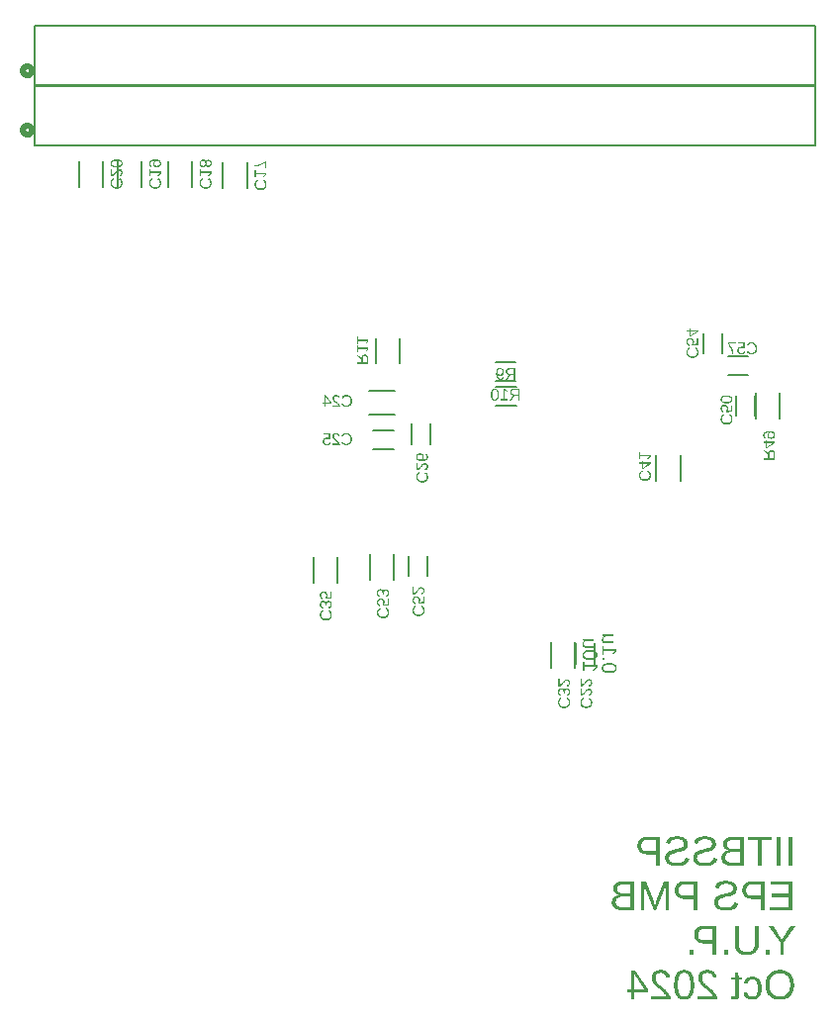
<source format=gbr>
G04 EAGLE Gerber RS-274X export*
G75*
%MOMM*%
%FSLAX34Y34*%
%LPD*%
%INSilkscreen Bottom*%
%IPPOS*%
%AMOC8*
5,1,8,0,0,1.08239X$1,22.5*%
G01*
G04 Define Apertures*
%ADD10C,0.127000*%
%ADD11C,0.152400*%
%ADD12C,0.508000*%
G36*
X303562Y-406751D02*
X303095Y-406745D01*
X302635Y-406726D01*
X302183Y-406696D01*
X301740Y-406653D01*
X300875Y-406531D01*
X300042Y-406361D01*
X299240Y-406141D01*
X298470Y-405873D01*
X297730Y-405556D01*
X297022Y-405190D01*
X296350Y-404779D01*
X295718Y-404326D01*
X295126Y-403830D01*
X294574Y-403292D01*
X294063Y-402712D01*
X293592Y-402090D01*
X293161Y-401426D01*
X292771Y-400720D01*
X292423Y-399977D01*
X292123Y-399204D01*
X291868Y-398401D01*
X291660Y-397568D01*
X291498Y-396705D01*
X291382Y-395812D01*
X291312Y-394888D01*
X291289Y-393935D01*
X291312Y-392978D01*
X291381Y-392053D01*
X291495Y-391161D01*
X291655Y-390301D01*
X291861Y-389473D01*
X292113Y-388678D01*
X292410Y-387915D01*
X292753Y-387185D01*
X293140Y-386491D01*
X293567Y-385841D01*
X294035Y-385232D01*
X294544Y-384666D01*
X295093Y-384143D01*
X295684Y-383662D01*
X296315Y-383224D01*
X296987Y-382828D01*
X297695Y-382476D01*
X298435Y-382172D01*
X299205Y-381914D01*
X300007Y-381704D01*
X300840Y-381540D01*
X301704Y-381422D01*
X302600Y-381352D01*
X303527Y-381329D01*
X304240Y-381342D01*
X304933Y-381381D01*
X305607Y-381446D01*
X306261Y-381538D01*
X306895Y-381655D01*
X307509Y-381798D01*
X308103Y-381968D01*
X308677Y-382164D01*
X309231Y-382386D01*
X309766Y-382633D01*
X310280Y-382907D01*
X310775Y-383207D01*
X311250Y-383534D01*
X311705Y-383886D01*
X312141Y-384264D01*
X312556Y-384669D01*
X312949Y-385096D01*
X313316Y-385544D01*
X313658Y-386012D01*
X313975Y-386500D01*
X314266Y-387009D01*
X314532Y-387537D01*
X314773Y-388086D01*
X314989Y-388655D01*
X315179Y-389244D01*
X315343Y-389854D01*
X315483Y-390483D01*
X315597Y-391133D01*
X315685Y-391803D01*
X315749Y-392493D01*
X315787Y-393204D01*
X315799Y-393935D01*
X315777Y-394892D01*
X315708Y-395820D01*
X315595Y-396717D01*
X315436Y-397583D01*
X315231Y-398420D01*
X314981Y-399225D01*
X314685Y-400001D01*
X314344Y-400746D01*
X313960Y-401454D01*
X313535Y-402119D01*
X313069Y-402742D01*
X312562Y-403321D01*
X312015Y-403857D01*
X311427Y-404350D01*
X310798Y-404801D01*
X310128Y-405208D01*
X309421Y-405569D01*
X308682Y-405883D01*
X307910Y-406148D01*
X307106Y-406365D01*
X306269Y-406534D01*
X305399Y-406654D01*
X304952Y-406696D01*
X304497Y-406727D01*
X304033Y-406745D01*
X303562Y-406751D01*
G37*
%LPC*%
G36*
X303562Y-404033D02*
X304074Y-404023D01*
X304572Y-403991D01*
X305056Y-403937D01*
X305526Y-403863D01*
X305982Y-403767D01*
X306423Y-403650D01*
X306850Y-403511D01*
X307263Y-403352D01*
X307662Y-403171D01*
X308047Y-402968D01*
X308417Y-402745D01*
X308774Y-402500D01*
X309116Y-402233D01*
X309444Y-401946D01*
X309758Y-401637D01*
X310058Y-401307D01*
X310341Y-400959D01*
X310606Y-400595D01*
X310853Y-400217D01*
X311082Y-399824D01*
X311292Y-399415D01*
X311484Y-398992D01*
X311658Y-398554D01*
X311813Y-398101D01*
X311950Y-397632D01*
X312069Y-397149D01*
X312170Y-396651D01*
X312252Y-396138D01*
X312316Y-395609D01*
X312362Y-395066D01*
X312389Y-394508D01*
X312398Y-393935D01*
X312389Y-393358D01*
X312362Y-392797D01*
X312317Y-392252D01*
X312253Y-391724D01*
X312172Y-391213D01*
X312073Y-390717D01*
X311955Y-390238D01*
X311820Y-389775D01*
X311666Y-389328D01*
X311494Y-388898D01*
X311304Y-388484D01*
X311096Y-388086D01*
X310870Y-387705D01*
X310626Y-387340D01*
X310364Y-386991D01*
X310084Y-386659D01*
X309787Y-386344D01*
X309475Y-386050D01*
X309148Y-385777D01*
X308806Y-385523D01*
X308449Y-385290D01*
X308077Y-385077D01*
X307690Y-384885D01*
X307287Y-384713D01*
X306870Y-384560D01*
X306438Y-384429D01*
X305990Y-384317D01*
X305528Y-384226D01*
X305050Y-384155D01*
X304557Y-384104D01*
X304050Y-384074D01*
X303527Y-384064D01*
X303008Y-384074D01*
X302505Y-384105D01*
X302016Y-384156D01*
X301542Y-384228D01*
X301083Y-384321D01*
X300638Y-384434D01*
X300209Y-384567D01*
X299795Y-384721D01*
X299395Y-384896D01*
X299010Y-385091D01*
X298640Y-385307D01*
X298285Y-385543D01*
X297945Y-385800D01*
X297620Y-386077D01*
X297309Y-386375D01*
X297013Y-386694D01*
X296734Y-387030D01*
X296473Y-387382D01*
X296230Y-387750D01*
X296005Y-388132D01*
X295798Y-388531D01*
X295609Y-388945D01*
X295437Y-389374D01*
X295284Y-389819D01*
X295149Y-390279D01*
X295032Y-390755D01*
X294933Y-391246D01*
X294852Y-391753D01*
X294789Y-392275D01*
X294744Y-392813D01*
X294717Y-393366D01*
X294708Y-393935D01*
X294717Y-394529D01*
X294744Y-395106D01*
X294788Y-395666D01*
X294851Y-396209D01*
X294931Y-396735D01*
X295030Y-397244D01*
X295146Y-397735D01*
X295280Y-398210D01*
X295432Y-398668D01*
X295602Y-399109D01*
X295789Y-399532D01*
X295995Y-399939D01*
X296218Y-400328D01*
X296460Y-400701D01*
X296719Y-401056D01*
X296996Y-401395D01*
X297290Y-401714D01*
X297599Y-402013D01*
X297924Y-402291D01*
X298264Y-402549D01*
X298620Y-402786D01*
X298992Y-403002D01*
X299379Y-403198D01*
X299781Y-403374D01*
X300200Y-403528D01*
X300633Y-403662D01*
X301082Y-403775D01*
X301547Y-403868D01*
X302028Y-403940D01*
X302523Y-403992D01*
X303035Y-404023D01*
X303562Y-404033D01*
G37*
%LPD*%
G36*
X178930Y-330200D02*
X168901Y-330200D01*
X168374Y-330193D01*
X167861Y-330171D01*
X167363Y-330136D01*
X166879Y-330086D01*
X166411Y-330021D01*
X165956Y-329942D01*
X165517Y-329849D01*
X165092Y-329742D01*
X164682Y-329620D01*
X164287Y-329484D01*
X163906Y-329334D01*
X163539Y-329169D01*
X163188Y-328991D01*
X162851Y-328797D01*
X162529Y-328590D01*
X162221Y-328368D01*
X161930Y-328133D01*
X161658Y-327887D01*
X161405Y-327629D01*
X161170Y-327360D01*
X160955Y-327080D01*
X160758Y-326788D01*
X160579Y-326485D01*
X160420Y-326170D01*
X160279Y-325844D01*
X160157Y-325506D01*
X160054Y-325157D01*
X159969Y-324796D01*
X159904Y-324424D01*
X159857Y-324041D01*
X159829Y-323646D01*
X159819Y-323240D01*
X159826Y-322934D01*
X159844Y-322635D01*
X159875Y-322343D01*
X159919Y-322057D01*
X160044Y-321505D01*
X160218Y-320980D01*
X160443Y-320482D01*
X160717Y-320010D01*
X161041Y-319565D01*
X161415Y-319146D01*
X161641Y-318938D01*
X161835Y-318760D01*
X162297Y-318414D01*
X162801Y-318108D01*
X163348Y-317842D01*
X163936Y-317615D01*
X164567Y-317428D01*
X165240Y-317281D01*
X165956Y-317173D01*
X165411Y-317031D01*
X164897Y-316858D01*
X164416Y-316654D01*
X163966Y-316420D01*
X163548Y-316154D01*
X163161Y-315859D01*
X163006Y-315715D01*
X162807Y-315532D01*
X162484Y-315175D01*
X162197Y-314791D01*
X161947Y-314386D01*
X161736Y-313959D01*
X161564Y-313509D01*
X161430Y-313038D01*
X161334Y-312545D01*
X161276Y-312030D01*
X161257Y-311493D01*
X161265Y-311124D01*
X161291Y-310767D01*
X161333Y-310421D01*
X161393Y-310088D01*
X161469Y-309766D01*
X161563Y-309455D01*
X161673Y-309157D01*
X161800Y-308870D01*
X161945Y-308595D01*
X162106Y-308331D01*
X162285Y-308079D01*
X162480Y-307839D01*
X162692Y-307611D01*
X162921Y-307394D01*
X163168Y-307189D01*
X163431Y-306996D01*
X163711Y-306814D01*
X164008Y-306645D01*
X164323Y-306487D01*
X164654Y-306340D01*
X165002Y-306205D01*
X165367Y-306083D01*
X165749Y-305971D01*
X166149Y-305872D01*
X166565Y-305784D01*
X166998Y-305708D01*
X167448Y-305643D01*
X167915Y-305591D01*
X168399Y-305550D01*
X168900Y-305520D01*
X169418Y-305503D01*
X169953Y-305497D01*
X178930Y-305497D01*
X178930Y-330200D01*
G37*
%LPC*%
G36*
X175581Y-327518D02*
X175581Y-318611D01*
X169339Y-318611D01*
X168596Y-318628D01*
X167901Y-318679D01*
X167254Y-318765D01*
X166655Y-318884D01*
X166103Y-319037D01*
X165600Y-319225D01*
X165145Y-319447D01*
X164737Y-319703D01*
X164378Y-319992D01*
X164066Y-320316D01*
X163802Y-320675D01*
X163587Y-321067D01*
X163419Y-321493D01*
X163299Y-321954D01*
X163227Y-322448D01*
X163209Y-322708D01*
X163203Y-322977D01*
X163225Y-323525D01*
X163291Y-324037D01*
X163400Y-324515D01*
X163554Y-324958D01*
X163751Y-325365D01*
X163992Y-325738D01*
X164277Y-326076D01*
X164606Y-326378D01*
X164982Y-326645D01*
X165411Y-326877D01*
X165892Y-327072D01*
X166425Y-327233D01*
X167010Y-327357D01*
X167646Y-327446D01*
X168335Y-327500D01*
X169076Y-327518D01*
X175581Y-327518D01*
G37*
G36*
X175581Y-315999D02*
X175581Y-308179D01*
X169953Y-308179D01*
X169324Y-308193D01*
X168732Y-308233D01*
X168180Y-308300D01*
X167665Y-308394D01*
X167189Y-308515D01*
X166751Y-308663D01*
X166352Y-308837D01*
X165991Y-309038D01*
X165670Y-309271D01*
X165392Y-309539D01*
X165157Y-309843D01*
X164965Y-310182D01*
X164816Y-310558D01*
X164709Y-310968D01*
X164645Y-311414D01*
X164623Y-311896D01*
X164644Y-312401D01*
X164706Y-312872D01*
X164809Y-313309D01*
X164954Y-313713D01*
X165140Y-314083D01*
X165368Y-314419D01*
X165637Y-314722D01*
X165947Y-314991D01*
X166299Y-315227D01*
X166694Y-315432D01*
X167131Y-315605D01*
X167610Y-315747D01*
X168132Y-315857D01*
X168697Y-315936D01*
X169304Y-315983D01*
X169953Y-315999D01*
X175581Y-315999D01*
G37*
%LPD*%
G36*
X272680Y-292100D02*
X262651Y-292100D01*
X262124Y-292093D01*
X261611Y-292071D01*
X261113Y-292036D01*
X260629Y-291986D01*
X260161Y-291921D01*
X259706Y-291842D01*
X259267Y-291749D01*
X258842Y-291642D01*
X258432Y-291520D01*
X258037Y-291384D01*
X257656Y-291234D01*
X257289Y-291069D01*
X256938Y-290891D01*
X256601Y-290697D01*
X256279Y-290490D01*
X255971Y-290268D01*
X255680Y-290033D01*
X255408Y-289787D01*
X255155Y-289529D01*
X254920Y-289260D01*
X254705Y-288980D01*
X254508Y-288688D01*
X254329Y-288385D01*
X254170Y-288070D01*
X254029Y-287744D01*
X253907Y-287406D01*
X253804Y-287057D01*
X253719Y-286696D01*
X253654Y-286324D01*
X253607Y-285941D01*
X253579Y-285546D01*
X253569Y-285140D01*
X253576Y-284834D01*
X253594Y-284535D01*
X253625Y-284243D01*
X253669Y-283957D01*
X253794Y-283405D01*
X253968Y-282880D01*
X254193Y-282382D01*
X254467Y-281910D01*
X254791Y-281465D01*
X255165Y-281046D01*
X255391Y-280838D01*
X255585Y-280660D01*
X256047Y-280314D01*
X256551Y-280008D01*
X257098Y-279742D01*
X257686Y-279515D01*
X258317Y-279328D01*
X258990Y-279181D01*
X259706Y-279073D01*
X259161Y-278931D01*
X258647Y-278758D01*
X258166Y-278554D01*
X257716Y-278320D01*
X257298Y-278054D01*
X256911Y-277759D01*
X256756Y-277615D01*
X256557Y-277432D01*
X256234Y-277075D01*
X255947Y-276691D01*
X255697Y-276286D01*
X255486Y-275859D01*
X255314Y-275409D01*
X255180Y-274938D01*
X255084Y-274445D01*
X255026Y-273930D01*
X255007Y-273393D01*
X255015Y-273024D01*
X255041Y-272667D01*
X255083Y-272321D01*
X255143Y-271988D01*
X255219Y-271666D01*
X255313Y-271355D01*
X255423Y-271057D01*
X255550Y-270770D01*
X255695Y-270495D01*
X255856Y-270231D01*
X256035Y-269979D01*
X256230Y-269739D01*
X256442Y-269511D01*
X256671Y-269294D01*
X256918Y-269089D01*
X257181Y-268896D01*
X257461Y-268714D01*
X257758Y-268545D01*
X258073Y-268387D01*
X258404Y-268240D01*
X258752Y-268105D01*
X259117Y-267983D01*
X259499Y-267871D01*
X259899Y-267772D01*
X260315Y-267684D01*
X260748Y-267608D01*
X261198Y-267543D01*
X261665Y-267491D01*
X262149Y-267450D01*
X262650Y-267420D01*
X263168Y-267403D01*
X263703Y-267397D01*
X272680Y-267397D01*
X272680Y-292100D01*
G37*
%LPC*%
G36*
X269331Y-289418D02*
X269331Y-280511D01*
X263089Y-280511D01*
X262346Y-280528D01*
X261651Y-280579D01*
X261004Y-280665D01*
X260405Y-280784D01*
X259853Y-280937D01*
X259350Y-281125D01*
X258895Y-281347D01*
X258487Y-281603D01*
X258128Y-281892D01*
X257816Y-282216D01*
X257552Y-282575D01*
X257337Y-282967D01*
X257169Y-283393D01*
X257049Y-283854D01*
X256977Y-284348D01*
X256959Y-284608D01*
X256953Y-284877D01*
X256975Y-285425D01*
X257041Y-285937D01*
X257150Y-286415D01*
X257304Y-286858D01*
X257501Y-287265D01*
X257742Y-287638D01*
X258027Y-287976D01*
X258356Y-288278D01*
X258732Y-288545D01*
X259161Y-288777D01*
X259642Y-288972D01*
X260175Y-289133D01*
X260760Y-289257D01*
X261396Y-289346D01*
X262085Y-289400D01*
X262826Y-289418D01*
X269331Y-289418D01*
G37*
G36*
X269331Y-277899D02*
X269331Y-270079D01*
X263703Y-270079D01*
X263074Y-270093D01*
X262482Y-270133D01*
X261930Y-270200D01*
X261415Y-270294D01*
X260939Y-270415D01*
X260501Y-270563D01*
X260102Y-270737D01*
X259741Y-270938D01*
X259420Y-271171D01*
X259142Y-271439D01*
X258907Y-271743D01*
X258715Y-272082D01*
X258566Y-272458D01*
X258459Y-272868D01*
X258395Y-273314D01*
X258373Y-273796D01*
X258394Y-274301D01*
X258456Y-274772D01*
X258559Y-275209D01*
X258704Y-275613D01*
X258890Y-275983D01*
X259118Y-276319D01*
X259387Y-276622D01*
X259697Y-276891D01*
X260049Y-277127D01*
X260444Y-277332D01*
X260881Y-277505D01*
X261360Y-277647D01*
X261882Y-277757D01*
X262447Y-277836D01*
X263054Y-277883D01*
X263703Y-277899D01*
X269331Y-277899D01*
G37*
%LPD*%
G36*
X221747Y-406751D02*
X221222Y-406738D01*
X220714Y-406700D01*
X220222Y-406636D01*
X219746Y-406547D01*
X219287Y-406432D01*
X218844Y-406292D01*
X218417Y-406126D01*
X218006Y-405935D01*
X217611Y-405719D01*
X217233Y-405477D01*
X216871Y-405209D01*
X216525Y-404916D01*
X216195Y-404598D01*
X215882Y-404254D01*
X215585Y-403885D01*
X215304Y-403490D01*
X215039Y-403071D01*
X214792Y-402629D01*
X214562Y-402164D01*
X214349Y-401676D01*
X214152Y-401166D01*
X213973Y-400632D01*
X213811Y-400076D01*
X213666Y-399497D01*
X213539Y-398895D01*
X213428Y-398270D01*
X213334Y-397622D01*
X213257Y-396951D01*
X213198Y-396258D01*
X213155Y-395541D01*
X213129Y-394802D01*
X213121Y-394040D01*
X213129Y-393265D01*
X213153Y-392514D01*
X213194Y-391788D01*
X213251Y-391086D01*
X213324Y-390407D01*
X213413Y-389753D01*
X213518Y-389123D01*
X213640Y-388517D01*
X213778Y-387935D01*
X213932Y-387377D01*
X214103Y-386844D01*
X214289Y-386334D01*
X214492Y-385849D01*
X214711Y-385388D01*
X214947Y-384950D01*
X215198Y-384537D01*
X215467Y-384149D01*
X215754Y-383785D01*
X216058Y-383447D01*
X216380Y-383134D01*
X216720Y-382845D01*
X217078Y-382582D01*
X217454Y-382344D01*
X217848Y-382131D01*
X218260Y-381943D01*
X218689Y-381780D01*
X219136Y-381642D01*
X219602Y-381529D01*
X220085Y-381442D01*
X220586Y-381379D01*
X221105Y-381341D01*
X221641Y-381329D01*
X222193Y-381341D01*
X222726Y-381378D01*
X223240Y-381440D01*
X223735Y-381527D01*
X224211Y-381639D01*
X224669Y-381775D01*
X225107Y-381936D01*
X225527Y-382122D01*
X225928Y-382333D01*
X226310Y-382568D01*
X226673Y-382829D01*
X227018Y-383114D01*
X227344Y-383424D01*
X227650Y-383758D01*
X227938Y-384118D01*
X228207Y-384502D01*
X228459Y-384911D01*
X228694Y-385345D01*
X228913Y-385804D01*
X229116Y-386288D01*
X229303Y-386797D01*
X229473Y-387331D01*
X229628Y-387890D01*
X229766Y-388473D01*
X229887Y-389082D01*
X229993Y-389715D01*
X230082Y-390374D01*
X230155Y-391057D01*
X230212Y-391765D01*
X230252Y-392499D01*
X230277Y-393257D01*
X230285Y-394040D01*
X230277Y-394806D01*
X230252Y-395549D01*
X230210Y-396269D01*
X230151Y-396965D01*
X230076Y-397639D01*
X229984Y-398289D01*
X229876Y-398915D01*
X229750Y-399519D01*
X229608Y-400099D01*
X229449Y-400655D01*
X229274Y-401189D01*
X229082Y-401699D01*
X228873Y-402186D01*
X228647Y-402650D01*
X228405Y-403090D01*
X228146Y-403507D01*
X227870Y-403900D01*
X227578Y-404267D01*
X227269Y-404609D01*
X226944Y-404926D01*
X226602Y-405218D01*
X226243Y-405484D01*
X225868Y-405724D01*
X225477Y-405940D01*
X225068Y-406130D01*
X224644Y-406295D01*
X224202Y-406434D01*
X223744Y-406548D01*
X223270Y-406637D01*
X222779Y-406700D01*
X222271Y-406738D01*
X221747Y-406751D01*
G37*
%LPC*%
G36*
X221712Y-404173D02*
X222056Y-404164D01*
X222389Y-404135D01*
X222710Y-404088D01*
X223019Y-404021D01*
X223317Y-403935D01*
X223602Y-403831D01*
X223876Y-403707D01*
X224138Y-403564D01*
X224388Y-403402D01*
X224626Y-403221D01*
X224852Y-403022D01*
X225066Y-402803D01*
X225269Y-402565D01*
X225460Y-402308D01*
X225638Y-402032D01*
X225805Y-401736D01*
X225961Y-401421D01*
X226107Y-401083D01*
X226243Y-400723D01*
X226369Y-400342D01*
X226485Y-399938D01*
X226591Y-399512D01*
X226686Y-399064D01*
X226772Y-398594D01*
X226913Y-397588D01*
X227014Y-396493D01*
X227074Y-395311D01*
X227094Y-394040D01*
X227074Y-392733D01*
X227015Y-391522D01*
X226915Y-390406D01*
X226776Y-389385D01*
X226692Y-388910D01*
X226598Y-388460D01*
X226493Y-388033D01*
X226379Y-387629D01*
X226255Y-387250D01*
X226121Y-386895D01*
X225977Y-386563D01*
X225823Y-386255D01*
X225658Y-385969D01*
X225480Y-385701D01*
X225289Y-385451D01*
X225085Y-385220D01*
X224868Y-385007D01*
X224639Y-384813D01*
X224397Y-384637D01*
X224142Y-384480D01*
X223874Y-384342D01*
X223594Y-384221D01*
X223300Y-384120D01*
X222994Y-384036D01*
X222675Y-383972D01*
X222343Y-383925D01*
X221999Y-383898D01*
X221641Y-383888D01*
X221293Y-383898D01*
X220957Y-383926D01*
X220633Y-383973D01*
X220322Y-384039D01*
X220023Y-384123D01*
X219737Y-384226D01*
X219463Y-384348D01*
X219202Y-384489D01*
X218954Y-384648D01*
X218718Y-384827D01*
X218494Y-385024D01*
X218284Y-385240D01*
X218085Y-385474D01*
X217899Y-385727D01*
X217726Y-386000D01*
X217565Y-386290D01*
X217416Y-386602D01*
X217276Y-386937D01*
X217145Y-387295D01*
X217024Y-387675D01*
X216913Y-388079D01*
X216812Y-388506D01*
X216720Y-388956D01*
X216638Y-389429D01*
X216503Y-390443D01*
X216406Y-391550D01*
X216349Y-392749D01*
X216329Y-394040D01*
X216349Y-395287D01*
X216410Y-396450D01*
X216512Y-397531D01*
X216654Y-398528D01*
X216740Y-398995D01*
X216836Y-399442D01*
X216942Y-399868D01*
X217059Y-400272D01*
X217186Y-400657D01*
X217323Y-401020D01*
X217469Y-401362D01*
X217627Y-401684D01*
X217795Y-401985D01*
X217974Y-402267D01*
X218166Y-402530D01*
X218368Y-402773D01*
X218583Y-402997D01*
X218809Y-403201D01*
X219047Y-403386D01*
X219297Y-403551D01*
X219558Y-403697D01*
X219830Y-403823D01*
X220115Y-403930D01*
X220411Y-404018D01*
X220719Y-404086D01*
X221038Y-404135D01*
X221369Y-404164D01*
X221712Y-404173D01*
G37*
%LPD*%
G36*
X200867Y-292100D02*
X197518Y-292100D01*
X197518Y-282475D01*
X190260Y-282475D01*
X189776Y-282467D01*
X189304Y-282442D01*
X188845Y-282402D01*
X188399Y-282345D01*
X187966Y-282273D01*
X187545Y-282184D01*
X187137Y-282079D01*
X186743Y-281958D01*
X186361Y-281820D01*
X185991Y-281667D01*
X185635Y-281497D01*
X185291Y-281311D01*
X184960Y-281109D01*
X184642Y-280891D01*
X184337Y-280656D01*
X184045Y-280406D01*
X183768Y-280142D01*
X183509Y-279866D01*
X183267Y-279580D01*
X183044Y-279282D01*
X182838Y-278973D01*
X182651Y-278652D01*
X182481Y-278321D01*
X182329Y-277978D01*
X182195Y-277624D01*
X182079Y-277258D01*
X181980Y-276882D01*
X181900Y-276494D01*
X181837Y-276095D01*
X181793Y-275685D01*
X181766Y-275263D01*
X181757Y-274831D01*
X181766Y-274394D01*
X181792Y-273970D01*
X181837Y-273559D01*
X181899Y-273160D01*
X181979Y-272773D01*
X182077Y-272399D01*
X182193Y-272037D01*
X182327Y-271688D01*
X182478Y-271351D01*
X182647Y-271027D01*
X182834Y-270715D01*
X183039Y-270416D01*
X183261Y-270129D01*
X183502Y-269854D01*
X183760Y-269593D01*
X184036Y-269343D01*
X184328Y-269107D01*
X184635Y-268887D01*
X184957Y-268682D01*
X185293Y-268492D01*
X185644Y-268317D01*
X186009Y-268157D01*
X186389Y-268013D01*
X186784Y-267883D01*
X187194Y-267769D01*
X187618Y-267671D01*
X188057Y-267587D01*
X188510Y-267519D01*
X188978Y-267465D01*
X189461Y-267427D01*
X189958Y-267405D01*
X190470Y-267397D01*
X200867Y-267397D01*
X200867Y-292100D01*
G37*
%LPC*%
G36*
X197518Y-279827D02*
X197518Y-270079D01*
X190874Y-270079D01*
X190177Y-270098D01*
X189526Y-270154D01*
X188919Y-270248D01*
X188358Y-270379D01*
X187841Y-270547D01*
X187369Y-270752D01*
X186943Y-270996D01*
X186561Y-271276D01*
X186224Y-271594D01*
X185932Y-271949D01*
X185685Y-272342D01*
X185482Y-272772D01*
X185325Y-273239D01*
X185213Y-273744D01*
X185146Y-274286D01*
X185123Y-274866D01*
X185145Y-275467D01*
X185211Y-276029D01*
X185320Y-276552D01*
X185474Y-277036D01*
X185671Y-277482D01*
X185912Y-277889D01*
X186197Y-278257D01*
X186526Y-278587D01*
X186898Y-278878D01*
X187315Y-279130D01*
X187775Y-279343D01*
X188279Y-279517D01*
X188827Y-279653D01*
X189418Y-279750D01*
X190054Y-279808D01*
X190733Y-279827D01*
X197518Y-279827D01*
G37*
%LPD*%
G36*
X232773Y-330200D02*
X229425Y-330200D01*
X229425Y-320575D01*
X222166Y-320575D01*
X221682Y-320567D01*
X221210Y-320542D01*
X220751Y-320502D01*
X220305Y-320445D01*
X219872Y-320373D01*
X219451Y-320284D01*
X219044Y-320179D01*
X218649Y-320058D01*
X218267Y-319920D01*
X217898Y-319767D01*
X217541Y-319597D01*
X217197Y-319411D01*
X216867Y-319209D01*
X216549Y-318991D01*
X216243Y-318756D01*
X215951Y-318506D01*
X215674Y-318242D01*
X215415Y-317966D01*
X215174Y-317680D01*
X214950Y-317382D01*
X214745Y-317073D01*
X214557Y-316752D01*
X214387Y-316421D01*
X214235Y-316078D01*
X214101Y-315724D01*
X213985Y-315358D01*
X213887Y-314982D01*
X213806Y-314594D01*
X213744Y-314195D01*
X213699Y-313785D01*
X213672Y-313363D01*
X213663Y-312931D01*
X213672Y-312494D01*
X213699Y-312070D01*
X213743Y-311659D01*
X213806Y-311260D01*
X213886Y-310873D01*
X213984Y-310499D01*
X214099Y-310137D01*
X214233Y-309788D01*
X214384Y-309451D01*
X214553Y-309127D01*
X214740Y-308815D01*
X214945Y-308516D01*
X215168Y-308229D01*
X215408Y-307954D01*
X215666Y-307693D01*
X215942Y-307443D01*
X216235Y-307207D01*
X216541Y-306987D01*
X216863Y-306782D01*
X217199Y-306592D01*
X217550Y-306417D01*
X217916Y-306257D01*
X218296Y-306113D01*
X218690Y-305983D01*
X219100Y-305869D01*
X219524Y-305771D01*
X219963Y-305687D01*
X220416Y-305619D01*
X220884Y-305565D01*
X221367Y-305527D01*
X221865Y-305505D01*
X222377Y-305497D01*
X232773Y-305497D01*
X232773Y-330200D01*
G37*
%LPC*%
G36*
X229425Y-317927D02*
X229425Y-308179D01*
X222780Y-308179D01*
X222084Y-308198D01*
X221432Y-308254D01*
X220826Y-308348D01*
X220264Y-308479D01*
X219747Y-308647D01*
X219276Y-308852D01*
X218849Y-309096D01*
X218467Y-309376D01*
X218130Y-309694D01*
X217838Y-310049D01*
X217591Y-310442D01*
X217389Y-310872D01*
X217231Y-311339D01*
X217119Y-311844D01*
X217052Y-312386D01*
X217029Y-312966D01*
X217051Y-313567D01*
X217117Y-314129D01*
X217227Y-314652D01*
X217380Y-315136D01*
X217577Y-315582D01*
X217818Y-315989D01*
X218103Y-316357D01*
X218432Y-316687D01*
X218804Y-316978D01*
X219221Y-317230D01*
X219681Y-317443D01*
X220185Y-317617D01*
X220733Y-317753D01*
X221325Y-317850D01*
X221960Y-317908D01*
X222640Y-317927D01*
X229425Y-317927D01*
G37*
%LPD*%
G36*
X249367Y-368300D02*
X246018Y-368300D01*
X246018Y-358675D01*
X238760Y-358675D01*
X238276Y-358667D01*
X237804Y-358642D01*
X237345Y-358602D01*
X236899Y-358545D01*
X236466Y-358473D01*
X236045Y-358384D01*
X235637Y-358279D01*
X235243Y-358158D01*
X234861Y-358020D01*
X234491Y-357867D01*
X234135Y-357697D01*
X233791Y-357511D01*
X233460Y-357309D01*
X233142Y-357091D01*
X232837Y-356856D01*
X232545Y-356606D01*
X232268Y-356342D01*
X232009Y-356066D01*
X231767Y-355780D01*
X231544Y-355482D01*
X231338Y-355173D01*
X231151Y-354852D01*
X230981Y-354521D01*
X230829Y-354178D01*
X230695Y-353824D01*
X230579Y-353458D01*
X230480Y-353082D01*
X230400Y-352694D01*
X230337Y-352295D01*
X230293Y-351885D01*
X230266Y-351463D01*
X230257Y-351031D01*
X230266Y-350594D01*
X230292Y-350170D01*
X230337Y-349759D01*
X230399Y-349360D01*
X230479Y-348973D01*
X230577Y-348599D01*
X230693Y-348237D01*
X230827Y-347888D01*
X230978Y-347551D01*
X231147Y-347227D01*
X231334Y-346915D01*
X231539Y-346616D01*
X231761Y-346329D01*
X232002Y-346054D01*
X232260Y-345793D01*
X232536Y-345543D01*
X232828Y-345307D01*
X233135Y-345087D01*
X233457Y-344882D01*
X233793Y-344692D01*
X234144Y-344517D01*
X234509Y-344357D01*
X234889Y-344213D01*
X235284Y-344083D01*
X235694Y-343969D01*
X236118Y-343871D01*
X236557Y-343787D01*
X237010Y-343719D01*
X237478Y-343665D01*
X237961Y-343627D01*
X238458Y-343605D01*
X238970Y-343597D01*
X249367Y-343597D01*
X249367Y-368300D01*
G37*
%LPC*%
G36*
X246018Y-356027D02*
X246018Y-346279D01*
X239374Y-346279D01*
X238677Y-346298D01*
X238026Y-346354D01*
X237419Y-346448D01*
X236858Y-346579D01*
X236341Y-346747D01*
X235869Y-346952D01*
X235443Y-347196D01*
X235061Y-347476D01*
X234724Y-347794D01*
X234432Y-348149D01*
X234185Y-348542D01*
X233982Y-348972D01*
X233825Y-349439D01*
X233713Y-349944D01*
X233646Y-350486D01*
X233623Y-351066D01*
X233645Y-351667D01*
X233711Y-352229D01*
X233820Y-352752D01*
X233974Y-353236D01*
X234171Y-353682D01*
X234412Y-354089D01*
X234697Y-354457D01*
X235026Y-354787D01*
X235398Y-355078D01*
X235815Y-355330D01*
X236275Y-355543D01*
X236779Y-355717D01*
X237327Y-355853D01*
X237918Y-355950D01*
X238554Y-356008D01*
X239233Y-356027D01*
X246018Y-356027D01*
G37*
%LPD*%
G36*
X290617Y-330200D02*
X287268Y-330200D01*
X287268Y-320575D01*
X280010Y-320575D01*
X279526Y-320567D01*
X279054Y-320542D01*
X278595Y-320502D01*
X278149Y-320445D01*
X277716Y-320373D01*
X277295Y-320284D01*
X276887Y-320179D01*
X276493Y-320058D01*
X276111Y-319920D01*
X275741Y-319767D01*
X275385Y-319597D01*
X275041Y-319411D01*
X274710Y-319209D01*
X274392Y-318991D01*
X274087Y-318756D01*
X273795Y-318506D01*
X273518Y-318242D01*
X273259Y-317966D01*
X273017Y-317680D01*
X272794Y-317382D01*
X272588Y-317073D01*
X272401Y-316752D01*
X272231Y-316421D01*
X272079Y-316078D01*
X271945Y-315724D01*
X271829Y-315358D01*
X271730Y-314982D01*
X271650Y-314594D01*
X271587Y-314195D01*
X271543Y-313785D01*
X271516Y-313363D01*
X271507Y-312931D01*
X271516Y-312494D01*
X271542Y-312070D01*
X271587Y-311659D01*
X271649Y-311260D01*
X271729Y-310873D01*
X271827Y-310499D01*
X271943Y-310137D01*
X272077Y-309788D01*
X272228Y-309451D01*
X272397Y-309127D01*
X272584Y-308815D01*
X272789Y-308516D01*
X273011Y-308229D01*
X273252Y-307954D01*
X273510Y-307693D01*
X273786Y-307443D01*
X274078Y-307207D01*
X274385Y-306987D01*
X274707Y-306782D01*
X275043Y-306592D01*
X275394Y-306417D01*
X275759Y-306257D01*
X276139Y-306113D01*
X276534Y-305983D01*
X276944Y-305869D01*
X277368Y-305771D01*
X277807Y-305687D01*
X278260Y-305619D01*
X278728Y-305565D01*
X279211Y-305527D01*
X279708Y-305505D01*
X280220Y-305497D01*
X290617Y-305497D01*
X290617Y-330200D01*
G37*
%LPC*%
G36*
X287268Y-317927D02*
X287268Y-308179D01*
X280624Y-308179D01*
X279927Y-308198D01*
X279276Y-308254D01*
X278669Y-308348D01*
X278108Y-308479D01*
X277591Y-308647D01*
X277119Y-308852D01*
X276693Y-309096D01*
X276311Y-309376D01*
X275974Y-309694D01*
X275682Y-310049D01*
X275435Y-310442D01*
X275232Y-310872D01*
X275075Y-311339D01*
X274963Y-311844D01*
X274896Y-312386D01*
X274873Y-312966D01*
X274895Y-313567D01*
X274961Y-314129D01*
X275070Y-314652D01*
X275224Y-315136D01*
X275421Y-315582D01*
X275662Y-315989D01*
X275947Y-316357D01*
X276276Y-316687D01*
X276648Y-316978D01*
X277065Y-317230D01*
X277525Y-317443D01*
X278029Y-317617D01*
X278577Y-317753D01*
X279168Y-317850D01*
X279804Y-317908D01*
X280483Y-317927D01*
X287268Y-317927D01*
G37*
%LPD*%
G36*
X187832Y-330200D02*
X184817Y-330200D01*
X184817Y-305497D01*
X189112Y-305497D01*
X195564Y-322626D01*
X195794Y-323259D01*
X196169Y-324423D01*
X196539Y-325670D01*
X196667Y-326157D01*
X196756Y-326553D01*
X196916Y-325863D01*
X197186Y-324844D01*
X197517Y-323698D01*
X197861Y-322626D01*
X204435Y-305497D01*
X208836Y-305497D01*
X208836Y-330200D01*
X205855Y-330200D01*
X205855Y-313720D01*
X205925Y-310406D01*
X205978Y-308460D01*
X205400Y-310388D01*
X204418Y-313369D01*
X197948Y-330200D01*
X195599Y-330200D01*
X189217Y-313369D01*
X188864Y-312398D01*
X188490Y-311256D01*
X188093Y-309944D01*
X187674Y-308460D01*
X187743Y-309735D01*
X187793Y-311037D01*
X187822Y-312365D01*
X187832Y-313720D01*
X187832Y-330200D01*
G37*
G36*
X179285Y-406400D02*
X176304Y-406400D01*
X176304Y-400807D01*
X172833Y-400807D01*
X172833Y-398318D01*
X176304Y-398318D01*
X176304Y-381697D01*
X179618Y-381697D01*
X190926Y-398353D01*
X190926Y-400807D01*
X179285Y-400807D01*
X179285Y-406400D01*
G37*
%LPC*%
G36*
X188016Y-398318D02*
X187735Y-397967D01*
X186788Y-396670D01*
X180459Y-387342D01*
X180174Y-386887D01*
X179775Y-386185D01*
X179425Y-385541D01*
X179285Y-385256D01*
X179285Y-398318D01*
X188016Y-398318D01*
G37*
%LPD*%
G36*
X314555Y-330200D02*
X295094Y-330200D01*
X295094Y-327465D01*
X311206Y-327465D01*
X311206Y-318857D01*
X296864Y-318857D01*
X296864Y-316157D01*
X311206Y-316157D01*
X311206Y-308232D01*
X295813Y-308232D01*
X295813Y-305497D01*
X314555Y-305497D01*
X314555Y-330200D01*
G37*
G36*
X215653Y-292451D02*
X215054Y-292443D01*
X214473Y-292421D01*
X213908Y-292385D01*
X213361Y-292333D01*
X212831Y-292267D01*
X212317Y-292187D01*
X211821Y-292092D01*
X211342Y-291982D01*
X210880Y-291857D01*
X210435Y-291718D01*
X210007Y-291564D01*
X209596Y-291395D01*
X209202Y-291212D01*
X208825Y-291014D01*
X208465Y-290802D01*
X208123Y-290575D01*
X207799Y-290334D01*
X207496Y-290082D01*
X207214Y-289817D01*
X206953Y-289540D01*
X206713Y-289252D01*
X206493Y-288951D01*
X206295Y-288638D01*
X206117Y-288313D01*
X205961Y-287976D01*
X205825Y-287627D01*
X205710Y-287266D01*
X205616Y-286893D01*
X205543Y-286508D01*
X205491Y-286111D01*
X205459Y-285701D01*
X205449Y-285280D01*
X205455Y-284948D01*
X205472Y-284627D01*
X205543Y-284018D01*
X205661Y-283452D01*
X205826Y-282931D01*
X206032Y-282447D01*
X206275Y-281997D01*
X206554Y-281580D01*
X206869Y-281195D01*
X207217Y-280841D01*
X207594Y-280516D01*
X208001Y-280219D01*
X208438Y-279950D01*
X208898Y-279704D01*
X209374Y-279475D01*
X209866Y-279261D01*
X210375Y-279065D01*
X210899Y-278883D01*
X211434Y-278714D01*
X211981Y-278558D01*
X212541Y-278416D01*
X214811Y-277881D01*
X216370Y-277519D01*
X217647Y-277187D01*
X218641Y-276884D01*
X219032Y-276743D01*
X219352Y-276610D01*
X219888Y-276337D01*
X220358Y-276036D01*
X220761Y-275706D01*
X220937Y-275531D01*
X221097Y-275348D01*
X221238Y-275155D01*
X221361Y-274951D01*
X221465Y-274734D01*
X221550Y-274504D01*
X221616Y-274262D01*
X221664Y-274008D01*
X221692Y-273742D01*
X221701Y-273463D01*
X221695Y-273224D01*
X221677Y-272992D01*
X221604Y-272550D01*
X221482Y-272139D01*
X221311Y-271758D01*
X221092Y-271407D01*
X220824Y-271086D01*
X220507Y-270796D01*
X220141Y-270535D01*
X219729Y-270305D01*
X219273Y-270106D01*
X218773Y-269937D01*
X218230Y-269799D01*
X217643Y-269691D01*
X217011Y-269615D01*
X216336Y-269569D01*
X215618Y-269553D01*
X214961Y-269567D01*
X214341Y-269609D01*
X213758Y-269678D01*
X213211Y-269775D01*
X212702Y-269899D01*
X212228Y-270051D01*
X211792Y-270231D01*
X211392Y-270439D01*
X211026Y-270677D01*
X210691Y-270949D01*
X210386Y-271254D01*
X210112Y-271594D01*
X209869Y-271967D01*
X209657Y-272373D01*
X209475Y-272814D01*
X209324Y-273288D01*
X206027Y-272709D01*
X206272Y-271962D01*
X206558Y-271271D01*
X206885Y-270637D01*
X207065Y-270341D01*
X207255Y-270060D01*
X207455Y-269792D01*
X207666Y-269539D01*
X207887Y-269300D01*
X208118Y-269075D01*
X208360Y-268864D01*
X208612Y-268668D01*
X208875Y-268486D01*
X209148Y-268317D01*
X209434Y-268161D01*
X209736Y-268015D01*
X210385Y-267754D01*
X211097Y-267532D01*
X211870Y-267351D01*
X212705Y-267210D01*
X213603Y-267109D01*
X214562Y-267049D01*
X215583Y-267029D01*
X216140Y-267035D01*
X216681Y-267056D01*
X217205Y-267089D01*
X217713Y-267136D01*
X218205Y-267197D01*
X218680Y-267270D01*
X219139Y-267358D01*
X219582Y-267458D01*
X220008Y-267572D01*
X220418Y-267700D01*
X220812Y-267841D01*
X221189Y-267995D01*
X221550Y-268163D01*
X221894Y-268344D01*
X222222Y-268539D01*
X222534Y-268747D01*
X222828Y-268967D01*
X223103Y-269199D01*
X223359Y-269442D01*
X223597Y-269697D01*
X223815Y-269963D01*
X224014Y-270240D01*
X224194Y-270529D01*
X224355Y-270829D01*
X224498Y-271140D01*
X224621Y-271463D01*
X224725Y-271797D01*
X224811Y-272143D01*
X224877Y-272500D01*
X224924Y-272868D01*
X224953Y-273247D01*
X224962Y-273638D01*
X224955Y-273980D01*
X224933Y-274311D01*
X224897Y-274633D01*
X224846Y-274945D01*
X224781Y-275247D01*
X224701Y-275539D01*
X224607Y-275821D01*
X224498Y-276093D01*
X224240Y-276611D01*
X223930Y-277095D01*
X223569Y-277544D01*
X223157Y-277960D01*
X222678Y-278350D01*
X222120Y-278721D01*
X221482Y-279073D01*
X220763Y-279407D01*
X220362Y-279569D01*
X219917Y-279731D01*
X218894Y-280055D01*
X217695Y-280380D01*
X216319Y-280704D01*
X213251Y-281423D01*
X212582Y-281599D01*
X211962Y-281795D01*
X211390Y-282011D01*
X210866Y-282247D01*
X210395Y-282509D01*
X209979Y-282804D01*
X209619Y-283131D01*
X209315Y-283492D01*
X209185Y-283687D01*
X209073Y-283897D01*
X208978Y-284121D01*
X208901Y-284359D01*
X208840Y-284612D01*
X208797Y-284879D01*
X208771Y-285160D01*
X208762Y-285455D01*
X208769Y-285721D01*
X208790Y-285978D01*
X208824Y-286227D01*
X208873Y-286468D01*
X208935Y-286701D01*
X209010Y-286926D01*
X209100Y-287143D01*
X209203Y-287351D01*
X209451Y-287743D01*
X209754Y-288103D01*
X210112Y-288430D01*
X210524Y-288725D01*
X210988Y-288986D01*
X211498Y-289212D01*
X212054Y-289403D01*
X212657Y-289560D01*
X213306Y-289682D01*
X214001Y-289769D01*
X214742Y-289821D01*
X215530Y-289838D01*
X216294Y-289822D01*
X217017Y-289773D01*
X217699Y-289692D01*
X218340Y-289578D01*
X218939Y-289431D01*
X219498Y-289252D01*
X220015Y-289040D01*
X220492Y-288795D01*
X220928Y-288516D01*
X221324Y-288200D01*
X221682Y-287846D01*
X221999Y-287456D01*
X222278Y-287029D01*
X222517Y-286565D01*
X222716Y-286064D01*
X222876Y-285525D01*
X226120Y-286174D01*
X226022Y-286560D01*
X225910Y-286934D01*
X225783Y-287296D01*
X225641Y-287645D01*
X225485Y-287982D01*
X225314Y-288307D01*
X225127Y-288620D01*
X224926Y-288920D01*
X224710Y-289208D01*
X224480Y-289484D01*
X224234Y-289748D01*
X223974Y-289999D01*
X223699Y-290238D01*
X223409Y-290465D01*
X223104Y-290679D01*
X222784Y-290882D01*
X222449Y-291072D01*
X222100Y-291249D01*
X221736Y-291415D01*
X221357Y-291568D01*
X220963Y-291709D01*
X220555Y-291838D01*
X220131Y-291954D01*
X219693Y-292058D01*
X219240Y-292150D01*
X218772Y-292230D01*
X218289Y-292297D01*
X217791Y-292353D01*
X217279Y-292395D01*
X216752Y-292426D01*
X216210Y-292445D01*
X215653Y-292451D01*
G37*
G36*
X239590Y-292451D02*
X238992Y-292443D01*
X238410Y-292421D01*
X237846Y-292385D01*
X237298Y-292333D01*
X236768Y-292267D01*
X236255Y-292187D01*
X235759Y-292092D01*
X235279Y-291982D01*
X234817Y-291857D01*
X234372Y-291718D01*
X233944Y-291564D01*
X233533Y-291395D01*
X233139Y-291212D01*
X232763Y-291014D01*
X232403Y-290802D01*
X232060Y-290575D01*
X231736Y-290334D01*
X231433Y-290082D01*
X231151Y-289817D01*
X230890Y-289540D01*
X230650Y-289252D01*
X230431Y-288951D01*
X230232Y-288638D01*
X230055Y-288313D01*
X229898Y-287976D01*
X229762Y-287627D01*
X229647Y-287266D01*
X229553Y-286893D01*
X229480Y-286508D01*
X229428Y-286111D01*
X229397Y-285701D01*
X229386Y-285280D01*
X229392Y-284948D01*
X229410Y-284627D01*
X229481Y-284018D01*
X229598Y-283452D01*
X229763Y-282931D01*
X229970Y-282447D01*
X230213Y-281997D01*
X230491Y-281580D01*
X230807Y-281195D01*
X231154Y-280841D01*
X231532Y-280516D01*
X231939Y-280219D01*
X232376Y-279950D01*
X232835Y-279704D01*
X233311Y-279475D01*
X233804Y-279261D01*
X234313Y-279065D01*
X234836Y-278883D01*
X235371Y-278714D01*
X235919Y-278558D01*
X236478Y-278416D01*
X238749Y-277881D01*
X240308Y-277519D01*
X241585Y-277187D01*
X242578Y-276884D01*
X242969Y-276743D01*
X243290Y-276610D01*
X243826Y-276337D01*
X244295Y-276036D01*
X244698Y-275706D01*
X244874Y-275531D01*
X245034Y-275348D01*
X245176Y-275155D01*
X245299Y-274951D01*
X245403Y-274734D01*
X245488Y-274504D01*
X245554Y-274262D01*
X245601Y-274008D01*
X245629Y-273742D01*
X245639Y-273463D01*
X245633Y-273224D01*
X245614Y-272992D01*
X245541Y-272550D01*
X245419Y-272139D01*
X245249Y-271758D01*
X245029Y-271407D01*
X244761Y-271086D01*
X244444Y-270796D01*
X244078Y-270535D01*
X243666Y-270305D01*
X243211Y-270106D01*
X242711Y-269937D01*
X242167Y-269799D01*
X241580Y-269691D01*
X240949Y-269615D01*
X240274Y-269569D01*
X239555Y-269553D01*
X238899Y-269567D01*
X238279Y-269609D01*
X237695Y-269678D01*
X237149Y-269775D01*
X236639Y-269899D01*
X236166Y-270051D01*
X235730Y-270231D01*
X235330Y-270439D01*
X234964Y-270677D01*
X234629Y-270949D01*
X234324Y-271254D01*
X234050Y-271594D01*
X233807Y-271967D01*
X233594Y-272373D01*
X233412Y-272814D01*
X233261Y-273288D01*
X229965Y-272709D01*
X230209Y-271962D01*
X230495Y-271271D01*
X230823Y-270637D01*
X231002Y-270341D01*
X231192Y-270060D01*
X231392Y-269792D01*
X231603Y-269539D01*
X231824Y-269300D01*
X232056Y-269075D01*
X232298Y-268864D01*
X232550Y-268668D01*
X232813Y-268486D01*
X233086Y-268317D01*
X233372Y-268161D01*
X233673Y-268015D01*
X234323Y-267754D01*
X235034Y-267532D01*
X235808Y-267351D01*
X236643Y-267210D01*
X237540Y-267109D01*
X238499Y-267049D01*
X239520Y-267029D01*
X240077Y-267035D01*
X240618Y-267056D01*
X241143Y-267089D01*
X241651Y-267136D01*
X242143Y-267197D01*
X242618Y-267270D01*
X243077Y-267358D01*
X243520Y-267458D01*
X243946Y-267572D01*
X244356Y-267700D01*
X244749Y-267841D01*
X245127Y-267995D01*
X245487Y-268163D01*
X245832Y-268344D01*
X246160Y-268539D01*
X246472Y-268747D01*
X246766Y-268967D01*
X247041Y-269199D01*
X247297Y-269442D01*
X247534Y-269697D01*
X247752Y-269963D01*
X247951Y-270240D01*
X248132Y-270529D01*
X248293Y-270829D01*
X248435Y-271140D01*
X248558Y-271463D01*
X248663Y-271797D01*
X248748Y-272143D01*
X248815Y-272500D01*
X248862Y-272868D01*
X248890Y-273247D01*
X248900Y-273638D01*
X248893Y-273980D01*
X248871Y-274311D01*
X248835Y-274633D01*
X248784Y-274945D01*
X248718Y-275247D01*
X248639Y-275539D01*
X248544Y-275821D01*
X248435Y-276093D01*
X248177Y-276611D01*
X247868Y-277095D01*
X247507Y-277544D01*
X247094Y-277960D01*
X246616Y-278350D01*
X246057Y-278721D01*
X245419Y-279073D01*
X244701Y-279407D01*
X244300Y-279569D01*
X243854Y-279731D01*
X242832Y-280055D01*
X241632Y-280380D01*
X240256Y-280704D01*
X237188Y-281423D01*
X236520Y-281599D01*
X235900Y-281795D01*
X235328Y-282011D01*
X234804Y-282247D01*
X234332Y-282509D01*
X233916Y-282804D01*
X233556Y-283131D01*
X233252Y-283492D01*
X233123Y-283687D01*
X233011Y-283897D01*
X232916Y-284121D01*
X232838Y-284359D01*
X232778Y-284612D01*
X232735Y-284879D01*
X232709Y-285160D01*
X232700Y-285455D01*
X232707Y-285721D01*
X232728Y-285978D01*
X232762Y-286227D01*
X232810Y-286468D01*
X232872Y-286701D01*
X232948Y-286926D01*
X233037Y-287143D01*
X233140Y-287351D01*
X233388Y-287743D01*
X233691Y-288103D01*
X234049Y-288430D01*
X234462Y-288725D01*
X234926Y-288986D01*
X235436Y-289212D01*
X235992Y-289403D01*
X236594Y-289560D01*
X237243Y-289682D01*
X237938Y-289769D01*
X238680Y-289821D01*
X239467Y-289838D01*
X240232Y-289822D01*
X240954Y-289773D01*
X241636Y-289692D01*
X242277Y-289578D01*
X242877Y-289431D01*
X243435Y-289252D01*
X243953Y-289040D01*
X244429Y-288795D01*
X244865Y-288516D01*
X245262Y-288200D01*
X245619Y-287846D01*
X245937Y-287456D01*
X246215Y-287029D01*
X246454Y-286565D01*
X246654Y-286064D01*
X246814Y-285525D01*
X250057Y-286174D01*
X249960Y-286560D01*
X249848Y-286934D01*
X249721Y-287296D01*
X249579Y-287645D01*
X249422Y-287982D01*
X249251Y-288307D01*
X249065Y-288620D01*
X248864Y-288920D01*
X248648Y-289208D01*
X248417Y-289484D01*
X248172Y-289748D01*
X247911Y-289999D01*
X247636Y-290238D01*
X247346Y-290465D01*
X247041Y-290679D01*
X246721Y-290882D01*
X246387Y-291072D01*
X246038Y-291249D01*
X245674Y-291415D01*
X245295Y-291568D01*
X244901Y-291709D01*
X244492Y-291838D01*
X244069Y-291954D01*
X243630Y-292058D01*
X243177Y-292150D01*
X242709Y-292230D01*
X242226Y-292297D01*
X241729Y-292353D01*
X241216Y-292395D01*
X240689Y-292426D01*
X240147Y-292445D01*
X239590Y-292451D01*
G37*
G36*
X257528Y-330551D02*
X256929Y-330543D01*
X256348Y-330521D01*
X255783Y-330485D01*
X255236Y-330433D01*
X254706Y-330367D01*
X254192Y-330287D01*
X253696Y-330192D01*
X253217Y-330082D01*
X252755Y-329957D01*
X252310Y-329818D01*
X251882Y-329664D01*
X251471Y-329495D01*
X251077Y-329312D01*
X250700Y-329114D01*
X250340Y-328902D01*
X249998Y-328675D01*
X249674Y-328434D01*
X249371Y-328182D01*
X249089Y-327917D01*
X248828Y-327640D01*
X248588Y-327352D01*
X248368Y-327051D01*
X248170Y-326738D01*
X247992Y-326413D01*
X247836Y-326076D01*
X247700Y-325727D01*
X247585Y-325366D01*
X247491Y-324993D01*
X247418Y-324608D01*
X247366Y-324211D01*
X247334Y-323801D01*
X247324Y-323380D01*
X247330Y-323048D01*
X247347Y-322727D01*
X247418Y-322118D01*
X247536Y-321552D01*
X247701Y-321031D01*
X247907Y-320547D01*
X248150Y-320097D01*
X248429Y-319680D01*
X248744Y-319295D01*
X249092Y-318941D01*
X249469Y-318616D01*
X249876Y-318319D01*
X250313Y-318050D01*
X250773Y-317804D01*
X251249Y-317575D01*
X251741Y-317361D01*
X252250Y-317165D01*
X252774Y-316983D01*
X253309Y-316814D01*
X253856Y-316658D01*
X254416Y-316516D01*
X256686Y-315981D01*
X258245Y-315619D01*
X259522Y-315287D01*
X260516Y-314984D01*
X260907Y-314843D01*
X261227Y-314710D01*
X261763Y-314437D01*
X262233Y-314136D01*
X262636Y-313806D01*
X262812Y-313631D01*
X262972Y-313448D01*
X263113Y-313255D01*
X263236Y-313051D01*
X263340Y-312834D01*
X263425Y-312604D01*
X263491Y-312362D01*
X263539Y-312108D01*
X263567Y-311842D01*
X263576Y-311563D01*
X263570Y-311324D01*
X263552Y-311092D01*
X263479Y-310650D01*
X263357Y-310239D01*
X263186Y-309858D01*
X262967Y-309507D01*
X262699Y-309186D01*
X262382Y-308896D01*
X262016Y-308635D01*
X261604Y-308405D01*
X261148Y-308206D01*
X260648Y-308037D01*
X260105Y-307899D01*
X259518Y-307791D01*
X258886Y-307715D01*
X258211Y-307669D01*
X257493Y-307653D01*
X256836Y-307667D01*
X256216Y-307709D01*
X255633Y-307778D01*
X255086Y-307875D01*
X254577Y-307999D01*
X254103Y-308151D01*
X253667Y-308331D01*
X253267Y-308539D01*
X252901Y-308777D01*
X252566Y-309049D01*
X252261Y-309354D01*
X251987Y-309694D01*
X251744Y-310067D01*
X251532Y-310473D01*
X251350Y-310914D01*
X251199Y-311388D01*
X247902Y-310809D01*
X248147Y-310062D01*
X248433Y-309371D01*
X248760Y-308737D01*
X248940Y-308441D01*
X249130Y-308160D01*
X249330Y-307892D01*
X249541Y-307639D01*
X249762Y-307400D01*
X249993Y-307175D01*
X250235Y-306964D01*
X250487Y-306768D01*
X250750Y-306586D01*
X251023Y-306417D01*
X251309Y-306261D01*
X251611Y-306115D01*
X252260Y-305854D01*
X252972Y-305632D01*
X253745Y-305451D01*
X254580Y-305310D01*
X255478Y-305209D01*
X256437Y-305149D01*
X257458Y-305129D01*
X258015Y-305135D01*
X258556Y-305156D01*
X259080Y-305189D01*
X259588Y-305236D01*
X260080Y-305297D01*
X260555Y-305370D01*
X261014Y-305458D01*
X261457Y-305558D01*
X261883Y-305672D01*
X262293Y-305800D01*
X262687Y-305941D01*
X263064Y-306095D01*
X263425Y-306263D01*
X263769Y-306444D01*
X264097Y-306639D01*
X264409Y-306847D01*
X264703Y-307067D01*
X264978Y-307299D01*
X265234Y-307542D01*
X265472Y-307797D01*
X265690Y-308063D01*
X265889Y-308340D01*
X266069Y-308629D01*
X266230Y-308929D01*
X266373Y-309240D01*
X266496Y-309563D01*
X266600Y-309897D01*
X266686Y-310243D01*
X266752Y-310600D01*
X266799Y-310968D01*
X266828Y-311347D01*
X266837Y-311738D01*
X266830Y-312080D01*
X266808Y-312411D01*
X266772Y-312733D01*
X266721Y-313045D01*
X266656Y-313347D01*
X266576Y-313639D01*
X266482Y-313921D01*
X266373Y-314193D01*
X266115Y-314711D01*
X265805Y-315195D01*
X265444Y-315644D01*
X265032Y-316060D01*
X264553Y-316450D01*
X263995Y-316821D01*
X263357Y-317173D01*
X262638Y-317507D01*
X262237Y-317669D01*
X261792Y-317831D01*
X260769Y-318155D01*
X259570Y-318480D01*
X258194Y-318804D01*
X255126Y-319523D01*
X254457Y-319699D01*
X253837Y-319895D01*
X253265Y-320111D01*
X252741Y-320347D01*
X252270Y-320609D01*
X251854Y-320904D01*
X251494Y-321231D01*
X251190Y-321592D01*
X251060Y-321787D01*
X250948Y-321997D01*
X250853Y-322221D01*
X250776Y-322459D01*
X250715Y-322712D01*
X250672Y-322979D01*
X250646Y-323260D01*
X250637Y-323555D01*
X250644Y-323821D01*
X250665Y-324078D01*
X250699Y-324327D01*
X250748Y-324568D01*
X250810Y-324801D01*
X250885Y-325026D01*
X250975Y-325243D01*
X251078Y-325451D01*
X251326Y-325843D01*
X251629Y-326203D01*
X251987Y-326530D01*
X252399Y-326825D01*
X252863Y-327086D01*
X253373Y-327312D01*
X253929Y-327503D01*
X254532Y-327660D01*
X255181Y-327782D01*
X255876Y-327869D01*
X256617Y-327921D01*
X257405Y-327938D01*
X258169Y-327922D01*
X258892Y-327873D01*
X259574Y-327792D01*
X260215Y-327678D01*
X260814Y-327531D01*
X261373Y-327352D01*
X261890Y-327140D01*
X262367Y-326895D01*
X262803Y-326616D01*
X263199Y-326300D01*
X263557Y-325946D01*
X263874Y-325556D01*
X264153Y-325129D01*
X264392Y-324665D01*
X264591Y-324164D01*
X264751Y-323625D01*
X267995Y-324274D01*
X267897Y-324660D01*
X267785Y-325034D01*
X267658Y-325396D01*
X267516Y-325745D01*
X267360Y-326082D01*
X267189Y-326407D01*
X267002Y-326720D01*
X266801Y-327020D01*
X266585Y-327308D01*
X266355Y-327584D01*
X266109Y-327848D01*
X265849Y-328099D01*
X265574Y-328338D01*
X265284Y-328565D01*
X264979Y-328779D01*
X264659Y-328982D01*
X264324Y-329172D01*
X263975Y-329349D01*
X263611Y-329515D01*
X263232Y-329668D01*
X262838Y-329809D01*
X262430Y-329938D01*
X262006Y-330054D01*
X261568Y-330158D01*
X261115Y-330250D01*
X260647Y-330330D01*
X260164Y-330397D01*
X259666Y-330453D01*
X259154Y-330495D01*
X258627Y-330526D01*
X258085Y-330545D01*
X257528Y-330551D01*
G37*
G36*
X275403Y-368651D02*
X274627Y-368633D01*
X273877Y-368579D01*
X273153Y-368489D01*
X272455Y-368364D01*
X271783Y-368202D01*
X271137Y-368005D01*
X270518Y-367771D01*
X269924Y-367502D01*
X269359Y-367199D01*
X268828Y-366864D01*
X268329Y-366497D01*
X267864Y-366098D01*
X267431Y-365666D01*
X267031Y-365203D01*
X266664Y-364707D01*
X266330Y-364180D01*
X266032Y-363624D01*
X265774Y-363041D01*
X265555Y-362434D01*
X265376Y-361800D01*
X265237Y-361141D01*
X265138Y-360455D01*
X265078Y-359745D01*
X265059Y-359008D01*
X265059Y-343597D01*
X268390Y-343597D01*
X268390Y-358815D01*
X268397Y-359245D01*
X268419Y-359661D01*
X268455Y-360065D01*
X268505Y-360455D01*
X268570Y-360832D01*
X268650Y-361196D01*
X268744Y-361547D01*
X268852Y-361885D01*
X268975Y-362210D01*
X269112Y-362522D01*
X269264Y-362821D01*
X269430Y-363107D01*
X269611Y-363379D01*
X269806Y-363639D01*
X270015Y-363885D01*
X270239Y-364119D01*
X270476Y-364338D01*
X270725Y-364544D01*
X270985Y-364735D01*
X271257Y-364912D01*
X271540Y-365075D01*
X271835Y-365224D01*
X272141Y-365359D01*
X272459Y-365480D01*
X272789Y-365586D01*
X273130Y-365678D01*
X273483Y-365756D01*
X273847Y-365820D01*
X274223Y-365869D01*
X274611Y-365905D01*
X275010Y-365926D01*
X275420Y-365933D01*
X275820Y-365926D01*
X276207Y-365906D01*
X276583Y-365872D01*
X276947Y-365824D01*
X277298Y-365762D01*
X277638Y-365687D01*
X277966Y-365598D01*
X278282Y-365495D01*
X278586Y-365378D01*
X278879Y-365248D01*
X279159Y-365104D01*
X279427Y-364947D01*
X279684Y-364776D01*
X279928Y-364591D01*
X280161Y-364392D01*
X280382Y-364180D01*
X280590Y-363954D01*
X280785Y-363716D01*
X280966Y-363465D01*
X281134Y-363201D01*
X281288Y-362925D01*
X281429Y-362636D01*
X281556Y-362334D01*
X281670Y-362019D01*
X281771Y-361692D01*
X281858Y-361351D01*
X281932Y-360999D01*
X281993Y-360633D01*
X282040Y-360255D01*
X282073Y-359863D01*
X282093Y-359460D01*
X282100Y-359043D01*
X282100Y-343597D01*
X285449Y-343597D01*
X285449Y-359323D01*
X285429Y-360038D01*
X285371Y-360728D01*
X285274Y-361393D01*
X285137Y-362032D01*
X284962Y-362646D01*
X284748Y-363235D01*
X284496Y-363799D01*
X284204Y-364338D01*
X283877Y-364848D01*
X283518Y-365327D01*
X283127Y-365775D01*
X282705Y-366192D01*
X282251Y-366577D01*
X281765Y-366931D01*
X281247Y-367254D01*
X280697Y-367546D01*
X280120Y-367805D01*
X279518Y-368029D01*
X278893Y-368219D01*
X278243Y-368375D01*
X277569Y-368495D01*
X276871Y-368582D01*
X276149Y-368633D01*
X275403Y-368651D01*
G37*
G36*
X209913Y-406400D02*
X193555Y-406400D01*
X193555Y-403718D01*
X206442Y-403718D01*
X206300Y-403409D01*
X206137Y-403098D01*
X205953Y-402784D01*
X205749Y-402466D01*
X205278Y-401822D01*
X204723Y-401167D01*
X204076Y-400485D01*
X203325Y-399762D01*
X202472Y-398999D01*
X201515Y-398195D01*
X199831Y-396802D01*
X198442Y-395604D01*
X197350Y-394602D01*
X196915Y-394174D01*
X196553Y-393794D01*
X195945Y-393084D01*
X195416Y-392374D01*
X195182Y-392019D01*
X194967Y-391664D01*
X194773Y-391309D01*
X194598Y-390954D01*
X194444Y-390599D01*
X194311Y-390243D01*
X194198Y-389886D01*
X194105Y-389530D01*
X194033Y-389172D01*
X193982Y-388814D01*
X193951Y-388455D01*
X193941Y-388096D01*
X193949Y-387697D01*
X193972Y-387309D01*
X194012Y-386932D01*
X194066Y-386567D01*
X194137Y-386214D01*
X194223Y-385872D01*
X194325Y-385542D01*
X194443Y-385223D01*
X194576Y-384916D01*
X194725Y-384621D01*
X194890Y-384337D01*
X195070Y-384064D01*
X195266Y-383804D01*
X195478Y-383554D01*
X195705Y-383317D01*
X195948Y-383091D01*
X196206Y-382877D01*
X196477Y-382678D01*
X196762Y-382492D01*
X197060Y-382320D01*
X197372Y-382162D01*
X197697Y-382017D01*
X198036Y-381886D01*
X198388Y-381769D01*
X198753Y-381666D01*
X199132Y-381577D01*
X199525Y-381501D01*
X199931Y-381439D01*
X200351Y-381391D01*
X200784Y-381356D01*
X201230Y-381336D01*
X201690Y-381329D01*
X202111Y-381336D01*
X202521Y-381356D01*
X202922Y-381390D01*
X203314Y-381438D01*
X203695Y-381500D01*
X204067Y-381575D01*
X204430Y-381664D01*
X204783Y-381767D01*
X205126Y-381884D01*
X205459Y-382014D01*
X205783Y-382157D01*
X206097Y-382315D01*
X206401Y-382486D01*
X206696Y-382671D01*
X206981Y-382870D01*
X207257Y-383082D01*
X207770Y-383539D01*
X208005Y-383782D01*
X208226Y-384034D01*
X208433Y-384296D01*
X208626Y-384567D01*
X208804Y-384848D01*
X208968Y-385138D01*
X209119Y-385437D01*
X209255Y-385746D01*
X209376Y-386064D01*
X209484Y-386392D01*
X209577Y-386730D01*
X209657Y-387076D01*
X209722Y-387433D01*
X209773Y-387798D01*
X206547Y-388096D01*
X206473Y-387615D01*
X206365Y-387161D01*
X206224Y-386735D01*
X206049Y-386336D01*
X205841Y-385966D01*
X205598Y-385623D01*
X205322Y-385307D01*
X205013Y-385019D01*
X204675Y-384763D01*
X204315Y-384540D01*
X203933Y-384352D01*
X203529Y-384198D01*
X203103Y-384078D01*
X202654Y-383992D01*
X202183Y-383941D01*
X201690Y-383924D01*
X201174Y-383941D01*
X200688Y-383994D01*
X200230Y-384081D01*
X199801Y-384204D01*
X199401Y-384362D01*
X199031Y-384555D01*
X198689Y-384783D01*
X198377Y-385046D01*
X198097Y-385340D01*
X197855Y-385664D01*
X197650Y-386015D01*
X197483Y-386396D01*
X197352Y-386804D01*
X197259Y-387242D01*
X197203Y-387707D01*
X197184Y-388201D01*
X197195Y-388573D01*
X197228Y-388936D01*
X197282Y-389288D01*
X197358Y-389630D01*
X197455Y-389963D01*
X197574Y-390286D01*
X197715Y-390598D01*
X197877Y-390901D01*
X198250Y-391491D01*
X198677Y-392067D01*
X199157Y-392631D01*
X199692Y-393181D01*
X200270Y-393724D01*
X200882Y-394268D01*
X201528Y-394811D01*
X202207Y-395355D01*
X203608Y-396488D01*
X205021Y-397713D01*
X205723Y-398367D01*
X206409Y-399058D01*
X207078Y-399787D01*
X207730Y-400553D01*
X208046Y-400953D01*
X208350Y-401368D01*
X208641Y-401798D01*
X208920Y-402243D01*
X209187Y-402703D01*
X209441Y-403178D01*
X209683Y-403668D01*
X209913Y-404173D01*
X209913Y-406400D01*
G37*
G36*
X249850Y-406400D02*
X233493Y-406400D01*
X233493Y-403718D01*
X246379Y-403718D01*
X246237Y-403409D01*
X246074Y-403098D01*
X245891Y-402784D01*
X245687Y-402466D01*
X245215Y-401822D01*
X244661Y-401167D01*
X244013Y-400485D01*
X243263Y-399762D01*
X242409Y-398999D01*
X241452Y-398195D01*
X239768Y-396802D01*
X238380Y-395604D01*
X237287Y-394602D01*
X236852Y-394174D01*
X236491Y-393794D01*
X235882Y-393084D01*
X235353Y-392374D01*
X235119Y-392019D01*
X234905Y-391664D01*
X234710Y-391309D01*
X234536Y-390954D01*
X234382Y-390599D01*
X234248Y-390243D01*
X234135Y-389886D01*
X234043Y-389530D01*
X233971Y-389172D01*
X233920Y-388814D01*
X233889Y-388455D01*
X233878Y-388096D01*
X233886Y-387697D01*
X233910Y-387309D01*
X233949Y-386932D01*
X234004Y-386567D01*
X234075Y-386214D01*
X234161Y-385872D01*
X234263Y-385542D01*
X234380Y-385223D01*
X234514Y-384916D01*
X234663Y-384621D01*
X234827Y-384337D01*
X235008Y-384064D01*
X235204Y-383804D01*
X235415Y-383554D01*
X235643Y-383317D01*
X235886Y-383091D01*
X236144Y-382877D01*
X236415Y-382678D01*
X236699Y-382492D01*
X236998Y-382320D01*
X237309Y-382162D01*
X237634Y-382017D01*
X237973Y-381886D01*
X238325Y-381769D01*
X238691Y-381666D01*
X239070Y-381577D01*
X239462Y-381501D01*
X239869Y-381439D01*
X240288Y-381391D01*
X240721Y-381356D01*
X241168Y-381336D01*
X241628Y-381329D01*
X242048Y-381336D01*
X242459Y-381356D01*
X242860Y-381390D01*
X243251Y-381438D01*
X243633Y-381500D01*
X244005Y-381575D01*
X244367Y-381664D01*
X244720Y-381767D01*
X245063Y-381884D01*
X245397Y-382014D01*
X245720Y-382157D01*
X246034Y-382315D01*
X246339Y-382486D01*
X246634Y-382671D01*
X246919Y-382870D01*
X247194Y-383082D01*
X247707Y-383539D01*
X247942Y-383782D01*
X248164Y-384034D01*
X248370Y-384296D01*
X248563Y-384567D01*
X248742Y-384848D01*
X248906Y-385138D01*
X249056Y-385437D01*
X249192Y-385746D01*
X249314Y-386064D01*
X249421Y-386392D01*
X249515Y-386730D01*
X249594Y-387076D01*
X249659Y-387433D01*
X249710Y-387798D01*
X246484Y-388096D01*
X246410Y-387615D01*
X246303Y-387161D01*
X246162Y-386735D01*
X245987Y-386336D01*
X245778Y-385966D01*
X245536Y-385623D01*
X245260Y-385307D01*
X244950Y-385019D01*
X244613Y-384763D01*
X244253Y-384540D01*
X243871Y-384352D01*
X243466Y-384198D01*
X243040Y-384078D01*
X242592Y-383992D01*
X242121Y-383941D01*
X241628Y-383924D01*
X241112Y-383941D01*
X240625Y-383994D01*
X240167Y-384081D01*
X239739Y-384204D01*
X239339Y-384362D01*
X238968Y-384555D01*
X238627Y-384783D01*
X238314Y-385046D01*
X238035Y-385340D01*
X237793Y-385664D01*
X237588Y-386015D01*
X237420Y-386396D01*
X237290Y-386804D01*
X237196Y-387242D01*
X237141Y-387707D01*
X237122Y-388201D01*
X237133Y-388573D01*
X237165Y-388936D01*
X237219Y-389288D01*
X237295Y-389630D01*
X237392Y-389963D01*
X237512Y-390286D01*
X237652Y-390598D01*
X237814Y-390901D01*
X238188Y-391491D01*
X238614Y-392067D01*
X239095Y-392631D01*
X239629Y-393181D01*
X240207Y-393724D01*
X240819Y-394268D01*
X241465Y-394811D01*
X242145Y-395355D01*
X243545Y-396488D01*
X244959Y-397713D01*
X245661Y-398367D01*
X246346Y-399058D01*
X247015Y-399787D01*
X247668Y-400553D01*
X247984Y-400953D01*
X248287Y-401368D01*
X248579Y-401798D01*
X248858Y-402243D01*
X249124Y-402703D01*
X249379Y-403178D01*
X249621Y-403668D01*
X249850Y-404173D01*
X249850Y-406400D01*
G37*
G36*
X307209Y-368300D02*
X303877Y-368300D01*
X303877Y-358061D01*
X294340Y-343597D01*
X298022Y-343597D01*
X305508Y-355361D01*
X313029Y-343597D01*
X316711Y-343597D01*
X307209Y-358061D01*
X307209Y-368300D01*
G37*
G36*
X288270Y-292100D02*
X284939Y-292100D01*
X284939Y-270132D01*
X276454Y-270132D01*
X276454Y-267397D01*
X296756Y-267397D01*
X296756Y-270132D01*
X288270Y-270132D01*
X288270Y-292100D01*
G37*
G36*
X279867Y-406751D02*
X279494Y-406744D01*
X279130Y-406725D01*
X278773Y-406693D01*
X278425Y-406649D01*
X278085Y-406591D01*
X277753Y-406521D01*
X277430Y-406439D01*
X277115Y-406343D01*
X276509Y-406114D01*
X275936Y-405834D01*
X275395Y-405502D01*
X274888Y-405120D01*
X274422Y-404695D01*
X274006Y-404236D01*
X273640Y-403742D01*
X273323Y-403214D01*
X273057Y-402651D01*
X272840Y-402053D01*
X272673Y-401421D01*
X272608Y-401092D01*
X272556Y-400755D01*
X275747Y-400544D01*
X275826Y-401002D01*
X275933Y-401430D01*
X276066Y-401826D01*
X276227Y-402192D01*
X276415Y-402528D01*
X276630Y-402832D01*
X276872Y-403106D01*
X277141Y-403349D01*
X277432Y-403563D01*
X277741Y-403748D01*
X278067Y-403905D01*
X278410Y-404033D01*
X278770Y-404133D01*
X279148Y-404204D01*
X279543Y-404247D01*
X279955Y-404261D01*
X280250Y-404254D01*
X280536Y-404233D01*
X280813Y-404197D01*
X281080Y-404147D01*
X281338Y-404083D01*
X281586Y-404005D01*
X281825Y-403912D01*
X282054Y-403805D01*
X282274Y-403684D01*
X282485Y-403549D01*
X282686Y-403399D01*
X282877Y-403235D01*
X283059Y-403057D01*
X283232Y-402865D01*
X283549Y-402438D01*
X283828Y-401951D01*
X284071Y-401403D01*
X284275Y-400794D01*
X284443Y-400123D01*
X284573Y-399391D01*
X284667Y-398598D01*
X284723Y-397743D01*
X284741Y-396827D01*
X284724Y-395877D01*
X284671Y-394997D01*
X284583Y-394189D01*
X284461Y-393452D01*
X284303Y-392787D01*
X284110Y-392192D01*
X283882Y-391669D01*
X283755Y-391434D01*
X283619Y-391217D01*
X283473Y-391015D01*
X283317Y-390827D01*
X283150Y-390651D01*
X282971Y-390488D01*
X282783Y-390339D01*
X282583Y-390202D01*
X282372Y-390078D01*
X282151Y-389968D01*
X281918Y-389870D01*
X281675Y-389786D01*
X281422Y-389714D01*
X281157Y-389656D01*
X280881Y-389610D01*
X280595Y-389577D01*
X280298Y-389558D01*
X279990Y-389551D01*
X279543Y-389566D01*
X279122Y-389610D01*
X278728Y-389682D01*
X278359Y-389784D01*
X278017Y-389914D01*
X277702Y-390074D01*
X277413Y-390263D01*
X277150Y-390481D01*
X276912Y-390723D01*
X276697Y-390986D01*
X276506Y-391269D01*
X276339Y-391572D01*
X276195Y-391896D01*
X276075Y-392239D01*
X275978Y-392603D01*
X275905Y-392988D01*
X272661Y-392742D01*
X272806Y-392098D01*
X272996Y-391490D01*
X273230Y-390917D01*
X273509Y-390380D01*
X273833Y-389878D01*
X274201Y-389412D01*
X274614Y-388982D01*
X275072Y-388587D01*
X275567Y-388234D01*
X276094Y-387928D01*
X276651Y-387668D01*
X277239Y-387456D01*
X277859Y-387291D01*
X278509Y-387174D01*
X279190Y-387103D01*
X279902Y-387079D01*
X280386Y-387089D01*
X280856Y-387119D01*
X281311Y-387168D01*
X281752Y-387237D01*
X282179Y-387325D01*
X282591Y-387433D01*
X282990Y-387561D01*
X283374Y-387708D01*
X283743Y-387875D01*
X284099Y-388062D01*
X284440Y-388269D01*
X284767Y-388495D01*
X285080Y-388740D01*
X285379Y-389006D01*
X285663Y-389291D01*
X285933Y-389595D01*
X286188Y-389919D01*
X286426Y-390260D01*
X286648Y-390619D01*
X286854Y-390995D01*
X287043Y-391389D01*
X287215Y-391801D01*
X287372Y-392231D01*
X287511Y-392679D01*
X287635Y-393144D01*
X287741Y-393627D01*
X287832Y-394128D01*
X287906Y-394646D01*
X287963Y-395182D01*
X288004Y-395736D01*
X288029Y-396308D01*
X288037Y-396897D01*
X288029Y-397491D01*
X288004Y-398067D01*
X287964Y-398624D01*
X287906Y-399164D01*
X287833Y-399686D01*
X287743Y-400189D01*
X287636Y-400675D01*
X287513Y-401143D01*
X287374Y-401592D01*
X287219Y-402024D01*
X287047Y-402437D01*
X286859Y-402833D01*
X286654Y-403210D01*
X286433Y-403570D01*
X286196Y-403911D01*
X285942Y-404235D01*
X285673Y-404539D01*
X285389Y-404824D01*
X285090Y-405090D01*
X284777Y-405335D01*
X284449Y-405562D01*
X284106Y-405768D01*
X283748Y-405955D01*
X283376Y-406122D01*
X282989Y-406269D01*
X282587Y-406397D01*
X282170Y-406505D01*
X281739Y-406593D01*
X281293Y-406662D01*
X280833Y-406711D01*
X280357Y-406741D01*
X279867Y-406751D01*
G37*
G36*
X265072Y-406681D02*
X264665Y-406674D01*
X264261Y-406654D01*
X263859Y-406621D01*
X263459Y-406575D01*
X262665Y-406444D01*
X261881Y-406260D01*
X261881Y-403928D01*
X262442Y-404035D01*
X262933Y-404112D01*
X263354Y-404158D01*
X263704Y-404173D01*
X263970Y-404165D01*
X264215Y-404139D01*
X264440Y-404096D01*
X264644Y-404035D01*
X264828Y-403958D01*
X264991Y-403863D01*
X265134Y-403751D01*
X265256Y-403621D01*
X265361Y-403470D01*
X265451Y-403294D01*
X265528Y-403092D01*
X265591Y-402865D01*
X265640Y-402612D01*
X265675Y-402334D01*
X265696Y-402031D01*
X265703Y-401701D01*
X265703Y-389727D01*
X262196Y-389727D01*
X262196Y-387430D01*
X265703Y-387430D01*
X265703Y-383187D01*
X267807Y-383187D01*
X268736Y-387430D01*
X271050Y-387430D01*
X271050Y-389727D01*
X268859Y-389727D01*
X268859Y-402385D01*
X268844Y-402905D01*
X268800Y-403392D01*
X268726Y-403845D01*
X268622Y-404264D01*
X268489Y-404650D01*
X268326Y-405003D01*
X268134Y-405321D01*
X267912Y-405607D01*
X267661Y-405858D01*
X267379Y-406077D01*
X267069Y-406261D01*
X266729Y-406412D01*
X266359Y-406530D01*
X265959Y-406613D01*
X265530Y-406664D01*
X265072Y-406681D01*
G37*
G36*
X304218Y-292100D02*
X300869Y-292100D01*
X300869Y-267397D01*
X304218Y-267397D01*
X304218Y-292100D01*
G37*
G36*
X314186Y-292100D02*
X310838Y-292100D01*
X310838Y-267397D01*
X314186Y-267397D01*
X314186Y-292100D01*
G37*
G36*
X229721Y-368300D02*
X226303Y-368300D01*
X226303Y-364460D01*
X229721Y-364460D01*
X229721Y-368300D01*
G37*
G36*
X259003Y-368300D02*
X255584Y-368300D01*
X255584Y-364460D01*
X259003Y-364460D01*
X259003Y-368300D01*
G37*
G36*
X294909Y-368300D02*
X291490Y-368300D01*
X291490Y-364460D01*
X294909Y-364460D01*
X294909Y-368300D01*
G37*
G36*
X-140763Y286038D02*
X-141151Y286047D01*
X-141525Y286073D01*
X-141886Y286118D01*
X-142233Y286180D01*
X-142568Y286261D01*
X-142889Y286359D01*
X-143197Y286475D01*
X-143491Y286609D01*
X-143771Y286759D01*
X-144034Y286926D01*
X-144281Y287110D01*
X-144510Y287309D01*
X-144724Y287525D01*
X-144920Y287756D01*
X-145100Y288004D01*
X-145263Y288268D01*
X-145409Y288547D01*
X-145534Y288838D01*
X-145641Y289142D01*
X-145728Y289458D01*
X-145796Y289787D01*
X-145844Y290129D01*
X-145873Y290483D01*
X-145883Y290849D01*
X-145873Y291208D01*
X-145841Y291556D01*
X-145790Y291892D01*
X-145717Y292218D01*
X-145623Y292532D01*
X-145509Y292836D01*
X-145374Y293128D01*
X-145218Y293409D01*
X-145042Y293677D01*
X-144847Y293930D01*
X-144633Y294167D01*
X-144400Y294389D01*
X-144148Y294595D01*
X-143877Y294786D01*
X-143587Y294962D01*
X-143278Y295122D01*
X-142731Y294029D01*
X-143212Y293752D01*
X-143629Y293443D01*
X-143814Y293276D01*
X-143982Y293102D01*
X-144134Y292919D01*
X-144270Y292728D01*
X-144391Y292529D01*
X-144495Y292322D01*
X-144583Y292108D01*
X-144655Y291885D01*
X-144711Y291654D01*
X-144751Y291415D01*
X-144775Y291168D01*
X-144784Y290912D01*
X-144766Y290518D01*
X-144715Y290145D01*
X-144628Y289793D01*
X-144508Y289462D01*
X-144353Y289151D01*
X-144163Y288862D01*
X-143939Y288593D01*
X-143680Y288346D01*
X-143394Y288123D01*
X-143084Y287930D01*
X-142753Y287767D01*
X-142400Y287634D01*
X-142024Y287530D01*
X-141626Y287456D01*
X-141206Y287411D01*
X-140763Y287397D01*
X-140317Y287411D01*
X-139895Y287453D01*
X-139497Y287525D01*
X-139124Y287624D01*
X-138775Y287752D01*
X-138450Y287909D01*
X-138150Y288094D01*
X-137874Y288307D01*
X-137627Y288546D01*
X-137413Y288808D01*
X-137232Y289092D01*
X-137084Y289400D01*
X-136968Y289730D01*
X-136886Y290082D01*
X-136837Y290458D01*
X-136820Y290856D01*
X-136827Y291113D01*
X-136849Y291360D01*
X-136884Y291599D01*
X-136934Y291829D01*
X-136998Y292050D01*
X-137076Y292262D01*
X-137169Y292465D01*
X-137275Y292660D01*
X-137396Y292843D01*
X-137528Y293014D01*
X-137674Y293171D01*
X-137832Y293316D01*
X-138003Y293447D01*
X-138187Y293565D01*
X-138383Y293671D01*
X-138592Y293763D01*
X-138172Y295031D01*
X-137878Y294898D01*
X-137603Y294747D01*
X-137347Y294579D01*
X-137109Y294393D01*
X-136890Y294190D01*
X-136689Y293970D01*
X-136507Y293731D01*
X-136344Y293476D01*
X-136199Y293203D01*
X-136074Y292915D01*
X-135968Y292610D01*
X-135882Y292289D01*
X-135814Y291951D01*
X-135766Y291598D01*
X-135737Y291228D01*
X-135728Y290842D01*
X-135749Y290294D01*
X-135811Y289776D01*
X-135916Y289289D01*
X-136062Y288832D01*
X-136250Y288406D01*
X-136480Y288011D01*
X-136752Y287646D01*
X-137065Y287312D01*
X-137416Y287014D01*
X-137798Y286755D01*
X-138212Y286536D01*
X-138659Y286356D01*
X-139137Y286217D01*
X-139647Y286117D01*
X-140189Y286058D01*
X-140763Y286038D01*
G37*
G36*
X-144671Y296746D02*
X-145743Y296746D01*
X-145743Y302930D01*
X-144671Y302930D01*
X-144671Y300528D01*
X-135875Y300528D01*
X-135875Y299365D01*
X-137479Y297033D01*
X-138669Y297033D01*
X-137079Y299260D01*
X-144671Y299260D01*
X-144671Y296746D01*
G37*
G36*
X-135875Y304357D02*
X-136946Y304357D01*
X-136946Y309659D01*
X-137617Y309207D01*
X-138269Y308788D01*
X-138900Y308403D01*
X-139512Y308051D01*
X-140104Y307733D01*
X-140676Y307448D01*
X-141229Y307197D01*
X-141761Y306980D01*
X-142281Y306792D01*
X-142794Y306629D01*
X-143301Y306492D01*
X-143802Y306379D01*
X-144297Y306291D01*
X-144785Y306228D01*
X-145267Y306191D01*
X-145743Y306178D01*
X-145743Y307495D01*
X-145066Y307514D01*
X-144400Y307573D01*
X-143746Y307670D01*
X-143103Y307807D01*
X-142463Y307982D01*
X-141819Y308196D01*
X-141171Y308449D01*
X-140518Y308742D01*
X-139801Y309109D01*
X-138958Y309587D01*
X-137990Y310177D01*
X-136897Y310878D01*
X-135875Y310878D01*
X-135875Y304357D01*
G37*
G36*
X-189995Y305515D02*
X-190330Y305529D01*
X-190645Y305571D01*
X-190941Y305641D01*
X-191217Y305738D01*
X-191473Y305864D01*
X-191710Y306018D01*
X-191927Y306199D01*
X-192124Y306408D01*
X-192299Y306642D01*
X-192452Y306898D01*
X-192580Y307175D01*
X-192686Y307474D01*
X-192768Y307794D01*
X-192826Y308136D01*
X-192861Y308499D01*
X-192873Y308884D01*
X-192861Y309278D01*
X-192825Y309649D01*
X-192766Y309996D01*
X-192682Y310320D01*
X-192575Y310620D01*
X-192444Y310896D01*
X-192289Y311148D01*
X-192110Y311377D01*
X-191909Y311581D01*
X-191690Y311757D01*
X-191452Y311907D01*
X-191196Y312029D01*
X-190920Y312124D01*
X-190626Y312192D01*
X-190313Y312232D01*
X-189981Y312246D01*
X-189742Y312238D01*
X-189514Y312213D01*
X-189296Y312172D01*
X-189088Y312115D01*
X-188891Y312041D01*
X-188703Y311950D01*
X-188526Y311844D01*
X-188359Y311721D01*
X-188329Y311694D01*
X-188205Y311583D01*
X-188066Y311432D01*
X-187943Y311268D01*
X-187835Y311090D01*
X-187742Y310900D01*
X-187665Y310696D01*
X-187603Y310480D01*
X-187557Y310250D01*
X-187529Y310250D01*
X-187482Y310448D01*
X-187419Y310635D01*
X-187342Y310811D01*
X-187251Y310976D01*
X-187145Y311131D01*
X-187036Y311261D01*
X-187024Y311275D01*
X-186888Y311409D01*
X-186738Y311531D01*
X-186409Y311737D01*
X-186235Y311817D01*
X-186053Y311883D01*
X-185865Y311935D01*
X-185670Y311971D01*
X-185468Y311993D01*
X-185260Y312001D01*
X-184975Y311988D01*
X-184705Y311948D01*
X-184451Y311882D01*
X-184211Y311790D01*
X-183987Y311671D01*
X-183777Y311526D01*
X-183583Y311355D01*
X-183404Y311157D01*
X-183243Y310936D01*
X-183104Y310696D01*
X-182986Y310438D01*
X-182889Y310160D01*
X-182814Y309862D01*
X-182761Y309546D01*
X-182728Y309211D01*
X-182718Y308856D01*
X-182729Y308510D01*
X-182761Y308181D01*
X-182816Y307871D01*
X-182893Y307579D01*
X-182991Y307305D01*
X-183112Y307048D01*
X-183254Y306810D01*
X-183418Y306590D01*
X-183600Y306392D01*
X-183795Y306221D01*
X-184003Y306076D01*
X-184225Y305957D01*
X-184460Y305865D01*
X-184709Y305799D01*
X-184971Y305760D01*
X-185246Y305746D01*
X-185454Y305754D01*
X-185656Y305775D01*
X-185851Y305812D01*
X-186039Y305863D01*
X-186220Y305928D01*
X-186395Y306008D01*
X-186724Y306212D01*
X-186874Y306334D01*
X-187011Y306466D01*
X-187134Y306609D01*
X-187244Y306763D01*
X-187339Y306927D01*
X-187421Y307102D01*
X-187489Y307287D01*
X-187543Y307483D01*
X-187571Y307483D01*
X-187614Y307273D01*
X-187674Y307072D01*
X-187749Y306881D01*
X-187841Y306699D01*
X-187949Y306527D01*
X-188073Y306364D01*
X-188213Y306212D01*
X-188370Y306069D01*
X-188539Y305939D01*
X-188718Y305826D01*
X-188907Y305731D01*
X-189105Y305654D01*
X-189313Y305593D01*
X-189531Y305550D01*
X-189758Y305524D01*
X-189995Y305515D01*
G37*
%LPC*%
G36*
X-189889Y306818D02*
X-189676Y306826D01*
X-189475Y306852D01*
X-189286Y306894D01*
X-189108Y306953D01*
X-188942Y307029D01*
X-188787Y307121D01*
X-188644Y307231D01*
X-188513Y307357D01*
X-188396Y307499D01*
X-188294Y307653D01*
X-188208Y307821D01*
X-188138Y308002D01*
X-188083Y308195D01*
X-188044Y308403D01*
X-188020Y308623D01*
X-188012Y308856D01*
X-188020Y309096D01*
X-188042Y309322D01*
X-188078Y309535D01*
X-188129Y309733D01*
X-188194Y309918D01*
X-188274Y310089D01*
X-188369Y310246D01*
X-188478Y310390D01*
X-188602Y310518D01*
X-188739Y310629D01*
X-188891Y310723D01*
X-189057Y310800D01*
X-189237Y310859D01*
X-189431Y310902D01*
X-189639Y310928D01*
X-189861Y310936D01*
X-190122Y310928D01*
X-190364Y310905D01*
X-190588Y310865D01*
X-190794Y310810D01*
X-190981Y310739D01*
X-191150Y310652D01*
X-191301Y310550D01*
X-191434Y310432D01*
X-191550Y310298D01*
X-191650Y310147D01*
X-191735Y309980D01*
X-191804Y309796D01*
X-191858Y309596D01*
X-191897Y309380D01*
X-191920Y309147D01*
X-191928Y308898D01*
X-191920Y308646D01*
X-191896Y308411D01*
X-191856Y308191D01*
X-191800Y307988D01*
X-191729Y307801D01*
X-191641Y307630D01*
X-191537Y307476D01*
X-191418Y307338D01*
X-191283Y307216D01*
X-191131Y307110D01*
X-190964Y307021D01*
X-190781Y306948D01*
X-190582Y306891D01*
X-190367Y306850D01*
X-190136Y306826D01*
X-189889Y306818D01*
G37*
G36*
X-185330Y307035D02*
X-185128Y307042D01*
X-184939Y307064D01*
X-184763Y307101D01*
X-184600Y307151D01*
X-184450Y307217D01*
X-184312Y307297D01*
X-184188Y307392D01*
X-184076Y307501D01*
X-183978Y307624D01*
X-183893Y307760D01*
X-183820Y307910D01*
X-183761Y308072D01*
X-183715Y308248D01*
X-183682Y308438D01*
X-183663Y308640D01*
X-183656Y308856D01*
X-183663Y309078D01*
X-183682Y309286D01*
X-183715Y309480D01*
X-183761Y309659D01*
X-183820Y309824D01*
X-183892Y309974D01*
X-183977Y310110D01*
X-184075Y310232D01*
X-184186Y310340D01*
X-184310Y310433D01*
X-184447Y310512D01*
X-184598Y310576D01*
X-184761Y310626D01*
X-184938Y310662D01*
X-185127Y310684D01*
X-185330Y310691D01*
X-185551Y310684D01*
X-185757Y310662D01*
X-185947Y310626D01*
X-186121Y310575D01*
X-186279Y310509D01*
X-186421Y310429D01*
X-186547Y310334D01*
X-186657Y310225D01*
X-186753Y310102D01*
X-186837Y309966D01*
X-186907Y309816D01*
X-186965Y309654D01*
X-187009Y309478D01*
X-187041Y309288D01*
X-187061Y309086D01*
X-187067Y308870D01*
X-187060Y308657D01*
X-187039Y308457D01*
X-187004Y308269D01*
X-186956Y308093D01*
X-186893Y307930D01*
X-186817Y307779D01*
X-186726Y307641D01*
X-186622Y307515D01*
X-186505Y307402D01*
X-186375Y307305D01*
X-186232Y307222D01*
X-186077Y307155D01*
X-185909Y307102D01*
X-185729Y307065D01*
X-185536Y307043D01*
X-185330Y307035D01*
G37*
%LPD*%
G36*
X-187753Y287308D02*
X-188141Y287317D01*
X-188515Y287343D01*
X-188876Y287388D01*
X-189223Y287450D01*
X-189558Y287531D01*
X-189879Y287629D01*
X-190187Y287745D01*
X-190481Y287879D01*
X-190761Y288029D01*
X-191024Y288196D01*
X-191271Y288380D01*
X-191500Y288579D01*
X-191714Y288795D01*
X-191910Y289026D01*
X-192090Y289274D01*
X-192253Y289538D01*
X-192399Y289817D01*
X-192524Y290108D01*
X-192631Y290412D01*
X-192718Y290728D01*
X-192786Y291057D01*
X-192834Y291399D01*
X-192863Y291753D01*
X-192873Y292119D01*
X-192863Y292478D01*
X-192831Y292826D01*
X-192780Y293162D01*
X-192707Y293488D01*
X-192613Y293802D01*
X-192499Y294106D01*
X-192364Y294398D01*
X-192208Y294679D01*
X-192032Y294947D01*
X-191837Y295200D01*
X-191623Y295437D01*
X-191390Y295659D01*
X-191138Y295865D01*
X-190867Y296056D01*
X-190577Y296232D01*
X-190268Y296392D01*
X-189721Y295299D01*
X-190202Y295022D01*
X-190619Y294713D01*
X-190804Y294546D01*
X-190972Y294372D01*
X-191124Y294189D01*
X-191260Y293998D01*
X-191381Y293799D01*
X-191485Y293592D01*
X-191573Y293378D01*
X-191645Y293155D01*
X-191701Y292924D01*
X-191741Y292685D01*
X-191765Y292438D01*
X-191774Y292182D01*
X-191756Y291788D01*
X-191705Y291415D01*
X-191618Y291063D01*
X-191498Y290732D01*
X-191343Y290421D01*
X-191153Y290132D01*
X-190929Y289863D01*
X-190670Y289616D01*
X-190384Y289393D01*
X-190074Y289200D01*
X-189743Y289037D01*
X-189390Y288904D01*
X-189014Y288800D01*
X-188616Y288726D01*
X-188196Y288681D01*
X-187753Y288667D01*
X-187307Y288681D01*
X-186885Y288723D01*
X-186487Y288795D01*
X-186114Y288894D01*
X-185765Y289022D01*
X-185440Y289179D01*
X-185140Y289364D01*
X-184864Y289577D01*
X-184617Y289816D01*
X-184403Y290078D01*
X-184222Y290362D01*
X-184074Y290670D01*
X-183958Y291000D01*
X-183876Y291352D01*
X-183827Y291728D01*
X-183810Y292126D01*
X-183817Y292383D01*
X-183839Y292630D01*
X-183874Y292869D01*
X-183924Y293099D01*
X-183988Y293320D01*
X-184066Y293532D01*
X-184159Y293735D01*
X-184265Y293930D01*
X-184386Y294113D01*
X-184518Y294284D01*
X-184664Y294441D01*
X-184822Y294586D01*
X-184993Y294717D01*
X-185177Y294835D01*
X-185373Y294941D01*
X-185582Y295033D01*
X-185162Y296301D01*
X-184868Y296168D01*
X-184593Y296017D01*
X-184337Y295849D01*
X-184099Y295663D01*
X-183880Y295460D01*
X-183679Y295240D01*
X-183497Y295001D01*
X-183334Y294746D01*
X-183189Y294473D01*
X-183064Y294185D01*
X-182958Y293880D01*
X-182872Y293559D01*
X-182804Y293221D01*
X-182756Y292868D01*
X-182727Y292498D01*
X-182718Y292112D01*
X-182739Y291564D01*
X-182801Y291046D01*
X-182906Y290559D01*
X-183052Y290102D01*
X-183240Y289676D01*
X-183470Y289281D01*
X-183742Y288916D01*
X-184055Y288582D01*
X-184406Y288284D01*
X-184788Y288025D01*
X-185202Y287806D01*
X-185649Y287626D01*
X-186127Y287487D01*
X-186637Y287387D01*
X-187179Y287328D01*
X-187753Y287308D01*
G37*
G36*
X-191661Y298016D02*
X-192733Y298016D01*
X-192733Y304200D01*
X-191661Y304200D01*
X-191661Y301798D01*
X-182865Y301798D01*
X-182865Y300635D01*
X-184469Y298303D01*
X-185659Y298303D01*
X-184069Y300530D01*
X-191661Y300530D01*
X-191661Y298016D01*
G37*
G36*
X-229217Y305564D02*
X-229585Y305577D01*
X-229933Y305614D01*
X-230263Y305677D01*
X-230574Y305764D01*
X-230867Y305876D01*
X-231141Y306013D01*
X-231397Y306176D01*
X-231634Y306363D01*
X-231847Y306571D01*
X-232032Y306795D01*
X-232189Y307036D01*
X-232317Y307294D01*
X-232416Y307569D01*
X-232487Y307860D01*
X-232530Y308167D01*
X-232544Y308492D01*
X-232520Y308890D01*
X-232449Y309271D01*
X-232330Y309636D01*
X-232163Y309984D01*
X-231956Y310298D01*
X-231719Y310563D01*
X-231450Y310778D01*
X-231150Y310943D01*
X-231605Y310927D01*
X-232032Y310894D01*
X-232432Y310842D01*
X-232805Y310773D01*
X-233151Y310687D01*
X-233471Y310582D01*
X-233763Y310460D01*
X-234029Y310320D01*
X-234265Y310163D01*
X-234470Y309992D01*
X-234644Y309804D01*
X-234785Y309602D01*
X-234896Y309384D01*
X-234975Y309151D01*
X-235022Y308903D01*
X-235038Y308639D01*
X-235018Y308331D01*
X-234961Y308051D01*
X-234864Y307800D01*
X-234729Y307578D01*
X-234556Y307384D01*
X-234344Y307218D01*
X-234094Y307081D01*
X-233805Y306972D01*
X-233994Y305767D01*
X-234256Y305849D01*
X-234499Y305943D01*
X-234724Y306049D01*
X-234930Y306167D01*
X-235117Y306298D01*
X-235286Y306442D01*
X-235435Y306597D01*
X-235566Y306765D01*
X-235680Y306947D01*
X-235779Y307142D01*
X-235863Y307353D01*
X-235931Y307577D01*
X-235985Y307816D01*
X-236023Y308069D01*
X-236045Y308336D01*
X-236053Y308618D01*
X-236032Y309035D01*
X-235968Y309427D01*
X-235861Y309794D01*
X-235712Y310137D01*
X-235520Y310455D01*
X-235285Y310749D01*
X-235007Y311018D01*
X-234687Y311262D01*
X-234328Y311479D01*
X-233931Y311668D01*
X-233498Y311827D01*
X-233027Y311958D01*
X-232521Y312059D01*
X-231977Y312132D01*
X-231396Y312175D01*
X-230779Y312190D01*
X-230187Y312177D01*
X-229634Y312137D01*
X-229118Y312071D01*
X-228641Y311978D01*
X-228203Y311859D01*
X-227802Y311713D01*
X-227440Y311541D01*
X-227116Y311342D01*
X-226831Y311118D01*
X-226583Y310869D01*
X-226374Y310594D01*
X-226202Y310295D01*
X-226069Y309971D01*
X-225974Y309622D01*
X-225917Y309248D01*
X-225898Y308849D01*
X-225911Y308473D01*
X-225953Y308118D01*
X-226022Y307784D01*
X-226119Y307471D01*
X-226244Y307180D01*
X-226396Y306909D01*
X-226576Y306660D01*
X-226784Y306433D01*
X-227015Y306229D01*
X-227268Y306053D01*
X-227541Y305903D01*
X-227835Y305781D01*
X-228150Y305686D01*
X-228485Y305619D01*
X-228841Y305578D01*
X-229217Y305564D01*
G37*
%LPC*%
G36*
X-229217Y306846D02*
X-228960Y306854D01*
X-228716Y306879D01*
X-228486Y306920D01*
X-228269Y306977D01*
X-228066Y307051D01*
X-227877Y307141D01*
X-227702Y307248D01*
X-227540Y307371D01*
X-227395Y307509D01*
X-227269Y307658D01*
X-227162Y307819D01*
X-227075Y307993D01*
X-227007Y308178D01*
X-226959Y308376D01*
X-226930Y308585D01*
X-226920Y308807D01*
X-226931Y309031D01*
X-226965Y309243D01*
X-227022Y309443D01*
X-227101Y309632D01*
X-227203Y309809D01*
X-227328Y309974D01*
X-227475Y310128D01*
X-227645Y310271D01*
X-227834Y310399D01*
X-228037Y310510D01*
X-228254Y310604D01*
X-228486Y310681D01*
X-228733Y310740D01*
X-228994Y310783D01*
X-229270Y310809D01*
X-229561Y310817D01*
X-229843Y310800D01*
X-230110Y310750D01*
X-230362Y310665D01*
X-230597Y310547D01*
X-230812Y310400D01*
X-231001Y310228D01*
X-231164Y310031D01*
X-231301Y309809D01*
X-231410Y309569D01*
X-231488Y309320D01*
X-231534Y309061D01*
X-231550Y308793D01*
X-231540Y308575D01*
X-231510Y308368D01*
X-231462Y308173D01*
X-231393Y307989D01*
X-231305Y307817D01*
X-231197Y307657D01*
X-231070Y307508D01*
X-230923Y307371D01*
X-230759Y307248D01*
X-230581Y307141D01*
X-230389Y307051D01*
X-230183Y306977D01*
X-229963Y306920D01*
X-229728Y306879D01*
X-229480Y306854D01*
X-229217Y306846D01*
G37*
%LPD*%
G36*
X-230933Y287308D02*
X-231321Y287317D01*
X-231695Y287343D01*
X-232056Y287388D01*
X-232403Y287450D01*
X-232738Y287531D01*
X-233059Y287629D01*
X-233367Y287745D01*
X-233661Y287879D01*
X-233941Y288029D01*
X-234204Y288196D01*
X-234451Y288380D01*
X-234680Y288579D01*
X-234894Y288795D01*
X-235090Y289026D01*
X-235270Y289274D01*
X-235433Y289538D01*
X-235579Y289817D01*
X-235704Y290108D01*
X-235811Y290412D01*
X-235898Y290728D01*
X-235966Y291057D01*
X-236014Y291399D01*
X-236043Y291753D01*
X-236053Y292119D01*
X-236043Y292478D01*
X-236011Y292826D01*
X-235960Y293162D01*
X-235887Y293488D01*
X-235793Y293802D01*
X-235679Y294106D01*
X-235544Y294398D01*
X-235388Y294679D01*
X-235212Y294947D01*
X-235017Y295200D01*
X-234803Y295437D01*
X-234570Y295659D01*
X-234318Y295865D01*
X-234047Y296056D01*
X-233757Y296232D01*
X-233448Y296392D01*
X-232901Y295299D01*
X-233382Y295022D01*
X-233799Y294713D01*
X-233984Y294546D01*
X-234152Y294372D01*
X-234304Y294189D01*
X-234440Y293998D01*
X-234561Y293799D01*
X-234665Y293592D01*
X-234753Y293378D01*
X-234825Y293155D01*
X-234881Y292924D01*
X-234921Y292685D01*
X-234945Y292438D01*
X-234954Y292182D01*
X-234936Y291788D01*
X-234885Y291415D01*
X-234798Y291063D01*
X-234678Y290732D01*
X-234523Y290421D01*
X-234333Y290132D01*
X-234109Y289863D01*
X-233850Y289616D01*
X-233564Y289393D01*
X-233254Y289200D01*
X-232923Y289037D01*
X-232570Y288904D01*
X-232194Y288800D01*
X-231796Y288726D01*
X-231376Y288681D01*
X-230933Y288667D01*
X-230487Y288681D01*
X-230065Y288723D01*
X-229667Y288795D01*
X-229294Y288894D01*
X-228945Y289022D01*
X-228620Y289179D01*
X-228320Y289364D01*
X-228044Y289577D01*
X-227797Y289816D01*
X-227583Y290078D01*
X-227402Y290362D01*
X-227254Y290670D01*
X-227138Y291000D01*
X-227056Y291352D01*
X-227007Y291728D01*
X-226990Y292126D01*
X-226997Y292383D01*
X-227019Y292630D01*
X-227054Y292869D01*
X-227104Y293099D01*
X-227168Y293320D01*
X-227246Y293532D01*
X-227339Y293735D01*
X-227445Y293930D01*
X-227566Y294113D01*
X-227698Y294284D01*
X-227844Y294441D01*
X-228002Y294586D01*
X-228173Y294717D01*
X-228357Y294835D01*
X-228553Y294941D01*
X-228762Y295033D01*
X-228342Y296301D01*
X-228048Y296168D01*
X-227773Y296017D01*
X-227517Y295849D01*
X-227279Y295663D01*
X-227060Y295460D01*
X-226859Y295240D01*
X-226677Y295001D01*
X-226514Y294746D01*
X-226369Y294473D01*
X-226244Y294185D01*
X-226138Y293880D01*
X-226052Y293559D01*
X-225984Y293221D01*
X-225936Y292868D01*
X-225907Y292498D01*
X-225898Y292112D01*
X-225919Y291564D01*
X-225981Y291046D01*
X-226086Y290559D01*
X-226232Y290102D01*
X-226420Y289676D01*
X-226650Y289281D01*
X-226922Y288916D01*
X-227235Y288582D01*
X-227586Y288284D01*
X-227968Y288025D01*
X-228382Y287806D01*
X-228829Y287626D01*
X-229307Y287487D01*
X-229817Y287387D01*
X-230359Y287328D01*
X-230933Y287308D01*
G37*
G36*
X-234841Y298016D02*
X-235913Y298016D01*
X-235913Y304200D01*
X-234841Y304200D01*
X-234841Y301798D01*
X-226045Y301798D01*
X-226045Y300635D01*
X-227649Y298303D01*
X-228839Y298303D01*
X-227249Y300530D01*
X-234841Y300530D01*
X-234841Y298016D01*
G37*
G36*
X-263995Y305452D02*
X-264598Y305466D01*
X-265164Y305506D01*
X-265693Y305572D01*
X-266184Y305666D01*
X-266638Y305786D01*
X-267055Y305933D01*
X-267435Y306106D01*
X-267777Y306307D01*
X-268081Y306533D01*
X-268344Y306787D01*
X-268567Y307067D01*
X-268749Y307373D01*
X-268891Y307706D01*
X-268992Y308065D01*
X-269053Y308451D01*
X-269073Y308863D01*
X-269053Y309276D01*
X-268992Y309662D01*
X-268890Y310023D01*
X-268747Y310357D01*
X-268564Y310666D01*
X-268340Y310949D01*
X-268076Y311206D01*
X-267770Y311437D01*
X-267426Y311641D01*
X-267046Y311818D01*
X-266629Y311968D01*
X-266175Y312091D01*
X-265685Y312186D01*
X-265158Y312254D01*
X-264595Y312295D01*
X-263995Y312309D01*
X-263386Y312296D01*
X-262815Y312257D01*
X-262283Y312192D01*
X-261789Y312101D01*
X-261334Y311985D01*
X-260917Y311842D01*
X-260539Y311673D01*
X-260199Y311479D01*
X-259899Y311257D01*
X-259639Y311007D01*
X-259418Y310728D01*
X-259238Y310420D01*
X-259098Y310084D01*
X-258998Y309720D01*
X-258938Y309327D01*
X-258918Y308905D01*
X-258937Y308472D01*
X-258997Y308069D01*
X-259096Y307696D01*
X-259235Y307353D01*
X-259413Y307040D01*
X-259631Y306757D01*
X-259888Y306505D01*
X-260185Y306282D01*
X-260522Y306088D01*
X-260899Y305919D01*
X-261315Y305776D01*
X-261772Y305660D01*
X-262268Y305569D01*
X-262804Y305504D01*
X-263380Y305465D01*
X-263995Y305452D01*
G37*
%LPC*%
G36*
X-263995Y306727D02*
X-263473Y306735D01*
X-262989Y306759D01*
X-262544Y306798D01*
X-262136Y306854D01*
X-261766Y306925D01*
X-261435Y307012D01*
X-261141Y307116D01*
X-260886Y307235D01*
X-260664Y307372D01*
X-260472Y307529D01*
X-260310Y307708D01*
X-260177Y307906D01*
X-260073Y308125D01*
X-259999Y308365D01*
X-259955Y308625D01*
X-259940Y308905D01*
X-259955Y309179D01*
X-260000Y309432D01*
X-260075Y309666D01*
X-260180Y309879D01*
X-260315Y310073D01*
X-260480Y310246D01*
X-260675Y310400D01*
X-260900Y310533D01*
X-261158Y310649D01*
X-261453Y310749D01*
X-261785Y310834D01*
X-262153Y310904D01*
X-262559Y310958D01*
X-263001Y310996D01*
X-263480Y311019D01*
X-263995Y311027D01*
X-264494Y311019D01*
X-264958Y310995D01*
X-265390Y310954D01*
X-265788Y310898D01*
X-266153Y310825D01*
X-266485Y310736D01*
X-266784Y310630D01*
X-267049Y310509D01*
X-267282Y310370D01*
X-267484Y310213D01*
X-267655Y310036D01*
X-267795Y309842D01*
X-267904Y309629D01*
X-267981Y309397D01*
X-268028Y309146D01*
X-268044Y308877D01*
X-268028Y308606D01*
X-267983Y308355D01*
X-267907Y308122D01*
X-267800Y307908D01*
X-267663Y307713D01*
X-267496Y307537D01*
X-267298Y307380D01*
X-267070Y307242D01*
X-266809Y307121D01*
X-266513Y307016D01*
X-266181Y306928D01*
X-265815Y306856D01*
X-265413Y306799D01*
X-264975Y306759D01*
X-264503Y306735D01*
X-263995Y306727D01*
G37*
%LPD*%
G36*
X-263953Y287308D02*
X-264341Y287317D01*
X-264715Y287343D01*
X-265076Y287388D01*
X-265423Y287450D01*
X-265758Y287531D01*
X-266079Y287629D01*
X-266387Y287745D01*
X-266681Y287879D01*
X-266961Y288029D01*
X-267224Y288196D01*
X-267471Y288380D01*
X-267700Y288579D01*
X-267914Y288795D01*
X-268110Y289026D01*
X-268290Y289274D01*
X-268453Y289538D01*
X-268599Y289817D01*
X-268724Y290108D01*
X-268831Y290412D01*
X-268918Y290728D01*
X-268986Y291057D01*
X-269034Y291399D01*
X-269063Y291753D01*
X-269073Y292119D01*
X-269063Y292478D01*
X-269031Y292826D01*
X-268980Y293162D01*
X-268907Y293488D01*
X-268813Y293802D01*
X-268699Y294106D01*
X-268564Y294398D01*
X-268408Y294679D01*
X-268232Y294947D01*
X-268037Y295200D01*
X-267823Y295437D01*
X-267590Y295659D01*
X-267338Y295865D01*
X-267067Y296056D01*
X-266777Y296232D01*
X-266468Y296392D01*
X-265921Y295299D01*
X-266402Y295022D01*
X-266819Y294713D01*
X-267004Y294546D01*
X-267172Y294372D01*
X-267324Y294189D01*
X-267460Y293998D01*
X-267581Y293799D01*
X-267685Y293592D01*
X-267773Y293378D01*
X-267845Y293155D01*
X-267901Y292924D01*
X-267941Y292685D01*
X-267965Y292438D01*
X-267974Y292182D01*
X-267956Y291788D01*
X-267905Y291415D01*
X-267818Y291063D01*
X-267698Y290732D01*
X-267543Y290421D01*
X-267353Y290132D01*
X-267129Y289863D01*
X-266870Y289616D01*
X-266584Y289393D01*
X-266274Y289200D01*
X-265943Y289037D01*
X-265590Y288904D01*
X-265214Y288800D01*
X-264816Y288726D01*
X-264396Y288681D01*
X-263953Y288667D01*
X-263507Y288681D01*
X-263085Y288723D01*
X-262687Y288795D01*
X-262314Y288894D01*
X-261965Y289022D01*
X-261640Y289179D01*
X-261340Y289364D01*
X-261064Y289577D01*
X-260817Y289816D01*
X-260603Y290078D01*
X-260422Y290362D01*
X-260274Y290670D01*
X-260158Y291000D01*
X-260076Y291352D01*
X-260027Y291728D01*
X-260010Y292126D01*
X-260017Y292383D01*
X-260039Y292630D01*
X-260074Y292869D01*
X-260124Y293099D01*
X-260188Y293320D01*
X-260266Y293532D01*
X-260359Y293735D01*
X-260465Y293930D01*
X-260586Y294113D01*
X-260718Y294284D01*
X-260864Y294441D01*
X-261022Y294586D01*
X-261193Y294717D01*
X-261377Y294835D01*
X-261573Y294941D01*
X-261782Y295033D01*
X-261362Y296301D01*
X-261068Y296168D01*
X-260793Y296017D01*
X-260537Y295849D01*
X-260299Y295663D01*
X-260080Y295460D01*
X-259879Y295240D01*
X-259697Y295001D01*
X-259534Y294746D01*
X-259389Y294473D01*
X-259264Y294185D01*
X-259158Y293880D01*
X-259072Y293559D01*
X-259004Y293221D01*
X-258956Y292868D01*
X-258927Y292498D01*
X-258918Y292112D01*
X-258939Y291564D01*
X-259001Y291046D01*
X-259106Y290559D01*
X-259252Y290102D01*
X-259440Y289676D01*
X-259670Y289281D01*
X-259942Y288916D01*
X-260255Y288582D01*
X-260606Y288284D01*
X-260988Y288025D01*
X-261402Y287806D01*
X-261849Y287626D01*
X-262327Y287487D01*
X-262837Y287387D01*
X-263379Y287328D01*
X-263953Y287308D01*
G37*
G36*
X-268044Y297645D02*
X-268933Y297645D01*
X-268933Y304179D01*
X-267861Y304179D01*
X-267861Y299031D01*
X-267614Y299153D01*
X-267362Y299308D01*
X-267104Y299496D01*
X-266842Y299718D01*
X-266570Y299976D01*
X-266281Y300276D01*
X-265655Y300999D01*
X-265099Y301672D01*
X-264620Y302227D01*
X-264220Y302663D01*
X-263897Y302981D01*
X-263614Y303225D01*
X-263330Y303436D01*
X-263046Y303615D01*
X-262763Y303762D01*
X-262479Y303877D01*
X-262194Y303959D01*
X-261908Y304009D01*
X-261621Y304025D01*
X-261306Y304012D01*
X-261010Y303975D01*
X-260733Y303912D01*
X-260473Y303824D01*
X-260233Y303712D01*
X-260010Y303574D01*
X-259807Y303411D01*
X-259622Y303223D01*
X-259457Y303012D01*
X-259314Y302779D01*
X-259193Y302525D01*
X-259094Y302249D01*
X-259017Y301951D01*
X-258962Y301632D01*
X-258929Y301291D01*
X-258918Y300929D01*
X-258929Y300597D01*
X-258961Y300281D01*
X-259016Y299980D01*
X-259093Y299694D01*
X-259191Y299424D01*
X-259312Y299169D01*
X-259454Y298930D01*
X-259618Y298706D01*
X-259801Y298501D01*
X-259998Y298318D01*
X-260211Y298159D01*
X-260439Y298022D01*
X-260682Y297908D01*
X-260940Y297816D01*
X-261214Y297747D01*
X-261502Y297701D01*
X-261621Y298989D01*
X-261429Y299019D01*
X-261247Y299062D01*
X-261077Y299118D01*
X-260918Y299188D01*
X-260770Y299271D01*
X-260633Y299368D01*
X-260507Y299478D01*
X-260392Y299602D01*
X-260200Y299881D01*
X-260125Y300033D01*
X-260064Y300195D01*
X-260016Y300365D01*
X-259982Y300544D01*
X-259961Y300732D01*
X-259954Y300929D01*
X-259961Y301135D01*
X-259982Y301330D01*
X-260017Y301513D01*
X-260066Y301684D01*
X-260129Y301844D01*
X-260206Y301992D01*
X-260297Y302128D01*
X-260402Y302253D01*
X-260520Y302365D01*
X-260649Y302461D01*
X-260790Y302543D01*
X-260942Y302610D01*
X-261105Y302662D01*
X-261280Y302699D01*
X-261466Y302722D01*
X-261663Y302729D01*
X-261956Y302712D01*
X-262234Y302660D01*
X-262496Y302574D01*
X-262742Y302453D01*
X-262977Y302304D01*
X-263207Y302133D01*
X-263432Y301941D01*
X-263652Y301728D01*
X-264086Y301252D01*
X-264521Y300723D01*
X-264973Y300163D01*
X-265463Y299599D01*
X-266000Y299044D01*
X-266597Y298516D01*
X-266923Y298269D01*
X-267272Y298041D01*
X-267646Y297833D01*
X-268044Y297645D01*
G37*
G36*
X-85082Y100637D02*
X-86272Y100637D01*
X-86272Y102871D01*
X-87659Y102871D01*
X-87659Y103866D01*
X-86272Y103866D01*
X-86272Y110505D01*
X-84948Y110505D01*
X-80431Y103852D01*
X-80431Y102871D01*
X-85082Y102871D01*
X-85082Y100637D01*
G37*
%LPC*%
G36*
X-81594Y103866D02*
X-81706Y104006D01*
X-82084Y104524D01*
X-84612Y108250D01*
X-84885Y108712D01*
X-85082Y109084D01*
X-85082Y103866D01*
X-81594Y103866D01*
G37*
%LPD*%
G36*
X-67329Y100497D02*
X-67688Y100507D01*
X-68036Y100539D01*
X-68372Y100591D01*
X-68698Y100663D01*
X-69012Y100757D01*
X-69316Y100871D01*
X-69608Y101006D01*
X-69889Y101162D01*
X-70157Y101338D01*
X-70410Y101533D01*
X-70647Y101747D01*
X-70869Y101980D01*
X-71075Y102232D01*
X-71266Y102503D01*
X-71442Y102793D01*
X-71602Y103102D01*
X-70509Y103649D01*
X-70232Y103168D01*
X-69923Y102751D01*
X-69756Y102566D01*
X-69582Y102398D01*
X-69399Y102246D01*
X-69208Y102110D01*
X-69009Y101989D01*
X-68802Y101885D01*
X-68588Y101797D01*
X-68365Y101725D01*
X-68134Y101669D01*
X-67895Y101629D01*
X-67648Y101605D01*
X-67392Y101597D01*
X-66998Y101614D01*
X-66625Y101665D01*
X-66273Y101752D01*
X-65942Y101872D01*
X-65631Y102027D01*
X-65342Y102217D01*
X-65073Y102441D01*
X-64826Y102700D01*
X-64603Y102986D01*
X-64410Y103296D01*
X-64247Y103627D01*
X-64114Y103980D01*
X-64010Y104356D01*
X-63936Y104754D01*
X-63891Y105174D01*
X-63877Y105617D01*
X-63891Y106063D01*
X-63933Y106485D01*
X-64005Y106883D01*
X-64104Y107256D01*
X-64232Y107605D01*
X-64389Y107930D01*
X-64574Y108230D01*
X-64787Y108506D01*
X-65026Y108753D01*
X-65288Y108967D01*
X-65572Y109148D01*
X-65880Y109296D01*
X-66210Y109412D01*
X-66562Y109494D01*
X-66938Y109543D01*
X-67336Y109560D01*
X-67593Y109553D01*
X-67840Y109531D01*
X-68079Y109496D01*
X-68309Y109446D01*
X-68530Y109382D01*
X-68742Y109304D01*
X-68945Y109211D01*
X-69140Y109105D01*
X-69323Y108984D01*
X-69494Y108852D01*
X-69651Y108706D01*
X-69796Y108548D01*
X-69927Y108377D01*
X-70045Y108193D01*
X-70151Y107997D01*
X-70243Y107788D01*
X-71511Y108208D01*
X-71378Y108502D01*
X-71227Y108777D01*
X-71059Y109033D01*
X-70873Y109271D01*
X-70670Y109490D01*
X-70450Y109691D01*
X-70211Y109873D01*
X-69956Y110036D01*
X-69683Y110181D01*
X-69395Y110306D01*
X-69090Y110412D01*
X-68769Y110498D01*
X-68431Y110566D01*
X-68078Y110614D01*
X-67708Y110643D01*
X-67322Y110652D01*
X-66774Y110632D01*
X-66256Y110569D01*
X-65769Y110464D01*
X-65312Y110318D01*
X-64886Y110130D01*
X-64491Y109900D01*
X-64126Y109628D01*
X-63792Y109315D01*
X-63494Y108964D01*
X-63235Y108582D01*
X-63016Y108168D01*
X-62836Y107721D01*
X-62697Y107243D01*
X-62597Y106733D01*
X-62538Y106191D01*
X-62518Y105617D01*
X-62527Y105229D01*
X-62553Y104855D01*
X-62598Y104494D01*
X-62660Y104147D01*
X-62741Y103812D01*
X-62839Y103491D01*
X-62955Y103183D01*
X-63089Y102889D01*
X-63239Y102609D01*
X-63406Y102346D01*
X-63590Y102099D01*
X-63789Y101870D01*
X-64005Y101656D01*
X-64236Y101460D01*
X-64484Y101280D01*
X-64748Y101117D01*
X-65027Y100971D01*
X-65318Y100846D01*
X-65622Y100739D01*
X-65938Y100652D01*
X-66267Y100584D01*
X-66609Y100536D01*
X-66963Y100507D01*
X-67329Y100497D01*
G37*
G36*
X-72855Y100637D02*
X-79389Y100637D01*
X-79389Y101709D01*
X-74241Y101709D01*
X-74363Y101956D01*
X-74518Y102208D01*
X-74706Y102466D01*
X-74928Y102728D01*
X-75186Y103000D01*
X-75486Y103289D01*
X-76209Y103915D01*
X-76882Y104471D01*
X-77437Y104950D01*
X-77873Y105350D01*
X-78191Y105673D01*
X-78435Y105956D01*
X-78646Y106240D01*
X-78825Y106524D01*
X-78972Y106807D01*
X-79087Y107091D01*
X-79169Y107376D01*
X-79219Y107662D01*
X-79235Y107949D01*
X-79222Y108264D01*
X-79185Y108560D01*
X-79122Y108838D01*
X-79034Y109097D01*
X-78922Y109337D01*
X-78784Y109560D01*
X-78621Y109763D01*
X-78433Y109949D01*
X-78222Y110114D01*
X-77989Y110256D01*
X-77735Y110377D01*
X-77459Y110476D01*
X-77161Y110553D01*
X-76842Y110608D01*
X-76501Y110641D01*
X-76139Y110652D01*
X-75807Y110641D01*
X-75491Y110609D01*
X-75190Y110554D01*
X-74904Y110477D01*
X-74634Y110379D01*
X-74379Y110258D01*
X-74140Y110116D01*
X-73916Y109952D01*
X-73711Y109769D01*
X-73528Y109572D01*
X-73369Y109359D01*
X-73232Y109131D01*
X-73118Y108888D01*
X-73026Y108630D01*
X-72957Y108356D01*
X-72911Y108068D01*
X-74199Y107949D01*
X-74229Y108141D01*
X-74272Y108323D01*
X-74328Y108493D01*
X-74398Y108652D01*
X-74481Y108800D01*
X-74578Y108937D01*
X-74688Y109063D01*
X-74812Y109178D01*
X-75091Y109370D01*
X-75243Y109445D01*
X-75405Y109506D01*
X-75575Y109554D01*
X-75754Y109588D01*
X-75942Y109609D01*
X-76139Y109616D01*
X-76345Y109609D01*
X-76540Y109588D01*
X-76723Y109553D01*
X-76894Y109504D01*
X-77054Y109441D01*
X-77202Y109364D01*
X-77338Y109273D01*
X-77463Y109168D01*
X-77575Y109050D01*
X-77671Y108921D01*
X-77753Y108780D01*
X-77820Y108628D01*
X-77872Y108465D01*
X-77909Y108290D01*
X-77932Y108104D01*
X-77939Y107907D01*
X-77922Y107614D01*
X-77870Y107336D01*
X-77784Y107074D01*
X-77663Y106828D01*
X-77514Y106593D01*
X-77343Y106363D01*
X-77151Y106138D01*
X-76938Y105918D01*
X-76462Y105484D01*
X-75933Y105049D01*
X-75373Y104597D01*
X-74809Y104107D01*
X-74254Y103570D01*
X-73726Y102973D01*
X-73479Y102647D01*
X-73251Y102298D01*
X-73043Y101924D01*
X-72855Y101526D01*
X-72855Y100637D01*
G37*
G36*
X-67329Y67809D02*
X-67688Y67820D01*
X-68036Y67851D01*
X-68372Y67903D01*
X-68698Y67976D01*
X-69012Y68069D01*
X-69316Y68184D01*
X-69608Y68319D01*
X-69889Y68475D01*
X-70157Y68651D01*
X-70410Y68846D01*
X-70647Y69059D01*
X-70869Y69292D01*
X-71075Y69545D01*
X-71266Y69816D01*
X-71442Y70106D01*
X-71602Y70415D01*
X-70509Y70961D01*
X-70232Y70480D01*
X-69923Y70063D01*
X-69756Y69879D01*
X-69582Y69711D01*
X-69399Y69558D01*
X-69208Y69422D01*
X-69009Y69302D01*
X-68802Y69198D01*
X-68588Y69109D01*
X-68365Y69037D01*
X-68134Y68981D01*
X-67895Y68941D01*
X-67648Y68917D01*
X-67392Y68909D01*
X-66998Y68926D01*
X-66625Y68978D01*
X-66273Y69064D01*
X-65942Y69185D01*
X-65631Y69340D01*
X-65342Y69530D01*
X-65073Y69754D01*
X-64826Y70012D01*
X-64603Y70299D01*
X-64410Y70608D01*
X-64247Y70939D01*
X-64114Y71293D01*
X-64010Y71669D01*
X-63936Y72067D01*
X-63891Y72487D01*
X-63877Y72929D01*
X-63891Y73376D01*
X-63933Y73798D01*
X-64005Y74196D01*
X-64104Y74569D01*
X-64232Y74918D01*
X-64389Y75242D01*
X-64574Y75543D01*
X-64787Y75818D01*
X-65026Y76065D01*
X-65288Y76279D01*
X-65572Y76461D01*
X-65880Y76609D01*
X-66210Y76724D01*
X-66562Y76806D01*
X-66938Y76856D01*
X-67336Y76872D01*
X-67593Y76865D01*
X-67840Y76844D01*
X-68079Y76808D01*
X-68309Y76759D01*
X-68530Y76694D01*
X-68742Y76616D01*
X-68945Y76524D01*
X-69140Y76417D01*
X-69323Y76297D01*
X-69494Y76164D01*
X-69651Y76019D01*
X-69796Y75860D01*
X-69927Y75689D01*
X-70045Y75506D01*
X-70151Y75309D01*
X-70243Y75100D01*
X-71511Y75521D01*
X-71378Y75814D01*
X-71227Y76089D01*
X-71059Y76346D01*
X-70873Y76583D01*
X-70670Y76803D01*
X-70450Y77003D01*
X-70211Y77185D01*
X-69956Y77349D01*
X-69683Y77493D01*
X-69395Y77618D01*
X-69090Y77724D01*
X-68769Y77811D01*
X-68431Y77878D01*
X-68078Y77926D01*
X-67708Y77955D01*
X-67322Y77965D01*
X-66774Y77944D01*
X-66256Y77881D01*
X-65769Y77777D01*
X-65312Y77630D01*
X-64886Y77442D01*
X-64491Y77212D01*
X-64126Y76941D01*
X-63792Y76627D01*
X-63494Y76277D01*
X-63235Y75894D01*
X-63016Y75480D01*
X-62836Y75034D01*
X-62697Y74556D01*
X-62597Y74045D01*
X-62538Y73503D01*
X-62518Y72929D01*
X-62527Y72542D01*
X-62553Y72168D01*
X-62598Y71807D01*
X-62660Y71459D01*
X-62741Y71125D01*
X-62839Y70804D01*
X-62955Y70496D01*
X-63089Y70201D01*
X-63239Y69922D01*
X-63406Y69658D01*
X-63590Y69412D01*
X-63789Y69182D01*
X-64005Y68969D01*
X-64236Y68772D01*
X-64484Y68593D01*
X-64748Y68429D01*
X-65027Y68284D01*
X-65318Y68158D01*
X-65622Y68052D01*
X-65938Y67964D01*
X-66267Y67897D01*
X-66609Y67848D01*
X-66963Y67819D01*
X-67329Y67809D01*
G37*
G36*
X-83975Y67809D02*
X-84375Y67823D01*
X-84753Y67865D01*
X-85108Y67936D01*
X-85441Y68034D01*
X-85752Y68160D01*
X-86040Y68314D01*
X-86306Y68496D01*
X-86549Y68706D01*
X-86766Y68940D01*
X-86955Y69196D01*
X-87114Y69472D01*
X-87245Y69769D01*
X-87346Y70086D01*
X-87419Y70425D01*
X-87462Y70784D01*
X-87477Y71164D01*
X-87463Y71499D01*
X-87423Y71818D01*
X-87355Y72121D01*
X-87261Y72407D01*
X-87139Y72678D01*
X-86990Y72932D01*
X-86815Y73170D01*
X-86612Y73391D01*
X-86386Y73592D01*
X-86142Y73765D01*
X-85880Y73912D01*
X-85599Y74032D01*
X-85300Y74126D01*
X-84982Y74192D01*
X-84645Y74233D01*
X-84290Y74246D01*
X-83992Y74236D01*
X-83706Y74207D01*
X-83432Y74157D01*
X-83171Y74088D01*
X-82923Y74000D01*
X-82687Y73891D01*
X-82463Y73763D01*
X-82252Y73616D01*
X-82441Y76746D01*
X-86903Y76746D01*
X-86903Y77818D01*
X-81293Y77818D01*
X-80963Y72509D01*
X-82196Y72509D01*
X-82417Y72688D01*
X-82637Y72838D01*
X-82858Y72961D01*
X-83078Y73055D01*
X-83303Y73126D01*
X-83537Y73176D01*
X-83780Y73206D01*
X-84031Y73216D01*
X-84270Y73207D01*
X-84496Y73180D01*
X-84710Y73136D01*
X-84911Y73073D01*
X-85099Y72992D01*
X-85275Y72893D01*
X-85439Y72777D01*
X-85589Y72642D01*
X-85725Y72493D01*
X-85842Y72333D01*
X-85941Y72161D01*
X-86023Y71978D01*
X-86086Y71785D01*
X-86131Y71580D01*
X-86158Y71364D01*
X-86167Y71136D01*
X-86158Y70875D01*
X-86131Y70629D01*
X-86086Y70397D01*
X-86024Y70179D01*
X-85943Y69976D01*
X-85844Y69787D01*
X-85727Y69612D01*
X-85593Y69452D01*
X-85442Y69308D01*
X-85278Y69184D01*
X-85100Y69078D01*
X-84908Y68992D01*
X-84703Y68925D01*
X-84483Y68877D01*
X-84250Y68849D01*
X-84003Y68839D01*
X-83609Y68862D01*
X-83255Y68930D01*
X-82940Y69045D01*
X-82664Y69205D01*
X-82427Y69411D01*
X-82229Y69662D01*
X-82070Y69960D01*
X-81951Y70303D01*
X-80676Y70156D01*
X-80742Y69879D01*
X-80827Y69619D01*
X-80932Y69375D01*
X-81056Y69149D01*
X-81200Y68939D01*
X-81363Y68747D01*
X-81546Y68571D01*
X-81748Y68412D01*
X-81968Y68271D01*
X-82205Y68148D01*
X-82458Y68045D01*
X-82728Y67960D01*
X-83015Y67894D01*
X-83318Y67847D01*
X-83638Y67819D01*
X-83975Y67809D01*
G37*
G36*
X-72855Y67950D02*
X-79389Y67950D01*
X-79389Y69021D01*
X-74241Y69021D01*
X-74363Y69269D01*
X-74518Y69521D01*
X-74706Y69778D01*
X-74928Y70040D01*
X-75186Y70313D01*
X-75486Y70601D01*
X-76209Y71227D01*
X-76882Y71784D01*
X-77437Y72262D01*
X-77873Y72663D01*
X-78191Y72985D01*
X-78435Y73269D01*
X-78646Y73553D01*
X-78825Y73836D01*
X-78972Y74120D01*
X-79087Y74404D01*
X-79169Y74689D01*
X-79219Y74975D01*
X-79235Y75261D01*
X-79222Y75576D01*
X-79185Y75872D01*
X-79122Y76150D01*
X-79034Y76409D01*
X-78922Y76650D01*
X-78784Y76872D01*
X-78621Y77076D01*
X-78433Y77261D01*
X-78222Y77426D01*
X-77989Y77569D01*
X-77735Y77690D01*
X-77459Y77789D01*
X-77161Y77866D01*
X-76842Y77921D01*
X-76501Y77954D01*
X-76139Y77965D01*
X-75807Y77954D01*
X-75491Y77921D01*
X-75190Y77866D01*
X-74904Y77790D01*
X-74634Y77691D01*
X-74379Y77571D01*
X-74140Y77429D01*
X-73916Y77265D01*
X-73711Y77082D01*
X-73528Y76884D01*
X-73369Y76671D01*
X-73232Y76443D01*
X-73118Y76200D01*
X-73026Y75942D01*
X-72957Y75669D01*
X-72911Y75381D01*
X-74199Y75261D01*
X-74229Y75454D01*
X-74272Y75635D01*
X-74328Y75805D01*
X-74398Y75964D01*
X-74481Y76113D01*
X-74578Y76250D01*
X-74688Y76376D01*
X-74812Y76491D01*
X-75091Y76682D01*
X-75243Y76757D01*
X-75405Y76819D01*
X-75575Y76867D01*
X-75754Y76901D01*
X-75942Y76922D01*
X-76139Y76928D01*
X-76345Y76921D01*
X-76540Y76900D01*
X-76723Y76865D01*
X-76894Y76816D01*
X-77054Y76753D01*
X-77202Y76676D01*
X-77338Y76585D01*
X-77463Y76480D01*
X-77575Y76362D01*
X-77671Y76233D01*
X-77753Y76093D01*
X-77820Y75941D01*
X-77872Y75778D01*
X-77909Y75603D01*
X-77932Y75417D01*
X-77939Y75219D01*
X-77922Y74926D01*
X-77870Y74649D01*
X-77784Y74387D01*
X-77663Y74141D01*
X-77514Y73905D01*
X-77343Y73675D01*
X-77151Y73450D01*
X-76938Y73230D01*
X-76462Y72796D01*
X-75933Y72362D01*
X-75373Y71909D01*
X-74809Y71420D01*
X-74254Y70882D01*
X-73726Y70285D01*
X-73479Y69960D01*
X-73251Y69610D01*
X-73043Y69237D01*
X-72855Y68839D01*
X-72855Y67950D01*
G37*
G36*
X-2755Y54160D02*
X-3329Y54174D01*
X-3868Y54215D01*
X-4372Y54284D01*
X-4840Y54381D01*
X-5274Y54505D01*
X-5672Y54657D01*
X-6034Y54836D01*
X-6362Y55043D01*
X-6652Y55276D01*
X-6904Y55533D01*
X-7117Y55815D01*
X-7292Y56121D01*
X-7427Y56452D01*
X-7524Y56808D01*
X-7582Y57188D01*
X-7602Y57592D01*
X-7587Y57955D01*
X-7545Y58298D01*
X-7475Y58620D01*
X-7376Y58923D01*
X-7249Y59205D01*
X-7093Y59467D01*
X-6910Y59709D01*
X-6698Y59931D01*
X-6462Y60130D01*
X-6205Y60302D01*
X-5928Y60448D01*
X-5630Y60567D01*
X-5312Y60660D01*
X-4973Y60726D01*
X-4613Y60766D01*
X-4233Y60779D01*
X-3881Y60766D01*
X-3548Y60729D01*
X-3233Y60666D01*
X-2937Y60578D01*
X-2659Y60466D01*
X-2400Y60328D01*
X-2158Y60165D01*
X-1936Y59977D01*
X-1735Y59768D01*
X-1562Y59541D01*
X-1415Y59296D01*
X-1295Y59034D01*
X-1201Y58754D01*
X-1134Y58457D01*
X-1094Y58142D01*
X-1081Y57809D01*
X-1102Y57418D01*
X-1164Y57049D01*
X-1268Y56704D01*
X-1414Y56380D01*
X-1599Y56086D01*
X-1823Y55827D01*
X-2084Y55603D01*
X-2384Y55414D01*
X-1922Y55423D01*
X-1488Y55451D01*
X-1082Y55497D01*
X-704Y55562D01*
X-354Y55645D01*
X-32Y55747D01*
X261Y55867D01*
X526Y56006D01*
X762Y56161D01*
X966Y56332D01*
X1139Y56518D01*
X1280Y56719D01*
X1390Y56936D01*
X1469Y57167D01*
X1516Y57414D01*
X1531Y57676D01*
X1513Y57976D01*
X1456Y58248D01*
X1362Y58492D01*
X1230Y58709D01*
X1061Y58899D01*
X854Y59060D01*
X609Y59194D01*
X327Y59301D01*
X544Y60506D01*
X787Y60427D01*
X1015Y60335D01*
X1227Y60230D01*
X1423Y60112D01*
X1604Y59981D01*
X1769Y59837D01*
X1918Y59681D01*
X2051Y59511D01*
X2169Y59329D01*
X2271Y59133D01*
X2358Y58925D01*
X2428Y58704D01*
X2483Y58470D01*
X2523Y58223D01*
X2546Y57963D01*
X2554Y57690D01*
X2532Y57279D01*
X2468Y56891D01*
X2361Y56528D01*
X2211Y56190D01*
X2018Y55875D01*
X1782Y55585D01*
X1503Y55319D01*
X1181Y55078D01*
X819Y54863D01*
X420Y54676D01*
X-16Y54519D01*
X-489Y54390D01*
X-1000Y54289D01*
X-1548Y54218D01*
X-2133Y54175D01*
X-2755Y54160D01*
G37*
%LPC*%
G36*
X-3988Y55540D02*
X-3768Y55548D01*
X-3560Y55574D01*
X-3365Y55616D01*
X-3181Y55676D01*
X-3010Y55752D01*
X-2851Y55845D01*
X-2704Y55956D01*
X-2569Y56083D01*
X-2449Y56224D01*
X-2344Y56375D01*
X-2256Y56538D01*
X-2183Y56711D01*
X-2127Y56894D01*
X-2087Y57088D01*
X-2063Y57293D01*
X-2055Y57508D01*
X-2064Y57736D01*
X-2091Y57952D01*
X-2136Y58154D01*
X-2200Y58343D01*
X-2282Y58520D01*
X-2382Y58683D01*
X-2500Y58834D01*
X-2636Y58972D01*
X-2789Y59095D01*
X-2957Y59202D01*
X-3141Y59292D01*
X-3340Y59366D01*
X-3554Y59423D01*
X-3784Y59464D01*
X-4029Y59489D01*
X-4289Y59497D01*
X-4550Y59489D01*
X-4796Y59465D01*
X-5028Y59424D01*
X-5246Y59368D01*
X-5449Y59295D01*
X-5638Y59206D01*
X-5813Y59100D01*
X-5973Y58979D01*
X-6117Y58843D01*
X-6241Y58695D01*
X-6347Y58535D01*
X-6433Y58363D01*
X-6500Y58178D01*
X-6548Y57981D01*
X-6576Y57772D01*
X-6586Y57550D01*
X-6575Y57334D01*
X-6541Y57129D01*
X-6484Y56933D01*
X-6404Y56747D01*
X-6302Y56571D01*
X-6176Y56406D01*
X-6028Y56250D01*
X-5858Y56104D01*
X-5669Y55972D01*
X-5468Y55857D01*
X-5253Y55760D01*
X-5026Y55681D01*
X-4786Y55619D01*
X-4533Y55575D01*
X-4267Y55549D01*
X-3988Y55540D01*
G37*
%LPD*%
G36*
X-2482Y35848D02*
X-2869Y35857D01*
X-3243Y35883D01*
X-3604Y35928D01*
X-3952Y35990D01*
X-4286Y36071D01*
X-4607Y36169D01*
X-4915Y36285D01*
X-5210Y36419D01*
X-5490Y36569D01*
X-5753Y36736D01*
X-5999Y36920D01*
X-6229Y37119D01*
X-6442Y37335D01*
X-6639Y37566D01*
X-6818Y37814D01*
X-6982Y38078D01*
X-7127Y38357D01*
X-7253Y38648D01*
X-7359Y38952D01*
X-7447Y39268D01*
X-7514Y39597D01*
X-7563Y39939D01*
X-7592Y40293D01*
X-7602Y40659D01*
X-7591Y41018D01*
X-7560Y41366D01*
X-7508Y41702D01*
X-7435Y42028D01*
X-7342Y42342D01*
X-7227Y42646D01*
X-7092Y42938D01*
X-6936Y43219D01*
X-6760Y43487D01*
X-6565Y43740D01*
X-6352Y43977D01*
X-6119Y44199D01*
X-5867Y44405D01*
X-5595Y44596D01*
X-5305Y44772D01*
X-4996Y44932D01*
X-4450Y43839D01*
X-4931Y43562D01*
X-5348Y43253D01*
X-5532Y43086D01*
X-5700Y42912D01*
X-5853Y42729D01*
X-5989Y42538D01*
X-6109Y42339D01*
X-6213Y42132D01*
X-6302Y41918D01*
X-6374Y41695D01*
X-6430Y41464D01*
X-6470Y41225D01*
X-6494Y40978D01*
X-6502Y40722D01*
X-6485Y40328D01*
X-6433Y39955D01*
X-6347Y39603D01*
X-6226Y39272D01*
X-6071Y38961D01*
X-5882Y38672D01*
X-5657Y38403D01*
X-5399Y38156D01*
X-5112Y37933D01*
X-4803Y37740D01*
X-4472Y37577D01*
X-4118Y37444D01*
X-3742Y37340D01*
X-3344Y37266D01*
X-2924Y37221D01*
X-2482Y37207D01*
X-2035Y37221D01*
X-1613Y37263D01*
X-1215Y37335D01*
X-842Y37434D01*
X-493Y37562D01*
X-169Y37719D01*
X132Y37904D01*
X407Y38117D01*
X654Y38356D01*
X868Y38618D01*
X1050Y38902D01*
X1198Y39210D01*
X1313Y39540D01*
X1395Y39892D01*
X1445Y40268D01*
X1461Y40666D01*
X1454Y40923D01*
X1433Y41170D01*
X1397Y41409D01*
X1348Y41639D01*
X1283Y41860D01*
X1205Y42072D01*
X1113Y42275D01*
X1006Y42470D01*
X886Y42653D01*
X753Y42824D01*
X608Y42981D01*
X449Y43126D01*
X278Y43257D01*
X95Y43375D01*
X-102Y43481D01*
X-311Y43573D01*
X110Y44841D01*
X403Y44708D01*
X678Y44557D01*
X935Y44389D01*
X1172Y44203D01*
X1392Y44000D01*
X1592Y43780D01*
X1774Y43541D01*
X1938Y43286D01*
X2082Y43013D01*
X2207Y42725D01*
X2313Y42420D01*
X2400Y42099D01*
X2467Y41761D01*
X2515Y41408D01*
X2544Y41038D01*
X2554Y40652D01*
X2533Y40104D01*
X2470Y39586D01*
X2366Y39099D01*
X2219Y38642D01*
X2031Y38216D01*
X1801Y37821D01*
X1530Y37456D01*
X1216Y37122D01*
X866Y36824D01*
X483Y36565D01*
X69Y36346D01*
X-377Y36166D01*
X-855Y36027D01*
X-1366Y35927D01*
X-1908Y35868D01*
X-2482Y35848D01*
G37*
G36*
X-6572Y46185D02*
X-7462Y46185D01*
X-7462Y52719D01*
X-6390Y52719D01*
X-6390Y47571D01*
X-6142Y47693D01*
X-5890Y47848D01*
X-5633Y48036D01*
X-5371Y48258D01*
X-5098Y48516D01*
X-4810Y48816D01*
X-4184Y49539D01*
X-3627Y50212D01*
X-3149Y50767D01*
X-2748Y51203D01*
X-2426Y51521D01*
X-2142Y51765D01*
X-1859Y51976D01*
X-1575Y52155D01*
X-1291Y52302D01*
X-1007Y52417D01*
X-722Y52499D01*
X-436Y52549D01*
X-150Y52565D01*
X165Y52552D01*
X461Y52515D01*
X739Y52452D01*
X998Y52364D01*
X1239Y52252D01*
X1461Y52114D01*
X1665Y51951D01*
X1850Y51763D01*
X2015Y51552D01*
X2158Y51319D01*
X2279Y51065D01*
X2378Y50789D01*
X2455Y50491D01*
X2510Y50172D01*
X2543Y49831D01*
X2554Y49469D01*
X2543Y49137D01*
X2510Y48821D01*
X2455Y48520D01*
X2379Y48234D01*
X2280Y47964D01*
X2160Y47709D01*
X2018Y47470D01*
X1854Y47246D01*
X1671Y47041D01*
X1473Y46858D01*
X1260Y46699D01*
X1032Y46562D01*
X789Y46448D01*
X531Y46356D01*
X258Y46287D01*
X-31Y46241D01*
X-150Y47529D01*
X43Y47559D01*
X224Y47602D01*
X394Y47658D01*
X553Y47728D01*
X702Y47811D01*
X839Y47908D01*
X965Y48018D01*
X1080Y48142D01*
X1271Y48421D01*
X1346Y48573D01*
X1408Y48735D01*
X1456Y48905D01*
X1490Y49084D01*
X1511Y49272D01*
X1517Y49469D01*
X1510Y49675D01*
X1489Y49870D01*
X1454Y50053D01*
X1405Y50224D01*
X1342Y50384D01*
X1265Y50532D01*
X1174Y50668D01*
X1069Y50793D01*
X951Y50905D01*
X822Y51001D01*
X682Y51083D01*
X530Y51150D01*
X367Y51202D01*
X192Y51239D01*
X6Y51262D01*
X-192Y51269D01*
X-485Y51252D01*
X-762Y51200D01*
X-1024Y51114D01*
X-1270Y50993D01*
X-1506Y50844D01*
X-1736Y50673D01*
X-1961Y50481D01*
X-2181Y50268D01*
X-2615Y49792D01*
X-3049Y49263D01*
X-3502Y48703D01*
X-3991Y48139D01*
X-4529Y47584D01*
X-5126Y47056D01*
X-5451Y46809D01*
X-5801Y46581D01*
X-6174Y46373D01*
X-6572Y46185D01*
G37*
G36*
X-84883Y-82262D02*
X-85271Y-82253D01*
X-85645Y-82227D01*
X-86006Y-82182D01*
X-86353Y-82120D01*
X-86688Y-82039D01*
X-87009Y-81941D01*
X-87317Y-81825D01*
X-87611Y-81691D01*
X-87891Y-81541D01*
X-88154Y-81374D01*
X-88401Y-81190D01*
X-88630Y-80991D01*
X-88844Y-80775D01*
X-89040Y-80544D01*
X-89220Y-80296D01*
X-89383Y-80032D01*
X-89529Y-79753D01*
X-89654Y-79462D01*
X-89761Y-79158D01*
X-89848Y-78842D01*
X-89916Y-78513D01*
X-89964Y-78171D01*
X-89993Y-77817D01*
X-90003Y-77451D01*
X-89993Y-77092D01*
X-89961Y-76744D01*
X-89910Y-76408D01*
X-89837Y-76082D01*
X-89743Y-75768D01*
X-89629Y-75464D01*
X-89494Y-75172D01*
X-89338Y-74891D01*
X-89162Y-74623D01*
X-88967Y-74370D01*
X-88753Y-74133D01*
X-88520Y-73911D01*
X-88268Y-73705D01*
X-87997Y-73514D01*
X-87707Y-73338D01*
X-87398Y-73178D01*
X-86851Y-74271D01*
X-87332Y-74548D01*
X-87749Y-74857D01*
X-87934Y-75024D01*
X-88102Y-75198D01*
X-88254Y-75381D01*
X-88390Y-75572D01*
X-88511Y-75771D01*
X-88615Y-75978D01*
X-88703Y-76192D01*
X-88775Y-76415D01*
X-88831Y-76646D01*
X-88871Y-76885D01*
X-88895Y-77133D01*
X-88904Y-77388D01*
X-88886Y-77782D01*
X-88835Y-78155D01*
X-88748Y-78507D01*
X-88628Y-78838D01*
X-88473Y-79149D01*
X-88283Y-79438D01*
X-88059Y-79707D01*
X-87800Y-79955D01*
X-87514Y-80177D01*
X-87204Y-80370D01*
X-86873Y-80533D01*
X-86520Y-80666D01*
X-86144Y-80770D01*
X-85746Y-80844D01*
X-85326Y-80889D01*
X-84883Y-80904D01*
X-84437Y-80889D01*
X-84015Y-80847D01*
X-83617Y-80775D01*
X-83244Y-80676D01*
X-82895Y-80548D01*
X-82570Y-80391D01*
X-82270Y-80206D01*
X-81994Y-79993D01*
X-81747Y-79754D01*
X-81533Y-79492D01*
X-81352Y-79208D01*
X-81204Y-78900D01*
X-81088Y-78570D01*
X-81006Y-78218D01*
X-80957Y-77842D01*
X-80940Y-77444D01*
X-80947Y-77187D01*
X-80969Y-76940D01*
X-81004Y-76701D01*
X-81054Y-76471D01*
X-81118Y-76250D01*
X-81196Y-76038D01*
X-81289Y-75835D01*
X-81395Y-75640D01*
X-81516Y-75457D01*
X-81648Y-75286D01*
X-81794Y-75129D01*
X-81952Y-74984D01*
X-82123Y-74853D01*
X-82307Y-74735D01*
X-82503Y-74629D01*
X-82712Y-74537D01*
X-82292Y-73269D01*
X-81998Y-73402D01*
X-81723Y-73553D01*
X-81467Y-73721D01*
X-81229Y-73907D01*
X-81010Y-74110D01*
X-80809Y-74330D01*
X-80627Y-74569D01*
X-80464Y-74824D01*
X-80319Y-75097D01*
X-80194Y-75385D01*
X-80088Y-75690D01*
X-80002Y-76011D01*
X-79934Y-76349D01*
X-79886Y-76702D01*
X-79857Y-77072D01*
X-79848Y-77458D01*
X-79869Y-78006D01*
X-79931Y-78524D01*
X-80036Y-79011D01*
X-80182Y-79468D01*
X-80370Y-79894D01*
X-80600Y-80289D01*
X-80872Y-80654D01*
X-81185Y-80988D01*
X-81536Y-81286D01*
X-81918Y-81545D01*
X-82332Y-81764D01*
X-82779Y-81944D01*
X-83257Y-82083D01*
X-83767Y-82183D01*
X-84309Y-82242D01*
X-84883Y-82262D01*
G37*
G36*
X-87657Y-64104D02*
X-87934Y-64038D01*
X-88194Y-63953D01*
X-88437Y-63848D01*
X-88664Y-63724D01*
X-88873Y-63580D01*
X-89066Y-63417D01*
X-89242Y-63234D01*
X-89401Y-63032D01*
X-89542Y-62812D01*
X-89664Y-62575D01*
X-89768Y-62322D01*
X-89853Y-62052D01*
X-89918Y-61765D01*
X-89965Y-61462D01*
X-89994Y-61142D01*
X-90003Y-60805D01*
X-89989Y-60405D01*
X-89947Y-60027D01*
X-89877Y-59672D01*
X-89779Y-59339D01*
X-89653Y-59028D01*
X-89499Y-58740D01*
X-89317Y-58474D01*
X-89107Y-58231D01*
X-88872Y-58014D01*
X-88617Y-57825D01*
X-88341Y-57666D01*
X-88044Y-57535D01*
X-87726Y-57434D01*
X-87388Y-57361D01*
X-87028Y-57318D01*
X-86648Y-57303D01*
X-86313Y-57317D01*
X-85994Y-57357D01*
X-85692Y-57425D01*
X-85405Y-57519D01*
X-85135Y-57641D01*
X-84881Y-57790D01*
X-84643Y-57965D01*
X-84421Y-58168D01*
X-84221Y-58394D01*
X-84047Y-58638D01*
X-83900Y-58900D01*
X-83780Y-59181D01*
X-83687Y-59481D01*
X-83620Y-59798D01*
X-83580Y-60135D01*
X-83567Y-60490D01*
X-83576Y-60788D01*
X-83606Y-61074D01*
X-83655Y-61348D01*
X-83724Y-61609D01*
X-83813Y-61857D01*
X-83921Y-62093D01*
X-84049Y-62317D01*
X-84197Y-62528D01*
X-81066Y-62339D01*
X-81066Y-57877D01*
X-79995Y-57877D01*
X-79995Y-63488D01*
X-85304Y-63817D01*
X-85304Y-62584D01*
X-85125Y-62363D01*
X-84974Y-62143D01*
X-84852Y-61922D01*
X-84757Y-61702D01*
X-84687Y-61477D01*
X-84636Y-61243D01*
X-84606Y-61000D01*
X-84596Y-60749D01*
X-84605Y-60510D01*
X-84632Y-60284D01*
X-84677Y-60070D01*
X-84740Y-59869D01*
X-84821Y-59681D01*
X-84919Y-59505D01*
X-85036Y-59341D01*
X-85170Y-59191D01*
X-85320Y-59055D01*
X-85480Y-58938D01*
X-85651Y-58839D01*
X-85834Y-58757D01*
X-86028Y-58694D01*
X-86233Y-58649D01*
X-86449Y-58622D01*
X-86676Y-58613D01*
X-86937Y-58622D01*
X-87183Y-58649D01*
X-87415Y-58694D01*
X-87633Y-58756D01*
X-87837Y-58837D01*
X-88026Y-58936D01*
X-88200Y-59053D01*
X-88361Y-59187D01*
X-88504Y-59338D01*
X-88629Y-59502D01*
X-88734Y-59680D01*
X-88820Y-59872D01*
X-88887Y-60077D01*
X-88935Y-60297D01*
X-88964Y-60530D01*
X-88974Y-60777D01*
X-88951Y-61171D01*
X-88882Y-61525D01*
X-88768Y-61840D01*
X-88608Y-62117D01*
X-88402Y-62353D01*
X-88150Y-62551D01*
X-87853Y-62710D01*
X-87510Y-62829D01*
X-87657Y-64104D01*
G37*
G36*
X-87328Y-72101D02*
X-87648Y-72047D01*
X-87949Y-71971D01*
X-88229Y-71873D01*
X-88489Y-71751D01*
X-88729Y-71607D01*
X-88949Y-71441D01*
X-89148Y-71251D01*
X-89327Y-71040D01*
X-89486Y-70807D01*
X-89623Y-70555D01*
X-89739Y-70285D01*
X-89834Y-69995D01*
X-89908Y-69687D01*
X-89961Y-69359D01*
X-89993Y-69013D01*
X-90003Y-68648D01*
X-89991Y-68257D01*
X-89956Y-67889D01*
X-89898Y-67544D01*
X-89816Y-67222D01*
X-89710Y-66924D01*
X-89582Y-66649D01*
X-89429Y-66397D01*
X-89254Y-66168D01*
X-89057Y-65965D01*
X-88840Y-65788D01*
X-88605Y-65639D01*
X-88350Y-65517D01*
X-88076Y-65422D01*
X-87783Y-65354D01*
X-87470Y-65314D01*
X-87139Y-65300D01*
X-86907Y-65310D01*
X-86686Y-65338D01*
X-86475Y-65387D01*
X-86274Y-65454D01*
X-86083Y-65541D01*
X-85902Y-65647D01*
X-85731Y-65772D01*
X-85570Y-65916D01*
X-85422Y-66078D01*
X-85290Y-66255D01*
X-85173Y-66447D01*
X-85072Y-66655D01*
X-84988Y-66878D01*
X-84918Y-67117D01*
X-84865Y-67370D01*
X-84827Y-67639D01*
X-84799Y-67639D01*
X-84741Y-67395D01*
X-84670Y-67165D01*
X-84588Y-66950D01*
X-84494Y-66751D01*
X-84388Y-66566D01*
X-84269Y-66396D01*
X-84139Y-66242D01*
X-83997Y-66102D01*
X-83844Y-65978D01*
X-83679Y-65871D01*
X-83504Y-65780D01*
X-83317Y-65705D01*
X-83119Y-65647D01*
X-82911Y-65606D01*
X-82691Y-65581D01*
X-82460Y-65573D01*
X-82160Y-65586D01*
X-81878Y-65625D01*
X-81612Y-65689D01*
X-81363Y-65779D01*
X-81131Y-65895D01*
X-80916Y-66036D01*
X-80718Y-66203D01*
X-80537Y-66396D01*
X-80376Y-66612D01*
X-80236Y-66849D01*
X-80117Y-67106D01*
X-80020Y-67384D01*
X-79945Y-67683D01*
X-79891Y-68003D01*
X-79858Y-68343D01*
X-79848Y-68704D01*
X-79858Y-69036D01*
X-79890Y-69352D01*
X-79943Y-69653D01*
X-80017Y-69939D01*
X-80113Y-70209D01*
X-80230Y-70464D01*
X-80368Y-70704D01*
X-80527Y-70927D01*
X-80705Y-71132D01*
X-80900Y-71315D01*
X-81111Y-71474D01*
X-81339Y-71611D01*
X-81584Y-71726D01*
X-81845Y-71817D01*
X-82123Y-71886D01*
X-82418Y-71933D01*
X-82516Y-70665D01*
X-82327Y-70637D01*
X-82149Y-70596D01*
X-81982Y-70541D01*
X-81826Y-70473D01*
X-81681Y-70392D01*
X-81547Y-70296D01*
X-81424Y-70188D01*
X-81311Y-70066D01*
X-81211Y-69932D01*
X-81124Y-69789D01*
X-81051Y-69635D01*
X-80991Y-69472D01*
X-80944Y-69298D01*
X-80911Y-69115D01*
X-80891Y-68921D01*
X-80884Y-68718D01*
X-80891Y-68495D01*
X-80913Y-68287D01*
X-80949Y-68093D01*
X-80999Y-67913D01*
X-81063Y-67747D01*
X-81142Y-67596D01*
X-81235Y-67458D01*
X-81343Y-67335D01*
X-81463Y-67225D01*
X-81593Y-67131D01*
X-81734Y-67051D01*
X-81885Y-66985D01*
X-82046Y-66934D01*
X-82218Y-66898D01*
X-82400Y-66876D01*
X-82593Y-66869D01*
X-82787Y-66878D01*
X-82971Y-66904D01*
X-83143Y-66949D01*
X-83305Y-67011D01*
X-83456Y-67092D01*
X-83596Y-67190D01*
X-83725Y-67306D01*
X-83843Y-67440D01*
X-83949Y-67590D01*
X-84041Y-67754D01*
X-84119Y-67933D01*
X-84182Y-68127D01*
X-84231Y-68335D01*
X-84267Y-68558D01*
X-84288Y-68795D01*
X-84295Y-69047D01*
X-84295Y-69733D01*
X-85388Y-69733D01*
X-85388Y-69019D01*
X-85395Y-68735D01*
X-85416Y-68468D01*
X-85451Y-68219D01*
X-85501Y-67987D01*
X-85564Y-67772D01*
X-85642Y-67574D01*
X-85733Y-67393D01*
X-85839Y-67229D01*
X-85958Y-67084D01*
X-86087Y-66958D01*
X-86228Y-66852D01*
X-86380Y-66765D01*
X-86542Y-66697D01*
X-86716Y-66648D01*
X-86901Y-66619D01*
X-87097Y-66610D01*
X-87321Y-66618D01*
X-87530Y-66644D01*
X-87726Y-66686D01*
X-87907Y-66745D01*
X-88074Y-66822D01*
X-88227Y-66915D01*
X-88366Y-67025D01*
X-88490Y-67152D01*
X-88600Y-67295D01*
X-88696Y-67449D01*
X-88776Y-67617D01*
X-88842Y-67798D01*
X-88894Y-67991D01*
X-88930Y-68197D01*
X-88952Y-68416D01*
X-88960Y-68648D01*
X-88953Y-68879D01*
X-88932Y-69097D01*
X-88898Y-69302D01*
X-88850Y-69494D01*
X-88789Y-69673D01*
X-88713Y-69840D01*
X-88624Y-69993D01*
X-88522Y-70134D01*
X-88406Y-70262D01*
X-88276Y-70377D01*
X-88132Y-70480D01*
X-87975Y-70569D01*
X-87804Y-70645D01*
X-87619Y-70709D01*
X-87421Y-70760D01*
X-87209Y-70798D01*
X-87328Y-72101D01*
G37*
G36*
X186402Y47062D02*
X185421Y47062D01*
X185421Y51713D01*
X183187Y51713D01*
X183187Y52903D01*
X185421Y52903D01*
X185421Y54290D01*
X186416Y54290D01*
X186416Y52903D01*
X193055Y52903D01*
X193055Y51580D01*
X186402Y47062D01*
G37*
%LPC*%
G36*
X186416Y48225D02*
X186556Y48337D01*
X187074Y48715D01*
X190800Y51244D01*
X191262Y51517D01*
X191634Y51713D01*
X186416Y51713D01*
X186416Y48225D01*
G37*
%LPD*%
G36*
X188167Y37118D02*
X187779Y37127D01*
X187405Y37153D01*
X187044Y37198D01*
X186697Y37260D01*
X186362Y37341D01*
X186041Y37439D01*
X185733Y37555D01*
X185439Y37689D01*
X185159Y37839D01*
X184896Y38006D01*
X184649Y38190D01*
X184420Y38389D01*
X184206Y38605D01*
X184010Y38836D01*
X183830Y39084D01*
X183667Y39348D01*
X183521Y39627D01*
X183396Y39918D01*
X183289Y40222D01*
X183202Y40538D01*
X183134Y40867D01*
X183086Y41209D01*
X183057Y41563D01*
X183047Y41929D01*
X183057Y42288D01*
X183089Y42636D01*
X183141Y42972D01*
X183213Y43298D01*
X183307Y43612D01*
X183421Y43916D01*
X183556Y44208D01*
X183712Y44489D01*
X183888Y44757D01*
X184083Y45010D01*
X184297Y45247D01*
X184530Y45469D01*
X184782Y45675D01*
X185053Y45866D01*
X185343Y46042D01*
X185652Y46202D01*
X186199Y45109D01*
X185718Y44832D01*
X185301Y44523D01*
X185116Y44356D01*
X184948Y44182D01*
X184796Y43999D01*
X184660Y43808D01*
X184539Y43609D01*
X184435Y43402D01*
X184347Y43188D01*
X184275Y42965D01*
X184219Y42734D01*
X184179Y42495D01*
X184155Y42248D01*
X184147Y41992D01*
X184164Y41598D01*
X184215Y41225D01*
X184302Y40873D01*
X184422Y40542D01*
X184577Y40231D01*
X184767Y39942D01*
X184991Y39673D01*
X185250Y39426D01*
X185536Y39203D01*
X185846Y39010D01*
X186177Y38847D01*
X186530Y38714D01*
X186906Y38610D01*
X187304Y38536D01*
X187724Y38491D01*
X188167Y38477D01*
X188613Y38491D01*
X189035Y38533D01*
X189433Y38605D01*
X189806Y38704D01*
X190155Y38832D01*
X190480Y38989D01*
X190780Y39174D01*
X191056Y39387D01*
X191303Y39626D01*
X191517Y39888D01*
X191698Y40172D01*
X191846Y40480D01*
X191962Y40810D01*
X192044Y41162D01*
X192093Y41538D01*
X192110Y41936D01*
X192103Y42193D01*
X192081Y42440D01*
X192046Y42679D01*
X191996Y42909D01*
X191932Y43130D01*
X191854Y43342D01*
X191761Y43545D01*
X191655Y43740D01*
X191534Y43923D01*
X191402Y44094D01*
X191256Y44251D01*
X191098Y44396D01*
X190927Y44527D01*
X190743Y44645D01*
X190547Y44751D01*
X190338Y44843D01*
X190758Y46111D01*
X191052Y45978D01*
X191327Y45827D01*
X191583Y45659D01*
X191821Y45473D01*
X192040Y45270D01*
X192241Y45050D01*
X192423Y44811D01*
X192586Y44556D01*
X192731Y44283D01*
X192856Y43995D01*
X192962Y43690D01*
X193048Y43369D01*
X193116Y43031D01*
X193164Y42678D01*
X193193Y42308D01*
X193202Y41922D01*
X193182Y41374D01*
X193119Y40856D01*
X193014Y40369D01*
X192868Y39912D01*
X192680Y39486D01*
X192450Y39091D01*
X192178Y38726D01*
X191865Y38392D01*
X191514Y38094D01*
X191132Y37835D01*
X190718Y37616D01*
X190271Y37436D01*
X189793Y37297D01*
X189283Y37197D01*
X188741Y37138D01*
X188167Y37118D01*
G37*
G36*
X184259Y55794D02*
X183187Y55794D01*
X183187Y61979D01*
X184259Y61979D01*
X184259Y59577D01*
X193055Y59577D01*
X193055Y58414D01*
X191451Y56082D01*
X190261Y56082D01*
X191851Y58309D01*
X184259Y58309D01*
X184259Y55794D01*
G37*
G36*
X258039Y103522D02*
X257436Y103536D01*
X256870Y103576D01*
X256341Y103642D01*
X255850Y103736D01*
X255396Y103856D01*
X254979Y104003D01*
X254599Y104176D01*
X254257Y104377D01*
X253953Y104603D01*
X253690Y104857D01*
X253467Y105137D01*
X253285Y105443D01*
X253143Y105776D01*
X253042Y106135D01*
X252981Y106521D01*
X252961Y106933D01*
X252981Y107346D01*
X253042Y107732D01*
X253144Y108093D01*
X253287Y108427D01*
X253470Y108736D01*
X253694Y109019D01*
X253958Y109276D01*
X254264Y109507D01*
X254608Y109711D01*
X254988Y109888D01*
X255405Y110038D01*
X255859Y110161D01*
X256349Y110256D01*
X256876Y110324D01*
X257439Y110365D01*
X258039Y110379D01*
X258648Y110366D01*
X259219Y110327D01*
X259751Y110262D01*
X260245Y110171D01*
X260700Y110055D01*
X261117Y109912D01*
X261495Y109743D01*
X261835Y109549D01*
X262135Y109327D01*
X262395Y109077D01*
X262616Y108798D01*
X262796Y108490D01*
X262936Y108154D01*
X263036Y107790D01*
X263096Y107397D01*
X263116Y106975D01*
X263097Y106542D01*
X263037Y106139D01*
X262938Y105766D01*
X262799Y105423D01*
X262621Y105110D01*
X262403Y104827D01*
X262146Y104575D01*
X261849Y104352D01*
X261512Y104158D01*
X261135Y103989D01*
X260719Y103846D01*
X260262Y103730D01*
X259766Y103639D01*
X259230Y103574D01*
X258654Y103535D01*
X258039Y103522D01*
G37*
%LPC*%
G36*
X258039Y104797D02*
X258561Y104805D01*
X259045Y104829D01*
X259490Y104868D01*
X259898Y104924D01*
X260268Y104995D01*
X260599Y105082D01*
X260893Y105186D01*
X261148Y105305D01*
X261370Y105442D01*
X261562Y105599D01*
X261725Y105778D01*
X261857Y105976D01*
X261961Y106195D01*
X262035Y106435D01*
X262079Y106695D01*
X262094Y106975D01*
X262079Y107249D01*
X262034Y107502D01*
X261959Y107736D01*
X261854Y107949D01*
X261719Y108143D01*
X261554Y108316D01*
X261359Y108470D01*
X261134Y108603D01*
X260876Y108719D01*
X260581Y108819D01*
X260249Y108904D01*
X259881Y108974D01*
X259475Y109028D01*
X259033Y109066D01*
X258554Y109089D01*
X258039Y109097D01*
X257541Y109089D01*
X257076Y109065D01*
X256644Y109024D01*
X256246Y108968D01*
X255881Y108895D01*
X255549Y108806D01*
X255250Y108700D01*
X254985Y108579D01*
X254752Y108440D01*
X254550Y108283D01*
X254379Y108106D01*
X254239Y107912D01*
X254130Y107699D01*
X254053Y107467D01*
X254006Y107216D01*
X253990Y106947D01*
X254006Y106676D01*
X254051Y106425D01*
X254127Y106192D01*
X254234Y105978D01*
X254371Y105783D01*
X254538Y105607D01*
X254736Y105450D01*
X254964Y105312D01*
X255225Y105191D01*
X255521Y105086D01*
X255853Y104998D01*
X256219Y104926D01*
X256621Y104869D01*
X257059Y104829D01*
X257531Y104805D01*
X258039Y104797D01*
G37*
%LPD*%
G36*
X258081Y85378D02*
X257693Y85387D01*
X257319Y85413D01*
X256958Y85458D01*
X256611Y85520D01*
X256276Y85601D01*
X255955Y85699D01*
X255647Y85815D01*
X255353Y85949D01*
X255073Y86099D01*
X254810Y86266D01*
X254563Y86450D01*
X254334Y86649D01*
X254120Y86865D01*
X253924Y87096D01*
X253744Y87344D01*
X253581Y87608D01*
X253435Y87887D01*
X253310Y88178D01*
X253203Y88482D01*
X253116Y88798D01*
X253048Y89127D01*
X253000Y89469D01*
X252971Y89823D01*
X252961Y90189D01*
X252971Y90548D01*
X253003Y90896D01*
X253055Y91232D01*
X253127Y91558D01*
X253221Y91872D01*
X253335Y92176D01*
X253470Y92468D01*
X253626Y92749D01*
X253802Y93017D01*
X253997Y93270D01*
X254211Y93507D01*
X254444Y93729D01*
X254696Y93935D01*
X254967Y94126D01*
X255257Y94302D01*
X255566Y94462D01*
X256113Y93369D01*
X255632Y93092D01*
X255215Y92783D01*
X255030Y92616D01*
X254862Y92442D01*
X254710Y92259D01*
X254574Y92068D01*
X254453Y91869D01*
X254349Y91662D01*
X254261Y91448D01*
X254189Y91225D01*
X254133Y90994D01*
X254093Y90755D01*
X254069Y90508D01*
X254061Y90252D01*
X254078Y89858D01*
X254129Y89485D01*
X254216Y89133D01*
X254336Y88802D01*
X254491Y88491D01*
X254681Y88202D01*
X254905Y87933D01*
X255164Y87686D01*
X255450Y87463D01*
X255760Y87270D01*
X256091Y87107D01*
X256444Y86974D01*
X256820Y86870D01*
X257218Y86796D01*
X257638Y86751D01*
X258081Y86737D01*
X258527Y86751D01*
X258949Y86793D01*
X259347Y86865D01*
X259720Y86964D01*
X260069Y87092D01*
X260394Y87249D01*
X260694Y87434D01*
X260970Y87647D01*
X261217Y87886D01*
X261431Y88148D01*
X261612Y88432D01*
X261760Y88740D01*
X261876Y89070D01*
X261958Y89422D01*
X262007Y89798D01*
X262024Y90196D01*
X262017Y90453D01*
X261995Y90700D01*
X261960Y90939D01*
X261910Y91169D01*
X261846Y91390D01*
X261768Y91602D01*
X261675Y91805D01*
X261569Y92000D01*
X261448Y92183D01*
X261316Y92354D01*
X261170Y92511D01*
X261012Y92656D01*
X260841Y92787D01*
X260657Y92905D01*
X260461Y93011D01*
X260252Y93103D01*
X260672Y94371D01*
X260966Y94238D01*
X261241Y94087D01*
X261497Y93919D01*
X261735Y93733D01*
X261954Y93530D01*
X262155Y93310D01*
X262337Y93071D01*
X262500Y92816D01*
X262645Y92543D01*
X262770Y92255D01*
X262876Y91950D01*
X262962Y91629D01*
X263030Y91291D01*
X263078Y90938D01*
X263107Y90568D01*
X263116Y90182D01*
X263096Y89634D01*
X263033Y89116D01*
X262928Y88629D01*
X262782Y88172D01*
X262594Y87746D01*
X262364Y87351D01*
X262092Y86986D01*
X261779Y86652D01*
X261428Y86354D01*
X261046Y86095D01*
X260632Y85876D01*
X260185Y85696D01*
X259707Y85557D01*
X259197Y85457D01*
X258655Y85398D01*
X258081Y85378D01*
G37*
G36*
X255307Y95567D02*
X255030Y95633D01*
X254770Y95718D01*
X254527Y95823D01*
X254300Y95947D01*
X254091Y96091D01*
X253898Y96254D01*
X253722Y96437D01*
X253563Y96639D01*
X253422Y96859D01*
X253300Y97096D01*
X253196Y97349D01*
X253112Y97620D01*
X253046Y97906D01*
X252999Y98210D01*
X252970Y98530D01*
X252961Y98866D01*
X252975Y99266D01*
X253017Y99644D01*
X253087Y100000D01*
X253185Y100333D01*
X253311Y100643D01*
X253465Y100931D01*
X253647Y101197D01*
X253857Y101440D01*
X254092Y101658D01*
X254347Y101846D01*
X254623Y102006D01*
X254920Y102136D01*
X255238Y102238D01*
X255576Y102310D01*
X255936Y102354D01*
X256316Y102368D01*
X256651Y102355D01*
X256970Y102314D01*
X257272Y102246D01*
X257559Y102152D01*
X257829Y102030D01*
X258083Y101882D01*
X258321Y101706D01*
X258543Y101503D01*
X258743Y101278D01*
X258917Y101034D01*
X259064Y100771D01*
X259184Y100490D01*
X259277Y100191D01*
X259344Y99873D01*
X259384Y99536D01*
X259397Y99181D01*
X259388Y98883D01*
X259358Y98597D01*
X259309Y98324D01*
X259240Y98063D01*
X259151Y97814D01*
X259043Y97578D01*
X258915Y97354D01*
X258767Y97143D01*
X261898Y97332D01*
X261898Y101794D01*
X262969Y101794D01*
X262969Y96184D01*
X257660Y95855D01*
X257660Y97087D01*
X257839Y97308D01*
X257990Y97528D01*
X258112Y97749D01*
X258207Y97970D01*
X258277Y98195D01*
X258328Y98428D01*
X258358Y98671D01*
X258368Y98922D01*
X258359Y99161D01*
X258332Y99387D01*
X258287Y99601D01*
X258224Y99802D01*
X258144Y99991D01*
X258045Y100167D01*
X257928Y100330D01*
X257794Y100481D01*
X257644Y100616D01*
X257484Y100733D01*
X257313Y100833D01*
X257130Y100914D01*
X256936Y100977D01*
X256731Y101022D01*
X256515Y101049D01*
X256288Y101058D01*
X256027Y101049D01*
X255781Y101023D01*
X255549Y100978D01*
X255331Y100915D01*
X255127Y100834D01*
X254938Y100735D01*
X254764Y100619D01*
X254603Y100484D01*
X254460Y100334D01*
X254335Y100169D01*
X254230Y99991D01*
X254144Y99799D01*
X254077Y99594D01*
X254029Y99374D01*
X254000Y99141D01*
X253990Y98894D01*
X254013Y98501D01*
X254082Y98146D01*
X254196Y97831D01*
X254356Y97555D01*
X254562Y97318D01*
X254814Y97120D01*
X255111Y96962D01*
X255454Y96842D01*
X255307Y95567D01*
G37*
G36*
X-5551Y-78452D02*
X-5939Y-78443D01*
X-6313Y-78417D01*
X-6674Y-78372D01*
X-7021Y-78310D01*
X-7356Y-78229D01*
X-7677Y-78131D01*
X-7985Y-78015D01*
X-8279Y-77881D01*
X-8559Y-77731D01*
X-8822Y-77564D01*
X-9069Y-77380D01*
X-9298Y-77181D01*
X-9512Y-76965D01*
X-9708Y-76734D01*
X-9888Y-76486D01*
X-10051Y-76222D01*
X-10197Y-75943D01*
X-10322Y-75652D01*
X-10429Y-75348D01*
X-10516Y-75032D01*
X-10584Y-74703D01*
X-10632Y-74361D01*
X-10661Y-74007D01*
X-10671Y-73641D01*
X-10661Y-73282D01*
X-10629Y-72934D01*
X-10578Y-72598D01*
X-10505Y-72272D01*
X-10411Y-71958D01*
X-10297Y-71654D01*
X-10162Y-71362D01*
X-10006Y-71081D01*
X-9830Y-70813D01*
X-9635Y-70560D01*
X-9421Y-70323D01*
X-9188Y-70101D01*
X-8936Y-69895D01*
X-8665Y-69704D01*
X-8375Y-69528D01*
X-8066Y-69368D01*
X-7519Y-70461D01*
X-8000Y-70738D01*
X-8417Y-71047D01*
X-8602Y-71214D01*
X-8770Y-71388D01*
X-8922Y-71571D01*
X-9058Y-71762D01*
X-9179Y-71961D01*
X-9283Y-72168D01*
X-9371Y-72382D01*
X-9443Y-72605D01*
X-9499Y-72836D01*
X-9539Y-73075D01*
X-9563Y-73323D01*
X-9572Y-73578D01*
X-9554Y-73972D01*
X-9503Y-74345D01*
X-9416Y-74697D01*
X-9296Y-75028D01*
X-9141Y-75339D01*
X-8951Y-75628D01*
X-8727Y-75897D01*
X-8468Y-76145D01*
X-8182Y-76367D01*
X-7872Y-76560D01*
X-7541Y-76723D01*
X-7188Y-76856D01*
X-6812Y-76960D01*
X-6414Y-77034D01*
X-5994Y-77079D01*
X-5551Y-77094D01*
X-5105Y-77079D01*
X-4683Y-77037D01*
X-4285Y-76965D01*
X-3912Y-76866D01*
X-3563Y-76738D01*
X-3238Y-76581D01*
X-2938Y-76396D01*
X-2662Y-76183D01*
X-2415Y-75944D01*
X-2201Y-75682D01*
X-2020Y-75398D01*
X-1872Y-75090D01*
X-1756Y-74760D01*
X-1674Y-74408D01*
X-1625Y-74032D01*
X-1608Y-73634D01*
X-1615Y-73377D01*
X-1637Y-73130D01*
X-1672Y-72891D01*
X-1722Y-72661D01*
X-1786Y-72440D01*
X-1864Y-72228D01*
X-1957Y-72025D01*
X-2063Y-71830D01*
X-2184Y-71647D01*
X-2316Y-71476D01*
X-2462Y-71319D01*
X-2620Y-71174D01*
X-2791Y-71043D01*
X-2975Y-70925D01*
X-3171Y-70819D01*
X-3380Y-70727D01*
X-2960Y-69459D01*
X-2666Y-69592D01*
X-2391Y-69743D01*
X-2135Y-69911D01*
X-1897Y-70097D01*
X-1678Y-70300D01*
X-1477Y-70520D01*
X-1295Y-70759D01*
X-1132Y-71014D01*
X-987Y-71287D01*
X-862Y-71575D01*
X-756Y-71880D01*
X-670Y-72201D01*
X-602Y-72539D01*
X-554Y-72892D01*
X-525Y-73262D01*
X-516Y-73648D01*
X-537Y-74196D01*
X-599Y-74714D01*
X-704Y-75201D01*
X-850Y-75658D01*
X-1038Y-76084D01*
X-1268Y-76479D01*
X-1540Y-76844D01*
X-1853Y-77178D01*
X-2204Y-77476D01*
X-2586Y-77735D01*
X-3000Y-77954D01*
X-3447Y-78134D01*
X-3925Y-78273D01*
X-4435Y-78373D01*
X-4977Y-78432D01*
X-5551Y-78452D01*
G37*
G36*
X-8325Y-68263D02*
X-8602Y-68197D01*
X-8862Y-68112D01*
X-9105Y-68007D01*
X-9332Y-67883D01*
X-9541Y-67739D01*
X-9734Y-67576D01*
X-9910Y-67393D01*
X-10069Y-67191D01*
X-10210Y-66971D01*
X-10332Y-66734D01*
X-10436Y-66481D01*
X-10521Y-66210D01*
X-10586Y-65924D01*
X-10633Y-65620D01*
X-10662Y-65300D01*
X-10671Y-64964D01*
X-10657Y-64564D01*
X-10615Y-64186D01*
X-10545Y-63830D01*
X-10447Y-63497D01*
X-10321Y-63187D01*
X-10167Y-62899D01*
X-9985Y-62633D01*
X-9775Y-62390D01*
X-9540Y-62172D01*
X-9285Y-61984D01*
X-9009Y-61824D01*
X-8712Y-61694D01*
X-8394Y-61592D01*
X-8056Y-61520D01*
X-7696Y-61476D01*
X-7316Y-61462D01*
X-6981Y-61475D01*
X-6662Y-61516D01*
X-6360Y-61584D01*
X-6073Y-61678D01*
X-5803Y-61800D01*
X-5549Y-61948D01*
X-5311Y-62124D01*
X-5089Y-62327D01*
X-4889Y-62552D01*
X-4715Y-62796D01*
X-4568Y-63059D01*
X-4448Y-63340D01*
X-4355Y-63639D01*
X-4288Y-63957D01*
X-4248Y-64294D01*
X-4235Y-64649D01*
X-4244Y-64947D01*
X-4274Y-65233D01*
X-4323Y-65506D01*
X-4392Y-65767D01*
X-4481Y-66016D01*
X-4589Y-66252D01*
X-4717Y-66476D01*
X-4865Y-66687D01*
X-1734Y-66498D01*
X-1734Y-62036D01*
X-663Y-62036D01*
X-663Y-67646D01*
X-5972Y-67975D01*
X-5972Y-66743D01*
X-5793Y-66522D01*
X-5642Y-66302D01*
X-5520Y-66081D01*
X-5425Y-65860D01*
X-5355Y-65635D01*
X-5304Y-65402D01*
X-5274Y-65159D01*
X-5264Y-64908D01*
X-5273Y-64669D01*
X-5300Y-64443D01*
X-5345Y-64229D01*
X-5408Y-64028D01*
X-5489Y-63839D01*
X-5587Y-63664D01*
X-5704Y-63500D01*
X-5838Y-63349D01*
X-5988Y-63214D01*
X-6148Y-63097D01*
X-6319Y-62997D01*
X-6502Y-62916D01*
X-6696Y-62853D01*
X-6901Y-62808D01*
X-7117Y-62781D01*
X-7344Y-62772D01*
X-7605Y-62781D01*
X-7851Y-62808D01*
X-8083Y-62852D01*
X-8301Y-62915D01*
X-8505Y-62996D01*
X-8694Y-63095D01*
X-8868Y-63211D01*
X-9029Y-63346D01*
X-9172Y-63496D01*
X-9297Y-63661D01*
X-9402Y-63839D01*
X-9488Y-64031D01*
X-9555Y-64236D01*
X-9603Y-64456D01*
X-9632Y-64689D01*
X-9642Y-64936D01*
X-9619Y-65329D01*
X-9550Y-65684D01*
X-9436Y-65999D01*
X-9276Y-66275D01*
X-9070Y-66512D01*
X-8818Y-66710D01*
X-8521Y-66869D01*
X-8178Y-66988D01*
X-8325Y-68263D01*
G37*
G36*
X-9642Y-60147D02*
X-10531Y-60147D01*
X-10531Y-53612D01*
X-9459Y-53612D01*
X-9459Y-58760D01*
X-9212Y-58638D01*
X-8960Y-58483D01*
X-8702Y-58295D01*
X-8440Y-58074D01*
X-8168Y-57815D01*
X-7879Y-57515D01*
X-7253Y-56792D01*
X-6697Y-56119D01*
X-6218Y-55565D01*
X-5818Y-55128D01*
X-5495Y-54810D01*
X-5212Y-54567D01*
X-4928Y-54356D01*
X-4644Y-54176D01*
X-4361Y-54029D01*
X-4077Y-53914D01*
X-3792Y-53832D01*
X-3506Y-53783D01*
X-3219Y-53766D01*
X-2904Y-53779D01*
X-2608Y-53816D01*
X-2331Y-53879D01*
X-2071Y-53967D01*
X-1831Y-54080D01*
X-1608Y-54217D01*
X-1405Y-54380D01*
X-1220Y-54568D01*
X-1055Y-54780D01*
X-912Y-55012D01*
X-791Y-55267D01*
X-692Y-55543D01*
X-615Y-55840D01*
X-560Y-56159D01*
X-527Y-56500D01*
X-516Y-56862D01*
X-527Y-57194D01*
X-559Y-57510D01*
X-614Y-57812D01*
X-691Y-58097D01*
X-789Y-58368D01*
X-910Y-58622D01*
X-1052Y-58862D01*
X-1216Y-59086D01*
X-1399Y-59291D01*
X-1596Y-59473D01*
X-1809Y-59632D01*
X-2037Y-59769D01*
X-2280Y-59884D01*
X-2538Y-59975D01*
X-2812Y-60044D01*
X-3100Y-60091D01*
X-3219Y-58802D01*
X-3027Y-58773D01*
X-2845Y-58730D01*
X-2675Y-58673D01*
X-2516Y-58603D01*
X-2368Y-58520D01*
X-2231Y-58423D01*
X-2105Y-58313D01*
X-1990Y-58189D01*
X-1798Y-57911D01*
X-1723Y-57758D01*
X-1662Y-57597D01*
X-1614Y-57426D01*
X-1580Y-57247D01*
X-1559Y-57059D01*
X-1552Y-56862D01*
X-1559Y-56656D01*
X-1580Y-56461D01*
X-1615Y-56279D01*
X-1664Y-56107D01*
X-1727Y-55948D01*
X-1804Y-55800D01*
X-1895Y-55663D01*
X-2000Y-55538D01*
X-2118Y-55427D01*
X-2247Y-55330D01*
X-2388Y-55248D01*
X-2540Y-55181D01*
X-2703Y-55129D01*
X-2878Y-55092D01*
X-3064Y-55069D01*
X-3261Y-55062D01*
X-3554Y-55079D01*
X-3832Y-55131D01*
X-4094Y-55218D01*
X-4340Y-55339D01*
X-4575Y-55488D01*
X-4805Y-55658D01*
X-5030Y-55850D01*
X-5250Y-56064D01*
X-5684Y-56539D01*
X-6119Y-57069D01*
X-6571Y-57628D01*
X-7061Y-58193D01*
X-7598Y-58747D01*
X-8195Y-59275D01*
X-8521Y-59522D01*
X-8870Y-59750D01*
X-9244Y-59958D01*
X-9642Y-60147D01*
G37*
G36*
X-35967Y-80360D02*
X-36355Y-80351D01*
X-36729Y-80325D01*
X-37090Y-80280D01*
X-37437Y-80218D01*
X-37772Y-80137D01*
X-38093Y-80039D01*
X-38401Y-79923D01*
X-38695Y-79789D01*
X-38975Y-79639D01*
X-39238Y-79472D01*
X-39485Y-79288D01*
X-39714Y-79089D01*
X-39928Y-78873D01*
X-40124Y-78642D01*
X-40304Y-78394D01*
X-40467Y-78130D01*
X-40613Y-77851D01*
X-40738Y-77560D01*
X-40845Y-77256D01*
X-40932Y-76940D01*
X-41000Y-76611D01*
X-41048Y-76269D01*
X-41077Y-75915D01*
X-41087Y-75549D01*
X-41077Y-75190D01*
X-41045Y-74842D01*
X-40994Y-74506D01*
X-40921Y-74180D01*
X-40827Y-73866D01*
X-40713Y-73562D01*
X-40578Y-73270D01*
X-40422Y-72989D01*
X-40246Y-72721D01*
X-40051Y-72468D01*
X-39837Y-72231D01*
X-39604Y-72009D01*
X-39352Y-71803D01*
X-39081Y-71612D01*
X-38791Y-71436D01*
X-38482Y-71276D01*
X-37935Y-72369D01*
X-38416Y-72646D01*
X-38833Y-72955D01*
X-39018Y-73122D01*
X-39186Y-73296D01*
X-39338Y-73479D01*
X-39474Y-73670D01*
X-39595Y-73869D01*
X-39699Y-74076D01*
X-39787Y-74290D01*
X-39859Y-74513D01*
X-39915Y-74744D01*
X-39955Y-74983D01*
X-39979Y-75231D01*
X-39988Y-75486D01*
X-39970Y-75880D01*
X-39919Y-76253D01*
X-39832Y-76605D01*
X-39712Y-76936D01*
X-39557Y-77247D01*
X-39367Y-77536D01*
X-39143Y-77805D01*
X-38884Y-78053D01*
X-38598Y-78275D01*
X-38288Y-78468D01*
X-37957Y-78631D01*
X-37604Y-78764D01*
X-37228Y-78868D01*
X-36830Y-78942D01*
X-36410Y-78987D01*
X-35967Y-79002D01*
X-35521Y-78987D01*
X-35099Y-78945D01*
X-34701Y-78873D01*
X-34328Y-78774D01*
X-33979Y-78646D01*
X-33654Y-78489D01*
X-33354Y-78304D01*
X-33078Y-78091D01*
X-32831Y-77852D01*
X-32617Y-77590D01*
X-32436Y-77306D01*
X-32288Y-76998D01*
X-32172Y-76668D01*
X-32090Y-76316D01*
X-32041Y-75940D01*
X-32024Y-75542D01*
X-32031Y-75285D01*
X-32053Y-75038D01*
X-32088Y-74799D01*
X-32138Y-74569D01*
X-32202Y-74348D01*
X-32280Y-74136D01*
X-32373Y-73933D01*
X-32479Y-73738D01*
X-32600Y-73555D01*
X-32732Y-73384D01*
X-32878Y-73227D01*
X-33036Y-73082D01*
X-33207Y-72951D01*
X-33391Y-72833D01*
X-33587Y-72727D01*
X-33796Y-72635D01*
X-33376Y-71367D01*
X-33082Y-71500D01*
X-32807Y-71651D01*
X-32551Y-71819D01*
X-32313Y-72005D01*
X-32094Y-72208D01*
X-31893Y-72428D01*
X-31711Y-72667D01*
X-31548Y-72922D01*
X-31403Y-73195D01*
X-31278Y-73483D01*
X-31172Y-73788D01*
X-31086Y-74109D01*
X-31018Y-74447D01*
X-30970Y-74800D01*
X-30941Y-75170D01*
X-30932Y-75556D01*
X-30953Y-76104D01*
X-31015Y-76622D01*
X-31120Y-77109D01*
X-31266Y-77566D01*
X-31454Y-77992D01*
X-31684Y-78387D01*
X-31956Y-78752D01*
X-32269Y-79086D01*
X-32620Y-79384D01*
X-33002Y-79643D01*
X-33416Y-79862D01*
X-33863Y-80042D01*
X-34341Y-80181D01*
X-34851Y-80281D01*
X-35393Y-80340D01*
X-35967Y-80360D01*
G37*
G36*
X-38741Y-70171D02*
X-39018Y-70105D01*
X-39278Y-70020D01*
X-39521Y-69915D01*
X-39748Y-69791D01*
X-39957Y-69647D01*
X-40150Y-69484D01*
X-40326Y-69301D01*
X-40485Y-69099D01*
X-40626Y-68879D01*
X-40748Y-68642D01*
X-40852Y-68389D01*
X-40937Y-68118D01*
X-41002Y-67832D01*
X-41049Y-67528D01*
X-41078Y-67208D01*
X-41087Y-66872D01*
X-41073Y-66472D01*
X-41031Y-66094D01*
X-40961Y-65738D01*
X-40863Y-65405D01*
X-40737Y-65095D01*
X-40583Y-64807D01*
X-40401Y-64541D01*
X-40191Y-64298D01*
X-39956Y-64080D01*
X-39701Y-63892D01*
X-39425Y-63732D01*
X-39128Y-63602D01*
X-38810Y-63500D01*
X-38472Y-63428D01*
X-38112Y-63384D01*
X-37732Y-63370D01*
X-37397Y-63383D01*
X-37078Y-63424D01*
X-36776Y-63492D01*
X-36489Y-63586D01*
X-36219Y-63708D01*
X-35965Y-63856D01*
X-35727Y-64032D01*
X-35505Y-64235D01*
X-35305Y-64460D01*
X-35131Y-64704D01*
X-34984Y-64967D01*
X-34864Y-65248D01*
X-34771Y-65547D01*
X-34704Y-65865D01*
X-34664Y-66202D01*
X-34651Y-66557D01*
X-34660Y-66855D01*
X-34690Y-67141D01*
X-34739Y-67414D01*
X-34808Y-67675D01*
X-34897Y-67924D01*
X-35005Y-68160D01*
X-35133Y-68384D01*
X-35281Y-68595D01*
X-32150Y-68406D01*
X-32150Y-63944D01*
X-31079Y-63944D01*
X-31079Y-69554D01*
X-36388Y-69883D01*
X-36388Y-68651D01*
X-36209Y-68430D01*
X-36058Y-68210D01*
X-35936Y-67989D01*
X-35841Y-67768D01*
X-35771Y-67543D01*
X-35720Y-67310D01*
X-35690Y-67067D01*
X-35680Y-66816D01*
X-35689Y-66577D01*
X-35716Y-66351D01*
X-35761Y-66137D01*
X-35824Y-65936D01*
X-35905Y-65747D01*
X-36003Y-65572D01*
X-36120Y-65408D01*
X-36254Y-65257D01*
X-36404Y-65122D01*
X-36564Y-65005D01*
X-36735Y-64905D01*
X-36918Y-64824D01*
X-37112Y-64761D01*
X-37317Y-64716D01*
X-37533Y-64689D01*
X-37760Y-64680D01*
X-38021Y-64689D01*
X-38267Y-64716D01*
X-38499Y-64760D01*
X-38717Y-64823D01*
X-38921Y-64904D01*
X-39110Y-65003D01*
X-39284Y-65119D01*
X-39445Y-65254D01*
X-39588Y-65404D01*
X-39713Y-65569D01*
X-39818Y-65747D01*
X-39904Y-65939D01*
X-39971Y-66144D01*
X-40019Y-66364D01*
X-40048Y-66597D01*
X-40058Y-66844D01*
X-40035Y-67237D01*
X-39966Y-67592D01*
X-39852Y-67907D01*
X-39692Y-68183D01*
X-39486Y-68420D01*
X-39234Y-68618D01*
X-38937Y-68777D01*
X-38594Y-68896D01*
X-38741Y-70171D01*
G37*
G36*
X-38412Y-62230D02*
X-38732Y-62177D01*
X-39033Y-62101D01*
X-39313Y-62002D01*
X-39573Y-61881D01*
X-39813Y-61737D01*
X-40033Y-61570D01*
X-40232Y-61381D01*
X-40411Y-61169D01*
X-40570Y-60936D01*
X-40707Y-60684D01*
X-40823Y-60414D01*
X-40918Y-60124D01*
X-40992Y-59816D01*
X-41045Y-59489D01*
X-41077Y-59142D01*
X-41087Y-58777D01*
X-41075Y-58386D01*
X-41040Y-58018D01*
X-40982Y-57673D01*
X-40900Y-57352D01*
X-40794Y-57053D01*
X-40666Y-56778D01*
X-40513Y-56526D01*
X-40338Y-56298D01*
X-40141Y-56094D01*
X-39924Y-55918D01*
X-39689Y-55768D01*
X-39434Y-55646D01*
X-39160Y-55551D01*
X-38867Y-55483D01*
X-38554Y-55443D01*
X-38223Y-55429D01*
X-37991Y-55439D01*
X-37770Y-55468D01*
X-37559Y-55516D01*
X-37358Y-55583D01*
X-37167Y-55670D01*
X-36986Y-55776D01*
X-36815Y-55901D01*
X-36654Y-56046D01*
X-36506Y-56207D01*
X-36374Y-56384D01*
X-36257Y-56577D01*
X-36156Y-56784D01*
X-36072Y-57007D01*
X-36002Y-57246D01*
X-35949Y-57499D01*
X-35911Y-57768D01*
X-35883Y-57768D01*
X-35825Y-57524D01*
X-35754Y-57294D01*
X-35672Y-57080D01*
X-35578Y-56880D01*
X-35472Y-56695D01*
X-35353Y-56525D01*
X-35223Y-56371D01*
X-35081Y-56231D01*
X-34928Y-56107D01*
X-34763Y-56000D01*
X-34588Y-55909D01*
X-34401Y-55835D01*
X-34203Y-55777D01*
X-33995Y-55735D01*
X-33775Y-55711D01*
X-33544Y-55702D01*
X-33244Y-55715D01*
X-32962Y-55754D01*
X-32696Y-55818D01*
X-32447Y-55908D01*
X-32215Y-56024D01*
X-32000Y-56165D01*
X-31802Y-56332D01*
X-31621Y-56525D01*
X-31460Y-56741D01*
X-31320Y-56978D01*
X-31201Y-57236D01*
X-31104Y-57514D01*
X-31029Y-57812D01*
X-30975Y-58132D01*
X-30942Y-58472D01*
X-30932Y-58833D01*
X-30942Y-59165D01*
X-30974Y-59482D01*
X-31027Y-59783D01*
X-31101Y-60068D01*
X-31197Y-60339D01*
X-31314Y-60593D01*
X-31452Y-60833D01*
X-31611Y-61057D01*
X-31789Y-61262D01*
X-31984Y-61444D01*
X-32195Y-61604D01*
X-32423Y-61740D01*
X-32668Y-61855D01*
X-32929Y-61946D01*
X-33207Y-62015D01*
X-33502Y-62062D01*
X-33600Y-60794D01*
X-33411Y-60766D01*
X-33233Y-60725D01*
X-33066Y-60670D01*
X-32910Y-60602D01*
X-32765Y-60521D01*
X-32631Y-60426D01*
X-32508Y-60317D01*
X-32395Y-60195D01*
X-32295Y-60062D01*
X-32208Y-59918D01*
X-32135Y-59764D01*
X-32075Y-59601D01*
X-32028Y-59427D01*
X-31995Y-59244D01*
X-31975Y-59050D01*
X-31968Y-58847D01*
X-31975Y-58625D01*
X-31997Y-58417D01*
X-32033Y-58222D01*
X-32083Y-58042D01*
X-32147Y-57877D01*
X-32226Y-57725D01*
X-32319Y-57587D01*
X-32427Y-57464D01*
X-32547Y-57355D01*
X-32677Y-57260D01*
X-32818Y-57180D01*
X-32969Y-57114D01*
X-33130Y-57064D01*
X-33302Y-57027D01*
X-33484Y-57005D01*
X-33677Y-56998D01*
X-33871Y-57007D01*
X-34055Y-57034D01*
X-34227Y-57078D01*
X-34389Y-57141D01*
X-34540Y-57221D01*
X-34680Y-57319D01*
X-34809Y-57435D01*
X-34927Y-57569D01*
X-35033Y-57719D01*
X-35125Y-57883D01*
X-35203Y-58062D01*
X-35266Y-58256D01*
X-35315Y-58464D01*
X-35351Y-58687D01*
X-35372Y-58924D01*
X-35379Y-59176D01*
X-35379Y-59863D01*
X-36472Y-59863D01*
X-36472Y-59148D01*
X-36479Y-58864D01*
X-36500Y-58598D01*
X-36535Y-58348D01*
X-36585Y-58116D01*
X-36648Y-57901D01*
X-36726Y-57703D01*
X-36817Y-57522D01*
X-36923Y-57359D01*
X-37042Y-57213D01*
X-37171Y-57088D01*
X-37312Y-56981D01*
X-37464Y-56894D01*
X-37626Y-56826D01*
X-37800Y-56778D01*
X-37985Y-56749D01*
X-38181Y-56739D01*
X-38405Y-56747D01*
X-38614Y-56773D01*
X-38810Y-56815D01*
X-38991Y-56875D01*
X-39158Y-56951D01*
X-39311Y-57044D01*
X-39450Y-57154D01*
X-39574Y-57282D01*
X-39684Y-57424D01*
X-39780Y-57579D01*
X-39860Y-57746D01*
X-39926Y-57927D01*
X-39978Y-58120D01*
X-40014Y-58326D01*
X-40036Y-58545D01*
X-40044Y-58777D01*
X-40037Y-59008D01*
X-40016Y-59226D01*
X-39982Y-59431D01*
X-39934Y-59623D01*
X-39873Y-59803D01*
X-39797Y-59969D01*
X-39708Y-60123D01*
X-39606Y-60264D01*
X-39490Y-60392D01*
X-39360Y-60507D01*
X-39216Y-60609D01*
X-39059Y-60698D01*
X-38888Y-60775D01*
X-38703Y-60838D01*
X-38505Y-60889D01*
X-38293Y-60927D01*
X-38412Y-62230D01*
G37*
G36*
X227106Y160441D02*
X226125Y160441D01*
X226125Y165092D01*
X223891Y165092D01*
X223891Y166282D01*
X226125Y166282D01*
X226125Y167669D01*
X227120Y167669D01*
X227120Y166282D01*
X233759Y166282D01*
X233759Y164958D01*
X227106Y160441D01*
G37*
%LPC*%
G36*
X227120Y161604D02*
X227260Y161716D01*
X227778Y162094D01*
X231504Y164622D01*
X231966Y164895D01*
X232338Y165092D01*
X227120Y165092D01*
X227120Y161604D01*
G37*
%LPD*%
G36*
X228871Y142528D02*
X228483Y142537D01*
X228109Y142563D01*
X227748Y142608D01*
X227401Y142670D01*
X227066Y142751D01*
X226745Y142849D01*
X226437Y142965D01*
X226143Y143099D01*
X225863Y143249D01*
X225600Y143416D01*
X225353Y143600D01*
X225124Y143799D01*
X224910Y144015D01*
X224714Y144246D01*
X224534Y144494D01*
X224371Y144758D01*
X224225Y145037D01*
X224100Y145328D01*
X223993Y145632D01*
X223906Y145948D01*
X223838Y146277D01*
X223790Y146619D01*
X223761Y146973D01*
X223751Y147339D01*
X223761Y147698D01*
X223793Y148046D01*
X223845Y148382D01*
X223917Y148708D01*
X224011Y149022D01*
X224125Y149326D01*
X224260Y149618D01*
X224416Y149899D01*
X224592Y150167D01*
X224787Y150420D01*
X225001Y150657D01*
X225234Y150879D01*
X225486Y151085D01*
X225757Y151276D01*
X226047Y151452D01*
X226356Y151612D01*
X226903Y150519D01*
X226422Y150242D01*
X226005Y149933D01*
X225820Y149766D01*
X225652Y149592D01*
X225500Y149409D01*
X225364Y149218D01*
X225243Y149019D01*
X225139Y148812D01*
X225051Y148598D01*
X224979Y148375D01*
X224923Y148144D01*
X224883Y147905D01*
X224859Y147658D01*
X224851Y147402D01*
X224868Y147008D01*
X224919Y146635D01*
X225006Y146283D01*
X225126Y145952D01*
X225281Y145641D01*
X225471Y145352D01*
X225695Y145083D01*
X225954Y144836D01*
X226240Y144613D01*
X226550Y144420D01*
X226881Y144257D01*
X227234Y144124D01*
X227610Y144020D01*
X228008Y143946D01*
X228428Y143901D01*
X228871Y143887D01*
X229317Y143901D01*
X229739Y143943D01*
X230137Y144015D01*
X230510Y144114D01*
X230859Y144242D01*
X231184Y144399D01*
X231484Y144584D01*
X231760Y144797D01*
X232007Y145036D01*
X232221Y145298D01*
X232402Y145582D01*
X232550Y145890D01*
X232666Y146220D01*
X232748Y146572D01*
X232797Y146948D01*
X232814Y147346D01*
X232807Y147603D01*
X232785Y147850D01*
X232750Y148089D01*
X232700Y148319D01*
X232636Y148540D01*
X232558Y148752D01*
X232465Y148955D01*
X232359Y149150D01*
X232238Y149333D01*
X232106Y149504D01*
X231960Y149661D01*
X231802Y149806D01*
X231631Y149937D01*
X231447Y150055D01*
X231251Y150161D01*
X231042Y150253D01*
X231462Y151521D01*
X231756Y151388D01*
X232031Y151237D01*
X232287Y151069D01*
X232525Y150883D01*
X232744Y150680D01*
X232945Y150460D01*
X233127Y150221D01*
X233290Y149966D01*
X233435Y149693D01*
X233560Y149405D01*
X233666Y149100D01*
X233752Y148779D01*
X233820Y148441D01*
X233868Y148088D01*
X233897Y147718D01*
X233906Y147332D01*
X233886Y146784D01*
X233823Y146266D01*
X233718Y145779D01*
X233572Y145322D01*
X233384Y144896D01*
X233154Y144501D01*
X232882Y144136D01*
X232569Y143802D01*
X232218Y143504D01*
X231836Y143245D01*
X231422Y143026D01*
X230975Y142846D01*
X230497Y142707D01*
X229987Y142607D01*
X229445Y142548D01*
X228871Y142528D01*
G37*
G36*
X226097Y152717D02*
X225820Y152783D01*
X225560Y152868D01*
X225317Y152973D01*
X225090Y153097D01*
X224881Y153241D01*
X224688Y153404D01*
X224512Y153587D01*
X224353Y153789D01*
X224212Y154009D01*
X224090Y154246D01*
X223986Y154499D01*
X223902Y154770D01*
X223836Y155056D01*
X223789Y155360D01*
X223760Y155680D01*
X223751Y156016D01*
X223765Y156416D01*
X223807Y156794D01*
X223877Y157150D01*
X223975Y157483D01*
X224101Y157793D01*
X224255Y158081D01*
X224437Y158347D01*
X224647Y158590D01*
X224882Y158808D01*
X225137Y158996D01*
X225413Y159156D01*
X225710Y159286D01*
X226028Y159388D01*
X226366Y159460D01*
X226726Y159504D01*
X227106Y159518D01*
X227441Y159505D01*
X227760Y159464D01*
X228062Y159396D01*
X228349Y159302D01*
X228619Y159180D01*
X228873Y159032D01*
X229111Y158856D01*
X229333Y158653D01*
X229533Y158428D01*
X229707Y158184D01*
X229854Y157921D01*
X229974Y157640D01*
X230067Y157341D01*
X230134Y157023D01*
X230174Y156686D01*
X230187Y156331D01*
X230178Y156033D01*
X230148Y155747D01*
X230099Y155474D01*
X230030Y155213D01*
X229941Y154964D01*
X229833Y154728D01*
X229705Y154504D01*
X229557Y154293D01*
X232688Y154482D01*
X232688Y158944D01*
X233759Y158944D01*
X233759Y153334D01*
X228450Y153005D01*
X228450Y154237D01*
X228629Y154458D01*
X228780Y154678D01*
X228902Y154899D01*
X228997Y155120D01*
X229067Y155345D01*
X229118Y155578D01*
X229148Y155821D01*
X229158Y156072D01*
X229149Y156311D01*
X229122Y156537D01*
X229077Y156751D01*
X229014Y156952D01*
X228934Y157141D01*
X228835Y157317D01*
X228718Y157480D01*
X228584Y157631D01*
X228434Y157766D01*
X228274Y157883D01*
X228103Y157983D01*
X227920Y158064D01*
X227726Y158127D01*
X227521Y158172D01*
X227305Y158199D01*
X227078Y158208D01*
X226817Y158199D01*
X226571Y158173D01*
X226339Y158128D01*
X226121Y158065D01*
X225917Y157984D01*
X225728Y157885D01*
X225554Y157769D01*
X225393Y157634D01*
X225250Y157484D01*
X225125Y157319D01*
X225020Y157141D01*
X224934Y156949D01*
X224867Y156744D01*
X224819Y156524D01*
X224790Y156291D01*
X224780Y156044D01*
X224803Y155651D01*
X224872Y155296D01*
X224986Y154981D01*
X225146Y154705D01*
X225352Y154468D01*
X225604Y154270D01*
X225901Y154112D01*
X226244Y153992D01*
X226097Y152717D01*
G37*
G36*
X279381Y145539D02*
X279022Y145549D01*
X278674Y145581D01*
X278338Y145633D01*
X278012Y145705D01*
X277698Y145799D01*
X277394Y145913D01*
X277102Y146048D01*
X276821Y146204D01*
X276553Y146380D01*
X276300Y146575D01*
X276063Y146789D01*
X275841Y147022D01*
X275635Y147274D01*
X275444Y147545D01*
X275268Y147835D01*
X275108Y148144D01*
X276201Y148691D01*
X276478Y148210D01*
X276787Y147793D01*
X276954Y147608D01*
X277128Y147440D01*
X277311Y147288D01*
X277502Y147152D01*
X277701Y147031D01*
X277908Y146927D01*
X278122Y146839D01*
X278345Y146767D01*
X278576Y146711D01*
X278815Y146671D01*
X279063Y146647D01*
X279318Y146639D01*
X279712Y146656D01*
X280085Y146707D01*
X280437Y146794D01*
X280768Y146914D01*
X281079Y147069D01*
X281368Y147259D01*
X281637Y147483D01*
X281885Y147742D01*
X282107Y148028D01*
X282300Y148338D01*
X282463Y148669D01*
X282596Y149022D01*
X282700Y149398D01*
X282774Y149796D01*
X282819Y150216D01*
X282834Y150659D01*
X282819Y151105D01*
X282777Y151527D01*
X282705Y151925D01*
X282606Y152298D01*
X282478Y152647D01*
X282321Y152972D01*
X282136Y153272D01*
X281923Y153548D01*
X281684Y153795D01*
X281422Y154009D01*
X281138Y154190D01*
X280830Y154338D01*
X280500Y154454D01*
X280148Y154536D01*
X279772Y154585D01*
X279374Y154602D01*
X279117Y154595D01*
X278870Y154573D01*
X278631Y154538D01*
X278401Y154488D01*
X278180Y154424D01*
X277968Y154346D01*
X277765Y154253D01*
X277570Y154147D01*
X277387Y154026D01*
X277216Y153894D01*
X277059Y153748D01*
X276914Y153590D01*
X276783Y153419D01*
X276665Y153235D01*
X276559Y153039D01*
X276467Y152830D01*
X275199Y153250D01*
X275332Y153544D01*
X275483Y153819D01*
X275651Y154075D01*
X275837Y154313D01*
X276040Y154532D01*
X276260Y154733D01*
X276499Y154915D01*
X276754Y155078D01*
X277027Y155223D01*
X277315Y155348D01*
X277620Y155454D01*
X277941Y155540D01*
X278279Y155608D01*
X278632Y155656D01*
X279002Y155685D01*
X279388Y155694D01*
X279936Y155674D01*
X280454Y155611D01*
X280941Y155506D01*
X281398Y155360D01*
X281824Y155172D01*
X282219Y154942D01*
X282584Y154670D01*
X282918Y154357D01*
X283216Y154006D01*
X283475Y153624D01*
X283694Y153210D01*
X283874Y152763D01*
X284013Y152285D01*
X284113Y151775D01*
X284172Y151233D01*
X284192Y150659D01*
X284183Y150271D01*
X284157Y149897D01*
X284112Y149536D01*
X284050Y149189D01*
X283969Y148854D01*
X283871Y148533D01*
X283755Y148225D01*
X283621Y147931D01*
X283471Y147651D01*
X283304Y147388D01*
X283120Y147141D01*
X282921Y146912D01*
X282705Y146698D01*
X282474Y146502D01*
X282226Y146322D01*
X281962Y146159D01*
X281683Y146013D01*
X281392Y145888D01*
X281088Y145781D01*
X280772Y145694D01*
X280443Y145626D01*
X280101Y145578D01*
X279747Y145549D01*
X279381Y145539D01*
G37*
G36*
X270704Y145539D02*
X270304Y145553D01*
X269926Y145595D01*
X269570Y145665D01*
X269237Y145763D01*
X268927Y145889D01*
X268639Y146043D01*
X268373Y146225D01*
X268130Y146435D01*
X267912Y146670D01*
X267724Y146925D01*
X267564Y147201D01*
X267434Y147498D01*
X267332Y147816D01*
X267260Y148154D01*
X267216Y148514D01*
X267202Y148894D01*
X267215Y149229D01*
X267256Y149548D01*
X267324Y149850D01*
X267418Y150137D01*
X267540Y150407D01*
X267688Y150661D01*
X267864Y150899D01*
X268067Y151121D01*
X268292Y151321D01*
X268536Y151495D01*
X268799Y151642D01*
X269080Y151762D01*
X269379Y151855D01*
X269697Y151922D01*
X270034Y151962D01*
X270389Y151975D01*
X270687Y151966D01*
X270973Y151936D01*
X271246Y151887D01*
X271507Y151818D01*
X271756Y151729D01*
X271992Y151621D01*
X272216Y151493D01*
X272427Y151345D01*
X272238Y154476D01*
X267776Y154476D01*
X267776Y155547D01*
X273386Y155547D01*
X273715Y150238D01*
X272483Y150238D01*
X272262Y150417D01*
X272042Y150568D01*
X271821Y150690D01*
X271600Y150785D01*
X271375Y150855D01*
X271142Y150906D01*
X270899Y150936D01*
X270648Y150946D01*
X270409Y150937D01*
X270183Y150910D01*
X269969Y150865D01*
X269768Y150802D01*
X269579Y150722D01*
X269404Y150623D01*
X269240Y150506D01*
X269089Y150372D01*
X268954Y150222D01*
X268837Y150062D01*
X268737Y149891D01*
X268656Y149708D01*
X268593Y149514D01*
X268548Y149309D01*
X268521Y149093D01*
X268512Y148866D01*
X268521Y148605D01*
X268548Y148359D01*
X268592Y148127D01*
X268655Y147909D01*
X268736Y147705D01*
X268835Y147516D01*
X268951Y147342D01*
X269086Y147181D01*
X269236Y147038D01*
X269401Y146913D01*
X269579Y146808D01*
X269771Y146722D01*
X269976Y146655D01*
X270196Y146607D01*
X270429Y146578D01*
X270676Y146568D01*
X271069Y146591D01*
X271424Y146660D01*
X271739Y146774D01*
X272015Y146934D01*
X272252Y147140D01*
X272450Y147392D01*
X272609Y147689D01*
X272728Y148032D01*
X274003Y147885D01*
X273937Y147608D01*
X273852Y147348D01*
X273747Y147105D01*
X273623Y146878D01*
X273479Y146669D01*
X273316Y146476D01*
X273133Y146300D01*
X272931Y146141D01*
X272711Y146000D01*
X272474Y145878D01*
X272221Y145774D01*
X271950Y145690D01*
X271664Y145624D01*
X271360Y145577D01*
X271040Y145548D01*
X270704Y145539D01*
G37*
G36*
X264052Y145679D02*
X262735Y145679D01*
X262716Y146356D01*
X262657Y147022D01*
X262560Y147676D01*
X262423Y148319D01*
X262248Y148959D01*
X262034Y149603D01*
X261781Y150251D01*
X261488Y150904D01*
X261121Y151621D01*
X260643Y152464D01*
X260053Y153432D01*
X259352Y154525D01*
X259352Y155547D01*
X265873Y155547D01*
X265873Y154476D01*
X260571Y154476D01*
X261023Y153805D01*
X261442Y153153D01*
X261827Y152522D01*
X262179Y151910D01*
X262497Y151318D01*
X262782Y150746D01*
X263033Y150193D01*
X263250Y149661D01*
X263438Y149141D01*
X263601Y148628D01*
X263739Y148121D01*
X263851Y147620D01*
X263939Y147125D01*
X264002Y146637D01*
X264039Y146155D01*
X264052Y145679D01*
G37*
G36*
X59767Y105941D02*
X59354Y105961D01*
X58968Y106022D01*
X58607Y106124D01*
X58273Y106267D01*
X57964Y106450D01*
X57681Y106674D01*
X57424Y106938D01*
X57193Y107244D01*
X56989Y107588D01*
X56812Y107968D01*
X56662Y108385D01*
X56539Y108839D01*
X56444Y109329D01*
X56376Y109856D01*
X56335Y110419D01*
X56321Y111019D01*
X56334Y111628D01*
X56373Y112199D01*
X56438Y112731D01*
X56529Y113225D01*
X56645Y113680D01*
X56788Y114097D01*
X56957Y114475D01*
X57151Y114815D01*
X57373Y115115D01*
X57623Y115375D01*
X57902Y115596D01*
X58210Y115776D01*
X58546Y115916D01*
X58910Y116016D01*
X59303Y116076D01*
X59725Y116096D01*
X60158Y116077D01*
X60561Y116017D01*
X60934Y115918D01*
X61277Y115779D01*
X61590Y115601D01*
X61873Y115383D01*
X62125Y115126D01*
X62348Y114829D01*
X62542Y114492D01*
X62711Y114115D01*
X62854Y113699D01*
X62970Y113242D01*
X63061Y112746D01*
X63126Y112210D01*
X63165Y111634D01*
X63178Y111019D01*
X63165Y110416D01*
X63124Y109850D01*
X63058Y109321D01*
X62964Y108830D01*
X62844Y108376D01*
X62697Y107959D01*
X62524Y107579D01*
X62323Y107237D01*
X62097Y106933D01*
X61843Y106670D01*
X61563Y106447D01*
X61257Y106265D01*
X60924Y106123D01*
X60565Y106022D01*
X60179Y105961D01*
X59767Y105941D01*
G37*
%LPC*%
G36*
X59753Y106970D02*
X60024Y106986D01*
X60275Y107031D01*
X60508Y107107D01*
X60722Y107214D01*
X60917Y107351D01*
X61093Y107518D01*
X61250Y107716D01*
X61388Y107944D01*
X61509Y108205D01*
X61614Y108501D01*
X61702Y108833D01*
X61774Y109199D01*
X61831Y109601D01*
X61871Y110039D01*
X61895Y110511D01*
X61903Y111019D01*
X61895Y111541D01*
X61871Y112025D01*
X61832Y112470D01*
X61776Y112878D01*
X61705Y113248D01*
X61618Y113579D01*
X61514Y113873D01*
X61395Y114128D01*
X61258Y114350D01*
X61101Y114542D01*
X60922Y114705D01*
X60724Y114837D01*
X60505Y114941D01*
X60265Y115015D01*
X60005Y115059D01*
X59725Y115074D01*
X59451Y115059D01*
X59198Y115014D01*
X58964Y114939D01*
X58751Y114834D01*
X58557Y114699D01*
X58384Y114534D01*
X58230Y114339D01*
X58097Y114114D01*
X57981Y113856D01*
X57881Y113561D01*
X57796Y113229D01*
X57726Y112861D01*
X57672Y112455D01*
X57634Y112013D01*
X57611Y111534D01*
X57603Y111019D01*
X57611Y110521D01*
X57635Y110056D01*
X57676Y109624D01*
X57732Y109226D01*
X57805Y108861D01*
X57894Y108529D01*
X58000Y108230D01*
X58121Y107965D01*
X58260Y107732D01*
X58417Y107530D01*
X58594Y107359D01*
X58788Y107219D01*
X59002Y107110D01*
X59233Y107033D01*
X59484Y106986D01*
X59753Y106970D01*
G37*
%LPD*%
G36*
X73898Y106081D02*
X72357Y106081D01*
X73966Y108523D01*
X75159Y110332D01*
X74885Y110390D01*
X74626Y110465D01*
X74382Y110557D01*
X74153Y110667D01*
X74028Y110741D01*
X73940Y110794D01*
X73741Y110938D01*
X73558Y111099D01*
X73390Y111278D01*
X73240Y111471D01*
X73110Y111674D01*
X73000Y111889D01*
X72910Y112115D01*
X72840Y112351D01*
X72790Y112599D01*
X72760Y112857D01*
X72750Y113127D01*
X72764Y113450D01*
X72806Y113756D01*
X72877Y114043D01*
X72976Y114311D01*
X73104Y114562D01*
X73260Y114794D01*
X73444Y115008D01*
X73657Y115203D01*
X73895Y115378D01*
X74158Y115530D01*
X74444Y115658D01*
X74754Y115763D01*
X75087Y115844D01*
X75445Y115903D01*
X75826Y115938D01*
X76231Y115949D01*
X80874Y115949D01*
X80874Y106081D01*
X79536Y106081D01*
X79536Y110178D01*
X76462Y110178D01*
X73898Y106081D01*
G37*
%LPC*%
G36*
X79536Y111236D02*
X79536Y114878D01*
X76364Y114878D01*
X76097Y114871D01*
X75846Y114850D01*
X75611Y114814D01*
X75393Y114765D01*
X75190Y114701D01*
X75004Y114624D01*
X74833Y114532D01*
X74679Y114426D01*
X74542Y114307D01*
X74423Y114175D01*
X74323Y114030D01*
X74241Y113872D01*
X74177Y113701D01*
X74131Y113518D01*
X74103Y113322D01*
X74094Y113113D01*
X74103Y112897D01*
X74130Y112693D01*
X74176Y112501D01*
X74239Y112322D01*
X74320Y112156D01*
X74419Y112001D01*
X74537Y111859D01*
X74672Y111730D01*
X74824Y111614D01*
X74991Y111514D01*
X75173Y111429D01*
X75370Y111359D01*
X75582Y111305D01*
X75809Y111267D01*
X76051Y111244D01*
X76308Y111236D01*
X79536Y111236D01*
G37*
%LPD*%
G36*
X70614Y106081D02*
X64430Y106081D01*
X64430Y107153D01*
X66832Y107153D01*
X66832Y115949D01*
X67995Y115949D01*
X70327Y114345D01*
X70327Y113155D01*
X68100Y114745D01*
X68100Y107153D01*
X70614Y107153D01*
X70614Y106081D01*
G37*
G36*
X-48633Y137157D02*
X-58501Y137157D01*
X-58501Y138495D01*
X-54404Y138495D01*
X-54404Y141570D01*
X-58501Y144133D01*
X-58501Y145674D01*
X-56059Y144065D01*
X-54250Y142872D01*
X-54192Y143147D01*
X-54117Y143406D01*
X-54025Y143650D01*
X-53915Y143878D01*
X-53841Y144003D01*
X-53788Y144092D01*
X-53644Y144290D01*
X-53483Y144473D01*
X-53304Y144641D01*
X-53111Y144791D01*
X-52908Y144921D01*
X-52693Y145031D01*
X-52467Y145121D01*
X-52231Y145192D01*
X-51983Y145242D01*
X-51725Y145272D01*
X-51455Y145282D01*
X-51132Y145267D01*
X-50826Y145225D01*
X-50539Y145154D01*
X-50271Y145055D01*
X-50020Y144927D01*
X-49788Y144771D01*
X-49574Y144587D01*
X-49379Y144375D01*
X-49204Y144136D01*
X-49052Y143874D01*
X-48924Y143588D01*
X-48819Y143278D01*
X-48738Y142944D01*
X-48679Y142587D01*
X-48644Y142206D01*
X-48633Y141801D01*
X-48633Y137157D01*
G37*
%LPC*%
G36*
X-49704Y138495D02*
X-49704Y141668D01*
X-49711Y141935D01*
X-49733Y142185D01*
X-49768Y142420D01*
X-49817Y142639D01*
X-49881Y142841D01*
X-49958Y143028D01*
X-50050Y143198D01*
X-50156Y143352D01*
X-50275Y143489D01*
X-50408Y143608D01*
X-50552Y143708D01*
X-50710Y143791D01*
X-50881Y143855D01*
X-51064Y143900D01*
X-51260Y143928D01*
X-51469Y143937D01*
X-51685Y143928D01*
X-51889Y143901D01*
X-52081Y143856D01*
X-52260Y143792D01*
X-52427Y143711D01*
X-52581Y143612D01*
X-52723Y143495D01*
X-52852Y143359D01*
X-52968Y143207D01*
X-53069Y143040D01*
X-53153Y142858D01*
X-53223Y142661D01*
X-53277Y142449D01*
X-53315Y142223D01*
X-53339Y141981D01*
X-53346Y141724D01*
X-53346Y138495D01*
X-49704Y138495D01*
G37*
%LPD*%
G36*
X-57429Y147417D02*
X-58501Y147417D01*
X-58501Y153601D01*
X-57429Y153601D01*
X-57429Y151199D01*
X-48633Y151199D01*
X-48633Y150036D01*
X-50237Y147704D01*
X-51427Y147704D01*
X-49837Y149931D01*
X-57429Y149931D01*
X-57429Y147417D01*
G37*
G36*
X-57429Y154323D02*
X-58501Y154323D01*
X-58501Y160508D01*
X-57429Y160508D01*
X-57429Y158105D01*
X-48633Y158105D01*
X-48633Y156943D01*
X-50237Y154610D01*
X-51427Y154610D01*
X-49837Y156838D01*
X-57429Y156838D01*
X-57429Y154323D01*
G37*
G36*
X299347Y55346D02*
X289479Y55346D01*
X289479Y56684D01*
X293576Y56684D01*
X293576Y59758D01*
X289479Y62322D01*
X289479Y63863D01*
X291921Y62254D01*
X293730Y61061D01*
X293788Y61335D01*
X293863Y61594D01*
X293955Y61838D01*
X294065Y62067D01*
X294139Y62192D01*
X294192Y62280D01*
X294336Y62479D01*
X294497Y62662D01*
X294676Y62830D01*
X294869Y62980D01*
X295072Y63110D01*
X295287Y63220D01*
X295513Y63310D01*
X295749Y63380D01*
X295997Y63430D01*
X296255Y63460D01*
X296525Y63470D01*
X296848Y63456D01*
X297154Y63414D01*
X297441Y63343D01*
X297709Y63244D01*
X297960Y63116D01*
X298192Y62960D01*
X298406Y62776D01*
X298601Y62563D01*
X298776Y62325D01*
X298928Y62062D01*
X299056Y61776D01*
X299161Y61466D01*
X299242Y61133D01*
X299301Y60775D01*
X299336Y60394D01*
X299347Y59990D01*
X299347Y55346D01*
G37*
%LPC*%
G36*
X298276Y56684D02*
X298276Y59856D01*
X298269Y60123D01*
X298248Y60374D01*
X298212Y60609D01*
X298163Y60827D01*
X298099Y61030D01*
X298022Y61216D01*
X297930Y61387D01*
X297824Y61541D01*
X297705Y61678D01*
X297573Y61797D01*
X297428Y61897D01*
X297270Y61979D01*
X297099Y62043D01*
X296916Y62089D01*
X296720Y62117D01*
X296511Y62126D01*
X296295Y62117D01*
X296091Y62090D01*
X295899Y62044D01*
X295720Y61981D01*
X295554Y61900D01*
X295399Y61801D01*
X295257Y61683D01*
X295128Y61548D01*
X295012Y61396D01*
X294912Y61229D01*
X294827Y61047D01*
X294757Y60850D01*
X294703Y60638D01*
X294665Y60411D01*
X294642Y60169D01*
X294634Y59912D01*
X294634Y56684D01*
X298276Y56684D01*
G37*
%LPD*%
G36*
X296175Y73154D02*
X295807Y73167D01*
X295459Y73204D01*
X295129Y73267D01*
X294818Y73354D01*
X294525Y73466D01*
X294251Y73603D01*
X293995Y73766D01*
X293758Y73953D01*
X293545Y74161D01*
X293360Y74385D01*
X293203Y74626D01*
X293075Y74884D01*
X292976Y75159D01*
X292905Y75450D01*
X292862Y75757D01*
X292848Y76082D01*
X292872Y76480D01*
X292943Y76861D01*
X293063Y77226D01*
X293230Y77574D01*
X293436Y77888D01*
X293673Y78153D01*
X293942Y78368D01*
X294242Y78533D01*
X293788Y78517D01*
X293360Y78484D01*
X292960Y78432D01*
X292587Y78363D01*
X292241Y78277D01*
X291921Y78172D01*
X291629Y78050D01*
X291363Y77910D01*
X291127Y77753D01*
X290922Y77582D01*
X290748Y77394D01*
X290607Y77192D01*
X290496Y76974D01*
X290418Y76741D01*
X290370Y76493D01*
X290354Y76229D01*
X290374Y75921D01*
X290432Y75641D01*
X290528Y75390D01*
X290663Y75168D01*
X290836Y74974D01*
X291048Y74808D01*
X291298Y74671D01*
X291587Y74562D01*
X291398Y73357D01*
X291136Y73439D01*
X290893Y73533D01*
X290668Y73639D01*
X290462Y73757D01*
X290275Y73888D01*
X290106Y74032D01*
X289957Y74187D01*
X289826Y74355D01*
X289712Y74537D01*
X289613Y74732D01*
X289529Y74943D01*
X289461Y75167D01*
X289407Y75406D01*
X289369Y75659D01*
X289347Y75926D01*
X289339Y76208D01*
X289360Y76625D01*
X289424Y77017D01*
X289531Y77384D01*
X289680Y77727D01*
X289872Y78045D01*
X290107Y78339D01*
X290385Y78608D01*
X290705Y78852D01*
X291064Y79069D01*
X291461Y79258D01*
X291894Y79417D01*
X292365Y79548D01*
X292871Y79649D01*
X293415Y79722D01*
X293996Y79765D01*
X294613Y79780D01*
X295205Y79767D01*
X295758Y79727D01*
X296274Y79661D01*
X296751Y79568D01*
X297189Y79449D01*
X297590Y79303D01*
X297952Y79131D01*
X298276Y78932D01*
X298561Y78708D01*
X298809Y78459D01*
X299018Y78184D01*
X299190Y77885D01*
X299323Y77561D01*
X299418Y77212D01*
X299475Y76838D01*
X299494Y76439D01*
X299481Y76063D01*
X299439Y75708D01*
X299370Y75374D01*
X299273Y75061D01*
X299148Y74770D01*
X298996Y74499D01*
X298816Y74250D01*
X298608Y74023D01*
X298377Y73819D01*
X298124Y73643D01*
X297851Y73493D01*
X297557Y73371D01*
X297242Y73276D01*
X296907Y73209D01*
X296551Y73168D01*
X296175Y73154D01*
G37*
%LPC*%
G36*
X296175Y74436D02*
X296432Y74444D01*
X296676Y74469D01*
X296906Y74510D01*
X297123Y74567D01*
X297326Y74641D01*
X297515Y74731D01*
X297690Y74838D01*
X297852Y74961D01*
X297997Y75099D01*
X298123Y75248D01*
X298230Y75409D01*
X298317Y75583D01*
X298385Y75768D01*
X298433Y75966D01*
X298462Y76175D01*
X298472Y76397D01*
X298461Y76621D01*
X298427Y76833D01*
X298370Y77033D01*
X298291Y77222D01*
X298189Y77399D01*
X298064Y77564D01*
X297917Y77718D01*
X297747Y77861D01*
X297558Y77989D01*
X297355Y78100D01*
X297138Y78194D01*
X296906Y78271D01*
X296659Y78330D01*
X296398Y78373D01*
X296122Y78399D01*
X295831Y78407D01*
X295549Y78390D01*
X295282Y78340D01*
X295030Y78255D01*
X294795Y78137D01*
X294580Y77990D01*
X294391Y77818D01*
X294228Y77621D01*
X294091Y77399D01*
X293982Y77159D01*
X293905Y76910D01*
X293858Y76651D01*
X293842Y76383D01*
X293852Y76165D01*
X293882Y75958D01*
X293931Y75763D01*
X293999Y75579D01*
X294087Y75407D01*
X294195Y75247D01*
X294322Y75098D01*
X294469Y74961D01*
X294633Y74838D01*
X294811Y74731D01*
X295003Y74641D01*
X295209Y74567D01*
X295429Y74510D01*
X295664Y74469D01*
X295912Y74444D01*
X296175Y74436D01*
G37*
%LPD*%
G36*
X292694Y64842D02*
X291713Y64842D01*
X291713Y69493D01*
X289479Y69493D01*
X289479Y70683D01*
X291713Y70683D01*
X291713Y72070D01*
X292708Y72070D01*
X292708Y70683D01*
X299347Y70683D01*
X299347Y69360D01*
X292694Y64842D01*
G37*
%LPC*%
G36*
X292708Y66005D02*
X292848Y66117D01*
X293366Y66495D01*
X297092Y69024D01*
X297554Y69297D01*
X297926Y69493D01*
X292708Y69493D01*
X292708Y66005D01*
G37*
%LPD*%
G36*
X70314Y123769D02*
X68773Y123769D01*
X70382Y126211D01*
X71575Y128020D01*
X71300Y128078D01*
X71041Y128153D01*
X70797Y128245D01*
X70569Y128355D01*
X70444Y128429D01*
X70355Y128482D01*
X70157Y128626D01*
X69974Y128787D01*
X69806Y128966D01*
X69656Y129159D01*
X69526Y129362D01*
X69416Y129577D01*
X69325Y129803D01*
X69255Y130039D01*
X69205Y130287D01*
X69175Y130545D01*
X69165Y130815D01*
X69179Y131138D01*
X69222Y131444D01*
X69293Y131731D01*
X69392Y131999D01*
X69520Y132250D01*
X69675Y132482D01*
X69860Y132696D01*
X70072Y132891D01*
X70311Y133066D01*
X70573Y133218D01*
X70859Y133346D01*
X71169Y133451D01*
X71503Y133532D01*
X71860Y133591D01*
X72241Y133626D01*
X72646Y133637D01*
X77290Y133637D01*
X77290Y123769D01*
X75952Y123769D01*
X75952Y127866D01*
X72877Y127866D01*
X70314Y123769D01*
G37*
%LPC*%
G36*
X75952Y128924D02*
X75952Y132566D01*
X72779Y132566D01*
X72512Y132559D01*
X72262Y132538D01*
X72027Y132502D01*
X71808Y132453D01*
X71606Y132389D01*
X71419Y132312D01*
X71249Y132220D01*
X71095Y132114D01*
X70958Y131995D01*
X70839Y131863D01*
X70738Y131718D01*
X70656Y131560D01*
X70592Y131389D01*
X70547Y131206D01*
X70519Y131010D01*
X70510Y130801D01*
X70519Y130585D01*
X70546Y130381D01*
X70591Y130189D01*
X70654Y130010D01*
X70736Y129844D01*
X70835Y129689D01*
X70952Y129547D01*
X71088Y129418D01*
X71240Y129302D01*
X71407Y129202D01*
X71589Y129117D01*
X71786Y129047D01*
X71997Y128993D01*
X72224Y128955D01*
X72466Y128932D01*
X72723Y128924D01*
X75952Y128924D01*
G37*
%LPD*%
G36*
X64397Y123629D02*
X63980Y123650D01*
X63588Y123714D01*
X63220Y123821D01*
X62878Y123970D01*
X62559Y124162D01*
X62266Y124397D01*
X61997Y124675D01*
X61753Y124995D01*
X61535Y125354D01*
X61347Y125751D01*
X61187Y126184D01*
X61057Y126655D01*
X60955Y127161D01*
X60883Y127705D01*
X60839Y128286D01*
X60825Y128903D01*
X60838Y129495D01*
X60878Y130048D01*
X60944Y130564D01*
X61036Y131041D01*
X61156Y131479D01*
X61301Y131880D01*
X61473Y132242D01*
X61672Y132566D01*
X61896Y132851D01*
X62146Y133099D01*
X62420Y133308D01*
X62719Y133480D01*
X63043Y133613D01*
X63392Y133708D01*
X63766Y133765D01*
X64165Y133784D01*
X64542Y133771D01*
X64897Y133729D01*
X65231Y133660D01*
X65543Y133563D01*
X65835Y133438D01*
X66105Y133286D01*
X66354Y133106D01*
X66582Y132898D01*
X66785Y132667D01*
X66962Y132414D01*
X67111Y132141D01*
X67233Y131847D01*
X67328Y131532D01*
X67396Y131197D01*
X67437Y130841D01*
X67450Y130465D01*
X67438Y130097D01*
X67400Y129749D01*
X67338Y129419D01*
X67251Y129108D01*
X67138Y128815D01*
X67001Y128541D01*
X66839Y128285D01*
X66652Y128048D01*
X66444Y127835D01*
X66219Y127650D01*
X65978Y127493D01*
X65720Y127365D01*
X65446Y127266D01*
X65155Y127195D01*
X64847Y127152D01*
X64523Y127138D01*
X64125Y127162D01*
X63743Y127233D01*
X63379Y127353D01*
X63031Y127520D01*
X62716Y127726D01*
X62451Y127963D01*
X62236Y128232D01*
X62071Y128532D01*
X62087Y128078D01*
X62121Y127650D01*
X62172Y127250D01*
X62241Y126877D01*
X62328Y126531D01*
X62432Y126211D01*
X62555Y125919D01*
X62695Y125653D01*
X62851Y125417D01*
X63023Y125212D01*
X63210Y125038D01*
X63412Y124897D01*
X63630Y124786D01*
X63863Y124708D01*
X64112Y124660D01*
X64376Y124644D01*
X64683Y124664D01*
X64963Y124722D01*
X65214Y124818D01*
X65437Y124953D01*
X65631Y125126D01*
X65796Y125338D01*
X65934Y125588D01*
X66042Y125877D01*
X67247Y125688D01*
X67166Y125426D01*
X67072Y125183D01*
X66966Y124958D01*
X66847Y124752D01*
X66716Y124565D01*
X66573Y124396D01*
X66417Y124247D01*
X66249Y124116D01*
X66068Y124002D01*
X65872Y123903D01*
X65662Y123819D01*
X65437Y123751D01*
X65199Y123697D01*
X64946Y123659D01*
X64678Y123637D01*
X64397Y123629D01*
G37*
%LPC*%
G36*
X64221Y128132D02*
X64440Y128142D01*
X64646Y128172D01*
X64842Y128221D01*
X65025Y128289D01*
X65197Y128377D01*
X65357Y128485D01*
X65506Y128612D01*
X65643Y128759D01*
X65766Y128923D01*
X65873Y129101D01*
X65963Y129293D01*
X66037Y129499D01*
X66095Y129719D01*
X66136Y129954D01*
X66160Y130202D01*
X66168Y130465D01*
X66160Y130722D01*
X66136Y130966D01*
X66095Y131196D01*
X66037Y131413D01*
X65963Y131616D01*
X65873Y131805D01*
X65766Y131980D01*
X65643Y132142D01*
X65506Y132287D01*
X65356Y132413D01*
X65195Y132520D01*
X65022Y132607D01*
X64836Y132675D01*
X64639Y132723D01*
X64429Y132752D01*
X64207Y132762D01*
X63984Y132751D01*
X63772Y132717D01*
X63571Y132660D01*
X63383Y132581D01*
X63206Y132479D01*
X63040Y132354D01*
X62886Y132207D01*
X62744Y132037D01*
X62616Y131848D01*
X62505Y131645D01*
X62411Y131428D01*
X62334Y131196D01*
X62274Y130949D01*
X62231Y130688D01*
X62206Y130412D01*
X62197Y130121D01*
X62214Y129839D01*
X62265Y129572D01*
X62349Y129320D01*
X62467Y129085D01*
X62614Y128870D01*
X62787Y128681D01*
X62984Y128518D01*
X63206Y128381D01*
X63445Y128272D01*
X63694Y128195D01*
X63953Y128148D01*
X64221Y128132D01*
G37*
%LPD*%
G36*
X137959Y-157192D02*
X137571Y-157183D01*
X137197Y-157157D01*
X136836Y-157112D01*
X136489Y-157050D01*
X136154Y-156969D01*
X135833Y-156871D01*
X135525Y-156755D01*
X135231Y-156621D01*
X134951Y-156471D01*
X134688Y-156304D01*
X134441Y-156120D01*
X134212Y-155921D01*
X133998Y-155705D01*
X133802Y-155474D01*
X133622Y-155226D01*
X133459Y-154962D01*
X133313Y-154683D01*
X133188Y-154392D01*
X133081Y-154088D01*
X132994Y-153772D01*
X132926Y-153443D01*
X132878Y-153101D01*
X132849Y-152747D01*
X132839Y-152381D01*
X132849Y-152022D01*
X132881Y-151674D01*
X132933Y-151338D01*
X133005Y-151012D01*
X133099Y-150698D01*
X133213Y-150394D01*
X133348Y-150102D01*
X133504Y-149821D01*
X133680Y-149553D01*
X133875Y-149300D01*
X134089Y-149063D01*
X134322Y-148841D01*
X134574Y-148635D01*
X134845Y-148444D01*
X135135Y-148268D01*
X135444Y-148108D01*
X135991Y-149201D01*
X135510Y-149478D01*
X135093Y-149787D01*
X134908Y-149954D01*
X134740Y-150128D01*
X134588Y-150311D01*
X134452Y-150502D01*
X134331Y-150701D01*
X134227Y-150908D01*
X134139Y-151122D01*
X134067Y-151345D01*
X134011Y-151576D01*
X133971Y-151815D01*
X133947Y-152063D01*
X133939Y-152318D01*
X133956Y-152712D01*
X134007Y-153085D01*
X134094Y-153437D01*
X134214Y-153768D01*
X134369Y-154079D01*
X134559Y-154368D01*
X134783Y-154637D01*
X135042Y-154885D01*
X135328Y-155107D01*
X135638Y-155300D01*
X135969Y-155463D01*
X136322Y-155596D01*
X136698Y-155700D01*
X137096Y-155774D01*
X137516Y-155819D01*
X137959Y-155834D01*
X138405Y-155819D01*
X138827Y-155777D01*
X139225Y-155705D01*
X139598Y-155606D01*
X139947Y-155478D01*
X140272Y-155321D01*
X140572Y-155136D01*
X140848Y-154923D01*
X141095Y-154684D01*
X141309Y-154422D01*
X141490Y-154138D01*
X141638Y-153830D01*
X141754Y-153500D01*
X141836Y-153148D01*
X141885Y-152772D01*
X141902Y-152374D01*
X141895Y-152117D01*
X141873Y-151870D01*
X141838Y-151631D01*
X141788Y-151401D01*
X141724Y-151180D01*
X141646Y-150968D01*
X141553Y-150765D01*
X141447Y-150570D01*
X141326Y-150387D01*
X141194Y-150216D01*
X141048Y-150059D01*
X140890Y-149914D01*
X140719Y-149783D01*
X140535Y-149665D01*
X140339Y-149559D01*
X140130Y-149467D01*
X140550Y-148199D01*
X140844Y-148332D01*
X141119Y-148483D01*
X141375Y-148651D01*
X141613Y-148837D01*
X141832Y-149040D01*
X142033Y-149260D01*
X142215Y-149499D01*
X142378Y-149754D01*
X142523Y-150027D01*
X142648Y-150315D01*
X142754Y-150620D01*
X142840Y-150941D01*
X142908Y-151279D01*
X142956Y-151632D01*
X142985Y-152002D01*
X142994Y-152388D01*
X142974Y-152936D01*
X142911Y-153454D01*
X142806Y-153941D01*
X142660Y-154398D01*
X142472Y-154824D01*
X142242Y-155219D01*
X141970Y-155584D01*
X141657Y-155918D01*
X141306Y-156216D01*
X140924Y-156475D01*
X140510Y-156694D01*
X140063Y-156874D01*
X139585Y-157013D01*
X139075Y-157113D01*
X138533Y-157172D01*
X137959Y-157192D01*
G37*
G36*
X133868Y-146856D02*
X132979Y-146856D01*
X132979Y-140321D01*
X134051Y-140321D01*
X134051Y-145469D01*
X134298Y-145347D01*
X134550Y-145192D01*
X134808Y-145004D01*
X135070Y-144782D01*
X135342Y-144524D01*
X135631Y-144224D01*
X136257Y-143501D01*
X136813Y-142828D01*
X137292Y-142273D01*
X137692Y-141837D01*
X138015Y-141519D01*
X138298Y-141275D01*
X138582Y-141064D01*
X138866Y-140885D01*
X139149Y-140738D01*
X139433Y-140623D01*
X139718Y-140541D01*
X140004Y-140491D01*
X140291Y-140475D01*
X140606Y-140488D01*
X140902Y-140525D01*
X141180Y-140588D01*
X141439Y-140676D01*
X141679Y-140788D01*
X141902Y-140926D01*
X142105Y-141089D01*
X142291Y-141277D01*
X142456Y-141488D01*
X142598Y-141721D01*
X142719Y-141975D01*
X142818Y-142251D01*
X142895Y-142549D01*
X142950Y-142868D01*
X142983Y-143209D01*
X142994Y-143571D01*
X142983Y-143903D01*
X142951Y-144219D01*
X142896Y-144520D01*
X142819Y-144806D01*
X142721Y-145076D01*
X142600Y-145331D01*
X142458Y-145570D01*
X142294Y-145794D01*
X142111Y-145999D01*
X141914Y-146182D01*
X141701Y-146341D01*
X141473Y-146478D01*
X141230Y-146592D01*
X140972Y-146684D01*
X140698Y-146753D01*
X140410Y-146799D01*
X140291Y-145511D01*
X140483Y-145481D01*
X140665Y-145438D01*
X140835Y-145382D01*
X140994Y-145312D01*
X141142Y-145229D01*
X141279Y-145132D01*
X141405Y-145022D01*
X141520Y-144898D01*
X141712Y-144619D01*
X141787Y-144467D01*
X141848Y-144305D01*
X141896Y-144135D01*
X141930Y-143956D01*
X141951Y-143768D01*
X141958Y-143571D01*
X141951Y-143365D01*
X141930Y-143170D01*
X141895Y-142987D01*
X141846Y-142816D01*
X141783Y-142656D01*
X141706Y-142508D01*
X141615Y-142372D01*
X141510Y-142247D01*
X141392Y-142135D01*
X141263Y-142039D01*
X141122Y-141957D01*
X140970Y-141890D01*
X140807Y-141838D01*
X140632Y-141801D01*
X140446Y-141778D01*
X140249Y-141771D01*
X139956Y-141788D01*
X139678Y-141840D01*
X139416Y-141926D01*
X139170Y-142047D01*
X138935Y-142196D01*
X138705Y-142367D01*
X138480Y-142559D01*
X138260Y-142772D01*
X137826Y-143248D01*
X137391Y-143777D01*
X136939Y-144337D01*
X136449Y-144901D01*
X135912Y-145456D01*
X135315Y-145984D01*
X134989Y-146231D01*
X134640Y-146459D01*
X134266Y-146667D01*
X133868Y-146856D01*
G37*
G36*
X133868Y-138887D02*
X132979Y-138887D01*
X132979Y-132352D01*
X134051Y-132352D01*
X134051Y-137500D01*
X134298Y-137378D01*
X134550Y-137223D01*
X134808Y-137035D01*
X135070Y-136814D01*
X135342Y-136555D01*
X135631Y-136255D01*
X136257Y-135532D01*
X136813Y-134859D01*
X137292Y-134305D01*
X137692Y-133868D01*
X138015Y-133550D01*
X138298Y-133307D01*
X138582Y-133096D01*
X138866Y-132916D01*
X139149Y-132769D01*
X139433Y-132654D01*
X139718Y-132572D01*
X140004Y-132523D01*
X140291Y-132506D01*
X140606Y-132519D01*
X140902Y-132556D01*
X141180Y-132619D01*
X141439Y-132707D01*
X141679Y-132820D01*
X141902Y-132957D01*
X142105Y-133120D01*
X142291Y-133308D01*
X142456Y-133520D01*
X142598Y-133752D01*
X142719Y-134007D01*
X142818Y-134283D01*
X142895Y-134580D01*
X142950Y-134899D01*
X142983Y-135240D01*
X142994Y-135602D01*
X142983Y-135934D01*
X142951Y-136250D01*
X142896Y-136552D01*
X142819Y-136837D01*
X142721Y-137108D01*
X142600Y-137362D01*
X142458Y-137602D01*
X142294Y-137826D01*
X142111Y-138031D01*
X141914Y-138213D01*
X141701Y-138372D01*
X141473Y-138509D01*
X141230Y-138624D01*
X140972Y-138715D01*
X140698Y-138784D01*
X140410Y-138831D01*
X140291Y-137542D01*
X140483Y-137513D01*
X140665Y-137470D01*
X140835Y-137413D01*
X140994Y-137343D01*
X141142Y-137260D01*
X141279Y-137163D01*
X141405Y-137053D01*
X141520Y-136929D01*
X141712Y-136651D01*
X141787Y-136498D01*
X141848Y-136337D01*
X141896Y-136166D01*
X141930Y-135987D01*
X141951Y-135799D01*
X141958Y-135602D01*
X141951Y-135396D01*
X141930Y-135201D01*
X141895Y-135019D01*
X141846Y-134847D01*
X141783Y-134688D01*
X141706Y-134540D01*
X141615Y-134403D01*
X141510Y-134278D01*
X141392Y-134167D01*
X141263Y-134070D01*
X141122Y-133988D01*
X140970Y-133921D01*
X140807Y-133869D01*
X140632Y-133832D01*
X140446Y-133809D01*
X140249Y-133802D01*
X139956Y-133819D01*
X139678Y-133871D01*
X139416Y-133958D01*
X139170Y-134079D01*
X138935Y-134228D01*
X138705Y-134398D01*
X138480Y-134590D01*
X138260Y-134804D01*
X137826Y-135279D01*
X137391Y-135809D01*
X136939Y-136368D01*
X136449Y-136933D01*
X135912Y-137487D01*
X135315Y-138015D01*
X134989Y-138262D01*
X134640Y-138490D01*
X134266Y-138698D01*
X133868Y-138887D01*
G37*
G36*
X157676Y-127227D02*
X156922Y-127210D01*
X156214Y-127160D01*
X155553Y-127077D01*
X154939Y-126960D01*
X154371Y-126809D01*
X153849Y-126626D01*
X153375Y-126409D01*
X152946Y-126158D01*
X152566Y-125875D01*
X152237Y-125558D01*
X151959Y-125208D01*
X151731Y-124825D01*
X151554Y-124409D01*
X151427Y-123959D01*
X151383Y-123722D01*
X151351Y-123477D01*
X151332Y-123223D01*
X151326Y-122961D01*
X151332Y-122699D01*
X151351Y-122446D01*
X151383Y-122200D01*
X151428Y-121962D01*
X151555Y-121511D01*
X151733Y-121093D01*
X151962Y-120706D01*
X152242Y-120353D01*
X152573Y-120031D01*
X152955Y-119743D01*
X153385Y-119487D01*
X153861Y-119266D01*
X154382Y-119078D01*
X154950Y-118925D01*
X155563Y-118806D01*
X156221Y-118720D01*
X156926Y-118669D01*
X157676Y-118652D01*
X158438Y-118668D01*
X159152Y-118717D01*
X159817Y-118798D01*
X160435Y-118912D01*
X161004Y-119058D01*
X161525Y-119236D01*
X161998Y-119447D01*
X162423Y-119690D01*
X162799Y-119967D01*
X163124Y-120281D01*
X163400Y-120629D01*
X163625Y-121014D01*
X163800Y-121434D01*
X163869Y-121657D01*
X163926Y-121890D01*
X163969Y-122131D01*
X164001Y-122382D01*
X164019Y-122641D01*
X164026Y-122909D01*
X164020Y-123184D01*
X164001Y-123451D01*
X163970Y-123707D01*
X163927Y-123955D01*
X163871Y-124193D01*
X163803Y-124421D01*
X163629Y-124850D01*
X163406Y-125241D01*
X163134Y-125595D01*
X162812Y-125911D01*
X162440Y-126189D01*
X162019Y-126432D01*
X161548Y-126643D01*
X161027Y-126821D01*
X160457Y-126967D01*
X159836Y-127081D01*
X159166Y-127162D01*
X158446Y-127211D01*
X157676Y-127227D01*
G37*
%LPC*%
G36*
X157676Y-125633D02*
X158329Y-125623D01*
X158934Y-125593D01*
X159491Y-125543D01*
X160001Y-125474D01*
X160463Y-125385D01*
X160878Y-125276D01*
X161245Y-125147D01*
X161565Y-124998D01*
X161842Y-124826D01*
X162082Y-124629D01*
X162285Y-124406D01*
X162451Y-124158D01*
X162581Y-123884D01*
X162673Y-123585D01*
X162728Y-123260D01*
X162747Y-122909D01*
X162728Y-122567D01*
X162672Y-122250D01*
X162578Y-121957D01*
X162447Y-121690D01*
X162278Y-121448D01*
X162072Y-121231D01*
X161828Y-121039D01*
X161547Y-120873D01*
X161224Y-120728D01*
X160855Y-120602D01*
X160440Y-120496D01*
X159979Y-120409D01*
X159472Y-120342D01*
X158919Y-120294D01*
X158321Y-120265D01*
X157676Y-120255D01*
X157053Y-120265D01*
X156471Y-120296D01*
X155932Y-120346D01*
X155434Y-120417D01*
X154977Y-120508D01*
X154562Y-120620D01*
X154189Y-120751D01*
X153857Y-120903D01*
X153566Y-121077D01*
X153313Y-121274D01*
X153099Y-121494D01*
X152924Y-121737D01*
X152788Y-122004D01*
X152691Y-122294D01*
X152633Y-122607D01*
X152613Y-122944D01*
X152632Y-123282D01*
X152689Y-123597D01*
X152785Y-123888D01*
X152918Y-124156D01*
X153089Y-124400D01*
X153298Y-124620D01*
X153545Y-124816D01*
X153831Y-124989D01*
X154157Y-125140D01*
X154528Y-125271D01*
X154942Y-125381D01*
X155401Y-125472D01*
X155903Y-125542D01*
X156450Y-125593D01*
X157041Y-125623D01*
X157676Y-125633D01*
G37*
%LPD*%
G36*
X160978Y-101856D02*
X154663Y-101856D01*
X154232Y-101845D01*
X153833Y-101811D01*
X153465Y-101755D01*
X153129Y-101676D01*
X152825Y-101574D01*
X152552Y-101450D01*
X152311Y-101303D01*
X152101Y-101134D01*
X151919Y-100940D01*
X151762Y-100720D01*
X151629Y-100474D01*
X151520Y-100202D01*
X151435Y-99904D01*
X151374Y-99579D01*
X151338Y-99229D01*
X151326Y-98852D01*
X151332Y-98593D01*
X151351Y-98344D01*
X151383Y-98106D01*
X151428Y-97879D01*
X151485Y-97663D01*
X151555Y-97457D01*
X151638Y-97262D01*
X151733Y-97079D01*
X151844Y-96903D01*
X151973Y-96732D01*
X152119Y-96567D01*
X152284Y-96407D01*
X152667Y-96104D01*
X153121Y-95822D01*
X153121Y-95795D01*
X152180Y-95765D01*
X151737Y-95743D01*
X151501Y-95725D01*
X151501Y-94236D01*
X151765Y-94259D01*
X152191Y-94276D01*
X153524Y-94289D01*
X160978Y-94289D01*
X160978Y-95866D01*
X155486Y-95866D01*
X155150Y-95876D01*
X154832Y-95907D01*
X154533Y-95958D01*
X154253Y-96030D01*
X153992Y-96122D01*
X153750Y-96235D01*
X153527Y-96368D01*
X153323Y-96522D01*
X153140Y-96694D01*
X152982Y-96881D01*
X152848Y-97083D01*
X152738Y-97300D01*
X152653Y-97532D01*
X152592Y-97779D01*
X152555Y-98041D01*
X152543Y-98318D01*
X152557Y-98684D01*
X152600Y-99003D01*
X152671Y-99275D01*
X152771Y-99500D01*
X152903Y-99688D01*
X153071Y-99848D01*
X153275Y-99982D01*
X153515Y-100087D01*
X153800Y-100168D01*
X154137Y-100225D01*
X154527Y-100260D01*
X154969Y-100271D01*
X160978Y-100271D01*
X160978Y-101856D01*
G37*
G36*
X152841Y-111624D02*
X151501Y-111624D01*
X151501Y-103890D01*
X152841Y-103890D01*
X152841Y-106894D01*
X163842Y-106894D01*
X163842Y-108348D01*
X161836Y-111265D01*
X160347Y-111265D01*
X162335Y-108479D01*
X152841Y-108479D01*
X152841Y-111624D01*
G37*
G36*
X153419Y-116321D02*
X151501Y-116321D01*
X151501Y-114613D01*
X153419Y-114613D01*
X153419Y-116321D01*
G37*
G36*
X118973Y-157192D02*
X118585Y-157183D01*
X118211Y-157157D01*
X117850Y-157112D01*
X117503Y-157050D01*
X117168Y-156969D01*
X116847Y-156871D01*
X116539Y-156755D01*
X116245Y-156621D01*
X115965Y-156471D01*
X115702Y-156304D01*
X115455Y-156120D01*
X115226Y-155921D01*
X115012Y-155705D01*
X114816Y-155474D01*
X114636Y-155226D01*
X114473Y-154962D01*
X114327Y-154683D01*
X114202Y-154392D01*
X114095Y-154088D01*
X114008Y-153772D01*
X113940Y-153443D01*
X113892Y-153101D01*
X113863Y-152747D01*
X113853Y-152381D01*
X113863Y-152022D01*
X113895Y-151674D01*
X113947Y-151338D01*
X114019Y-151012D01*
X114113Y-150698D01*
X114227Y-150394D01*
X114362Y-150102D01*
X114518Y-149821D01*
X114694Y-149553D01*
X114889Y-149300D01*
X115103Y-149063D01*
X115336Y-148841D01*
X115588Y-148635D01*
X115859Y-148444D01*
X116149Y-148268D01*
X116458Y-148108D01*
X117005Y-149201D01*
X116524Y-149478D01*
X116107Y-149787D01*
X115922Y-149954D01*
X115754Y-150128D01*
X115602Y-150311D01*
X115466Y-150502D01*
X115345Y-150701D01*
X115241Y-150908D01*
X115153Y-151122D01*
X115081Y-151345D01*
X115025Y-151576D01*
X114985Y-151815D01*
X114961Y-152063D01*
X114953Y-152318D01*
X114970Y-152712D01*
X115021Y-153085D01*
X115108Y-153437D01*
X115228Y-153768D01*
X115383Y-154079D01*
X115573Y-154368D01*
X115797Y-154637D01*
X116056Y-154885D01*
X116342Y-155107D01*
X116652Y-155300D01*
X116983Y-155463D01*
X117336Y-155596D01*
X117712Y-155700D01*
X118110Y-155774D01*
X118530Y-155819D01*
X118973Y-155834D01*
X119419Y-155819D01*
X119841Y-155777D01*
X120239Y-155705D01*
X120612Y-155606D01*
X120961Y-155478D01*
X121286Y-155321D01*
X121586Y-155136D01*
X121862Y-154923D01*
X122109Y-154684D01*
X122323Y-154422D01*
X122504Y-154138D01*
X122652Y-153830D01*
X122768Y-153500D01*
X122850Y-153148D01*
X122899Y-152772D01*
X122916Y-152374D01*
X122909Y-152117D01*
X122887Y-151870D01*
X122852Y-151631D01*
X122802Y-151401D01*
X122738Y-151180D01*
X122660Y-150968D01*
X122567Y-150765D01*
X122461Y-150570D01*
X122340Y-150387D01*
X122208Y-150216D01*
X122062Y-150059D01*
X121904Y-149914D01*
X121733Y-149783D01*
X121549Y-149665D01*
X121353Y-149559D01*
X121144Y-149467D01*
X121564Y-148199D01*
X121858Y-148332D01*
X122133Y-148483D01*
X122389Y-148651D01*
X122627Y-148837D01*
X122846Y-149040D01*
X123047Y-149260D01*
X123229Y-149499D01*
X123392Y-149754D01*
X123537Y-150027D01*
X123662Y-150315D01*
X123768Y-150620D01*
X123854Y-150941D01*
X123922Y-151279D01*
X123970Y-151632D01*
X123999Y-152002D01*
X124008Y-152388D01*
X123988Y-152936D01*
X123925Y-153454D01*
X123820Y-153941D01*
X123674Y-154398D01*
X123486Y-154824D01*
X123256Y-155219D01*
X122984Y-155584D01*
X122671Y-155918D01*
X122320Y-156216D01*
X121938Y-156475D01*
X121524Y-156694D01*
X121077Y-156874D01*
X120599Y-157013D01*
X120089Y-157113D01*
X119547Y-157172D01*
X118973Y-157192D01*
G37*
G36*
X116528Y-147031D02*
X116208Y-146977D01*
X115907Y-146901D01*
X115627Y-146803D01*
X115367Y-146681D01*
X115127Y-146537D01*
X114907Y-146371D01*
X114708Y-146181D01*
X114529Y-145970D01*
X114370Y-145737D01*
X114233Y-145485D01*
X114117Y-145215D01*
X114022Y-144925D01*
X113948Y-144617D01*
X113895Y-144289D01*
X113864Y-143943D01*
X113853Y-143578D01*
X113865Y-143187D01*
X113900Y-142819D01*
X113958Y-142474D01*
X114040Y-142152D01*
X114146Y-141854D01*
X114274Y-141579D01*
X114427Y-141327D01*
X114602Y-141098D01*
X114799Y-140895D01*
X115016Y-140718D01*
X115251Y-140569D01*
X115506Y-140447D01*
X115780Y-140352D01*
X116073Y-140284D01*
X116386Y-140244D01*
X116717Y-140230D01*
X116949Y-140240D01*
X117170Y-140268D01*
X117381Y-140317D01*
X117582Y-140384D01*
X117774Y-140471D01*
X117955Y-140577D01*
X118125Y-140702D01*
X118286Y-140846D01*
X118434Y-141008D01*
X118566Y-141185D01*
X118683Y-141377D01*
X118784Y-141585D01*
X118869Y-141808D01*
X118938Y-142047D01*
X118991Y-142300D01*
X119029Y-142569D01*
X119057Y-142569D01*
X119115Y-142325D01*
X119186Y-142095D01*
X119268Y-141880D01*
X119362Y-141681D01*
X119468Y-141496D01*
X119587Y-141326D01*
X119717Y-141172D01*
X119859Y-141032D01*
X120012Y-140908D01*
X120177Y-140801D01*
X120352Y-140710D01*
X120539Y-140635D01*
X120737Y-140577D01*
X120945Y-140536D01*
X121165Y-140511D01*
X121396Y-140503D01*
X121696Y-140516D01*
X121978Y-140555D01*
X122244Y-140619D01*
X122493Y-140709D01*
X122725Y-140825D01*
X122940Y-140966D01*
X123138Y-141133D01*
X123319Y-141326D01*
X123480Y-141542D01*
X123620Y-141779D01*
X123739Y-142036D01*
X123836Y-142314D01*
X123911Y-142613D01*
X123965Y-142933D01*
X123998Y-143273D01*
X124008Y-143634D01*
X123998Y-143966D01*
X123966Y-144282D01*
X123913Y-144583D01*
X123839Y-144869D01*
X123743Y-145139D01*
X123626Y-145394D01*
X123488Y-145634D01*
X123329Y-145857D01*
X123151Y-146062D01*
X122956Y-146245D01*
X122745Y-146404D01*
X122517Y-146541D01*
X122272Y-146656D01*
X122011Y-146747D01*
X121733Y-146816D01*
X121438Y-146863D01*
X121340Y-145595D01*
X121529Y-145567D01*
X121707Y-145526D01*
X121874Y-145471D01*
X122030Y-145403D01*
X122175Y-145322D01*
X122309Y-145226D01*
X122432Y-145118D01*
X122545Y-144996D01*
X122645Y-144862D01*
X122732Y-144719D01*
X122805Y-144565D01*
X122865Y-144402D01*
X122912Y-144228D01*
X122945Y-144045D01*
X122965Y-143851D01*
X122972Y-143648D01*
X122965Y-143425D01*
X122943Y-143217D01*
X122907Y-143023D01*
X122857Y-142843D01*
X122793Y-142677D01*
X122714Y-142526D01*
X122621Y-142388D01*
X122513Y-142265D01*
X122393Y-142155D01*
X122263Y-142061D01*
X122122Y-141981D01*
X121971Y-141915D01*
X121810Y-141864D01*
X121638Y-141828D01*
X121456Y-141806D01*
X121263Y-141799D01*
X121069Y-141808D01*
X120885Y-141834D01*
X120713Y-141879D01*
X120551Y-141941D01*
X120400Y-142022D01*
X120260Y-142120D01*
X120131Y-142236D01*
X120013Y-142370D01*
X119907Y-142520D01*
X119815Y-142684D01*
X119737Y-142863D01*
X119674Y-143057D01*
X119625Y-143265D01*
X119589Y-143488D01*
X119568Y-143725D01*
X119561Y-143977D01*
X119561Y-144663D01*
X118468Y-144663D01*
X118468Y-143949D01*
X118461Y-143665D01*
X118440Y-143398D01*
X118405Y-143149D01*
X118355Y-142917D01*
X118292Y-142702D01*
X118214Y-142504D01*
X118123Y-142323D01*
X118017Y-142159D01*
X117898Y-142014D01*
X117769Y-141888D01*
X117628Y-141782D01*
X117477Y-141695D01*
X117314Y-141627D01*
X117140Y-141578D01*
X116955Y-141549D01*
X116759Y-141540D01*
X116535Y-141548D01*
X116326Y-141574D01*
X116130Y-141616D01*
X115949Y-141675D01*
X115782Y-141752D01*
X115629Y-141845D01*
X115490Y-141955D01*
X115366Y-142082D01*
X115256Y-142225D01*
X115160Y-142379D01*
X115080Y-142547D01*
X115014Y-142728D01*
X114962Y-142921D01*
X114926Y-143127D01*
X114904Y-143346D01*
X114896Y-143578D01*
X114903Y-143809D01*
X114924Y-144027D01*
X114958Y-144232D01*
X115006Y-144424D01*
X115067Y-144603D01*
X115143Y-144770D01*
X115232Y-144923D01*
X115334Y-145064D01*
X115450Y-145192D01*
X115580Y-145307D01*
X115724Y-145410D01*
X115881Y-145499D01*
X116052Y-145575D01*
X116237Y-145639D01*
X116435Y-145690D01*
X116647Y-145728D01*
X116528Y-147031D01*
G37*
G36*
X114882Y-138887D02*
X113993Y-138887D01*
X113993Y-132352D01*
X115065Y-132352D01*
X115065Y-137500D01*
X115312Y-137378D01*
X115564Y-137223D01*
X115822Y-137035D01*
X116084Y-136814D01*
X116356Y-136555D01*
X116645Y-136255D01*
X117271Y-135532D01*
X117827Y-134859D01*
X118306Y-134305D01*
X118706Y-133868D01*
X119029Y-133550D01*
X119312Y-133307D01*
X119596Y-133096D01*
X119880Y-132916D01*
X120163Y-132769D01*
X120447Y-132654D01*
X120732Y-132572D01*
X121018Y-132523D01*
X121305Y-132506D01*
X121620Y-132519D01*
X121916Y-132556D01*
X122194Y-132619D01*
X122453Y-132707D01*
X122693Y-132820D01*
X122916Y-132957D01*
X123119Y-133120D01*
X123305Y-133308D01*
X123470Y-133520D01*
X123612Y-133752D01*
X123733Y-134007D01*
X123832Y-134283D01*
X123909Y-134580D01*
X123964Y-134899D01*
X123997Y-135240D01*
X124008Y-135602D01*
X123997Y-135934D01*
X123965Y-136250D01*
X123910Y-136552D01*
X123833Y-136837D01*
X123735Y-137108D01*
X123614Y-137362D01*
X123472Y-137602D01*
X123308Y-137826D01*
X123125Y-138031D01*
X122928Y-138213D01*
X122715Y-138372D01*
X122487Y-138509D01*
X122244Y-138624D01*
X121986Y-138715D01*
X121712Y-138784D01*
X121424Y-138831D01*
X121305Y-137542D01*
X121497Y-137513D01*
X121679Y-137470D01*
X121849Y-137413D01*
X122008Y-137343D01*
X122156Y-137260D01*
X122293Y-137163D01*
X122419Y-137053D01*
X122534Y-136929D01*
X122726Y-136651D01*
X122801Y-136498D01*
X122862Y-136337D01*
X122910Y-136166D01*
X122944Y-135987D01*
X122965Y-135799D01*
X122972Y-135602D01*
X122965Y-135396D01*
X122944Y-135201D01*
X122909Y-135019D01*
X122860Y-134847D01*
X122797Y-134688D01*
X122720Y-134540D01*
X122629Y-134403D01*
X122524Y-134278D01*
X122406Y-134167D01*
X122277Y-134070D01*
X122136Y-133988D01*
X121984Y-133921D01*
X121821Y-133869D01*
X121646Y-133832D01*
X121460Y-133809D01*
X121263Y-133802D01*
X120970Y-133819D01*
X120692Y-133871D01*
X120430Y-133958D01*
X120184Y-134079D01*
X119949Y-134228D01*
X119719Y-134398D01*
X119494Y-134590D01*
X119274Y-134804D01*
X118840Y-135279D01*
X118405Y-135809D01*
X117953Y-136368D01*
X117463Y-136933D01*
X116926Y-137487D01*
X116329Y-138015D01*
X116003Y-138262D01*
X115654Y-138490D01*
X115280Y-138698D01*
X114882Y-138887D01*
G37*
G36*
X141102Y-116044D02*
X140348Y-116027D01*
X139640Y-115977D01*
X138979Y-115893D01*
X138365Y-115777D01*
X137797Y-115626D01*
X137275Y-115443D01*
X136801Y-115226D01*
X136372Y-114975D01*
X135992Y-114691D01*
X135663Y-114375D01*
X135385Y-114025D01*
X135157Y-113642D01*
X134980Y-113226D01*
X134853Y-112776D01*
X134809Y-112539D01*
X134777Y-112294D01*
X134758Y-112040D01*
X134752Y-111778D01*
X134758Y-111516D01*
X134777Y-111262D01*
X134809Y-111017D01*
X134854Y-110779D01*
X134981Y-110328D01*
X135159Y-109909D01*
X135388Y-109523D01*
X135668Y-109170D01*
X135999Y-108848D01*
X136381Y-108560D01*
X136811Y-108304D01*
X137287Y-108082D01*
X137808Y-107895D01*
X138376Y-107742D01*
X138989Y-107622D01*
X139647Y-107537D01*
X140352Y-107486D01*
X141102Y-107469D01*
X141864Y-107485D01*
X142578Y-107534D01*
X143243Y-107615D01*
X143861Y-107729D01*
X144430Y-107875D01*
X144951Y-108053D01*
X145424Y-108264D01*
X145849Y-108507D01*
X146225Y-108784D01*
X146550Y-109097D01*
X146826Y-109446D01*
X147051Y-109831D01*
X147226Y-110251D01*
X147295Y-110474D01*
X147352Y-110707D01*
X147395Y-110948D01*
X147427Y-111198D01*
X147445Y-111458D01*
X147452Y-111726D01*
X147446Y-112001D01*
X147427Y-112267D01*
X147396Y-112524D01*
X147353Y-112772D01*
X147297Y-113010D01*
X147229Y-113238D01*
X147055Y-113667D01*
X146832Y-114058D01*
X146560Y-114412D01*
X146238Y-114728D01*
X145866Y-115006D01*
X145445Y-115249D01*
X144974Y-115460D01*
X144453Y-115638D01*
X143883Y-115784D01*
X143262Y-115898D01*
X142592Y-115979D01*
X141872Y-116028D01*
X141102Y-116044D01*
G37*
%LPC*%
G36*
X141102Y-114450D02*
X141755Y-114440D01*
X142360Y-114410D01*
X142917Y-114360D01*
X143427Y-114291D01*
X143889Y-114202D01*
X144304Y-114092D01*
X144671Y-113963D01*
X144991Y-113815D01*
X145268Y-113643D01*
X145508Y-113446D01*
X145711Y-113223D01*
X145877Y-112975D01*
X146007Y-112701D01*
X146099Y-112402D01*
X146154Y-112076D01*
X146173Y-111726D01*
X146154Y-111384D01*
X146098Y-111066D01*
X146004Y-110774D01*
X145873Y-110507D01*
X145704Y-110265D01*
X145498Y-110048D01*
X145254Y-109856D01*
X144973Y-109689D01*
X144650Y-109545D01*
X144281Y-109419D01*
X143866Y-109313D01*
X143405Y-109226D01*
X142898Y-109159D01*
X142345Y-109111D01*
X141747Y-109082D01*
X141102Y-109072D01*
X140479Y-109082D01*
X139897Y-109112D01*
X139358Y-109163D01*
X138860Y-109234D01*
X138403Y-109325D01*
X137988Y-109436D01*
X137615Y-109568D01*
X137283Y-109720D01*
X136992Y-109894D01*
X136739Y-110091D01*
X136525Y-110311D01*
X136350Y-110554D01*
X136214Y-110821D01*
X136117Y-111111D01*
X136059Y-111424D01*
X136039Y-111761D01*
X136058Y-112099D01*
X136115Y-112414D01*
X136211Y-112705D01*
X136344Y-112973D01*
X136515Y-113217D01*
X136724Y-113437D01*
X136971Y-113633D01*
X137257Y-113806D01*
X137583Y-113957D01*
X137954Y-114088D01*
X138368Y-114198D01*
X138827Y-114289D01*
X139329Y-114359D01*
X139876Y-114409D01*
X140467Y-114440D01*
X141102Y-114450D01*
G37*
%LPD*%
G36*
X144404Y-105611D02*
X138089Y-105611D01*
X137658Y-105599D01*
X137259Y-105566D01*
X136891Y-105509D01*
X136555Y-105430D01*
X136251Y-105329D01*
X135978Y-105204D01*
X135737Y-105058D01*
X135527Y-104888D01*
X135345Y-104694D01*
X135188Y-104475D01*
X135055Y-104229D01*
X134946Y-103956D01*
X134861Y-103658D01*
X134800Y-103334D01*
X134764Y-102983D01*
X134752Y-102607D01*
X134758Y-102347D01*
X134777Y-102098D01*
X134809Y-101860D01*
X134854Y-101633D01*
X134911Y-101417D01*
X134981Y-101212D01*
X135064Y-101017D01*
X135159Y-100833D01*
X135270Y-100657D01*
X135399Y-100487D01*
X135545Y-100322D01*
X135710Y-100162D01*
X136093Y-99858D01*
X136547Y-99576D01*
X136547Y-99550D01*
X135606Y-99519D01*
X135163Y-99497D01*
X134927Y-99480D01*
X134927Y-97991D01*
X135191Y-98014D01*
X135617Y-98030D01*
X136950Y-98043D01*
X144404Y-98043D01*
X144404Y-99620D01*
X138912Y-99620D01*
X138576Y-99630D01*
X138258Y-99661D01*
X137959Y-99712D01*
X137679Y-99784D01*
X137418Y-99877D01*
X137176Y-99989D01*
X136953Y-100123D01*
X136749Y-100277D01*
X136566Y-100449D01*
X136408Y-100635D01*
X136274Y-100837D01*
X136164Y-101054D01*
X136079Y-101286D01*
X136018Y-101533D01*
X135981Y-101795D01*
X135969Y-102072D01*
X135983Y-102439D01*
X136026Y-102758D01*
X136097Y-103030D01*
X136197Y-103255D01*
X136329Y-103442D01*
X136497Y-103603D01*
X136701Y-103736D01*
X136941Y-103842D01*
X137226Y-103922D01*
X137563Y-103979D01*
X137953Y-104014D01*
X138395Y-104025D01*
X144404Y-104025D01*
X144404Y-105611D01*
G37*
G36*
X136267Y-125347D02*
X134927Y-125347D01*
X134927Y-117613D01*
X136267Y-117613D01*
X136267Y-120617D01*
X147268Y-120617D01*
X147268Y-122071D01*
X145262Y-124988D01*
X143773Y-124988D01*
X145761Y-122203D01*
X136267Y-122203D01*
X136267Y-125347D01*
G37*
D10*
X-152093Y309450D02*
X-152093Y287450D01*
X-173027Y287450D02*
X-173027Y309450D01*
X-199083Y310720D02*
X-199083Y288720D01*
X-220017Y288720D02*
X-220017Y310720D01*
X-242263Y310720D02*
X-242263Y288720D01*
X-263197Y288720D02*
X-263197Y310720D01*
X-275283Y310720D02*
X-275283Y288720D01*
X-296217Y288720D02*
X-296217Y310720D01*
X-47830Y114607D02*
X-25830Y114607D01*
X-25830Y93673D02*
X-47830Y93673D01*
X-44310Y80650D02*
X-26810Y80650D01*
X-26810Y64668D02*
X-44310Y64668D01*
X-11272Y68720D02*
X-11272Y86220D01*
X4711Y86220D02*
X4711Y68720D01*
X-74623Y-28370D02*
X-74623Y-50370D01*
X-95557Y-50370D02*
X-95557Y-28370D01*
X218747Y37260D02*
X218747Y59260D01*
X197813Y59260D02*
X197813Y37260D01*
X282311Y92850D02*
X282311Y110350D01*
X266329Y110350D02*
X266329Y92850D01*
X-14341Y-26810D02*
X-14341Y-44310D01*
X1641Y-44310D02*
X1641Y-26810D01*
X-47297Y-25198D02*
X-47297Y-47198D01*
X-26363Y-47198D02*
X-26363Y-25198D01*
X254371Y146190D02*
X254371Y163690D01*
X238389Y163690D02*
X238389Y146190D01*
X259220Y127899D02*
X276720Y127899D01*
X276720Y143881D02*
X259220Y143881D01*
D11*
X334010Y376035D02*
X-334010Y376035D01*
X334010Y376035D02*
X334010Y323965D01*
X-334010Y323965D01*
X-334010Y376035D01*
D12*
X-336550Y337300D02*
X-336552Y337422D01*
X-336558Y337544D01*
X-336568Y337666D01*
X-336581Y337787D01*
X-336599Y337908D01*
X-336620Y338028D01*
X-336646Y338148D01*
X-336675Y338266D01*
X-336707Y338384D01*
X-336744Y338501D01*
X-336784Y338616D01*
X-336828Y338730D01*
X-336876Y338842D01*
X-336927Y338953D01*
X-336982Y339062D01*
X-337040Y339170D01*
X-337102Y339275D01*
X-337167Y339378D01*
X-337235Y339480D01*
X-337307Y339579D01*
X-337381Y339675D01*
X-337459Y339770D01*
X-337540Y339861D01*
X-337623Y339951D01*
X-337709Y340037D01*
X-337799Y340120D01*
X-337890Y340201D01*
X-337985Y340279D01*
X-338081Y340353D01*
X-338180Y340425D01*
X-338282Y340493D01*
X-338385Y340558D01*
X-338490Y340620D01*
X-338598Y340678D01*
X-338707Y340733D01*
X-338818Y340784D01*
X-338930Y340832D01*
X-339044Y340876D01*
X-339159Y340916D01*
X-339276Y340953D01*
X-339394Y340985D01*
X-339512Y341014D01*
X-339632Y341040D01*
X-339752Y341061D01*
X-339873Y341079D01*
X-339994Y341092D01*
X-340116Y341102D01*
X-340238Y341108D01*
X-340360Y341110D01*
X-340482Y341108D01*
X-340604Y341102D01*
X-340726Y341092D01*
X-340847Y341079D01*
X-340968Y341061D01*
X-341088Y341040D01*
X-341208Y341014D01*
X-341326Y340985D01*
X-341444Y340953D01*
X-341561Y340916D01*
X-341676Y340876D01*
X-341790Y340832D01*
X-341902Y340784D01*
X-342013Y340733D01*
X-342122Y340678D01*
X-342230Y340620D01*
X-342335Y340558D01*
X-342438Y340493D01*
X-342540Y340425D01*
X-342639Y340353D01*
X-342735Y340279D01*
X-342830Y340201D01*
X-342921Y340120D01*
X-343011Y340037D01*
X-343097Y339951D01*
X-343180Y339861D01*
X-343261Y339770D01*
X-343339Y339675D01*
X-343413Y339579D01*
X-343485Y339480D01*
X-343553Y339378D01*
X-343618Y339275D01*
X-343680Y339170D01*
X-343738Y339062D01*
X-343793Y338953D01*
X-343844Y338842D01*
X-343892Y338730D01*
X-343936Y338616D01*
X-343976Y338501D01*
X-344013Y338384D01*
X-344045Y338266D01*
X-344074Y338148D01*
X-344100Y338028D01*
X-344121Y337908D01*
X-344139Y337787D01*
X-344152Y337666D01*
X-344162Y337544D01*
X-344168Y337422D01*
X-344170Y337300D01*
X-344168Y337178D01*
X-344162Y337056D01*
X-344152Y336934D01*
X-344139Y336813D01*
X-344121Y336692D01*
X-344100Y336572D01*
X-344074Y336452D01*
X-344045Y336334D01*
X-344013Y336216D01*
X-343976Y336099D01*
X-343936Y335984D01*
X-343892Y335870D01*
X-343844Y335758D01*
X-343793Y335647D01*
X-343738Y335538D01*
X-343680Y335430D01*
X-343618Y335325D01*
X-343553Y335222D01*
X-343485Y335120D01*
X-343413Y335021D01*
X-343339Y334925D01*
X-343261Y334830D01*
X-343180Y334739D01*
X-343097Y334649D01*
X-343011Y334563D01*
X-342921Y334480D01*
X-342830Y334399D01*
X-342735Y334321D01*
X-342639Y334247D01*
X-342540Y334175D01*
X-342438Y334107D01*
X-342335Y334042D01*
X-342230Y333980D01*
X-342122Y333922D01*
X-342013Y333867D01*
X-341902Y333816D01*
X-341790Y333768D01*
X-341676Y333724D01*
X-341561Y333684D01*
X-341444Y333647D01*
X-341326Y333615D01*
X-341208Y333586D01*
X-341088Y333560D01*
X-340968Y333539D01*
X-340847Y333521D01*
X-340726Y333508D01*
X-340604Y333498D01*
X-340482Y333492D01*
X-340360Y333490D01*
X-340238Y333492D01*
X-340116Y333498D01*
X-339994Y333508D01*
X-339873Y333521D01*
X-339752Y333539D01*
X-339632Y333560D01*
X-339512Y333586D01*
X-339394Y333615D01*
X-339276Y333647D01*
X-339159Y333684D01*
X-339044Y333724D01*
X-338930Y333768D01*
X-338818Y333816D01*
X-338707Y333867D01*
X-338598Y333922D01*
X-338490Y333980D01*
X-338385Y334042D01*
X-338282Y334107D01*
X-338180Y334175D01*
X-338081Y334247D01*
X-337985Y334321D01*
X-337890Y334399D01*
X-337799Y334480D01*
X-337709Y334563D01*
X-337623Y334649D01*
X-337540Y334739D01*
X-337459Y334830D01*
X-337381Y334925D01*
X-337307Y335021D01*
X-337235Y335120D01*
X-337167Y335222D01*
X-337102Y335325D01*
X-337040Y335430D01*
X-336982Y335538D01*
X-336927Y335647D01*
X-336876Y335758D01*
X-336828Y335870D01*
X-336784Y335984D01*
X-336744Y336099D01*
X-336707Y336216D01*
X-336675Y336334D01*
X-336646Y336452D01*
X-336620Y336572D01*
X-336599Y336692D01*
X-336581Y336813D01*
X-336568Y336934D01*
X-336558Y337056D01*
X-336552Y337178D01*
X-336550Y337300D01*
D11*
X-334010Y426835D02*
X334010Y426835D01*
X334010Y374765D01*
X-334010Y374765D01*
X-334010Y426835D01*
D12*
X-336550Y388100D02*
X-336552Y388222D01*
X-336558Y388344D01*
X-336568Y388466D01*
X-336581Y388587D01*
X-336599Y388708D01*
X-336620Y388828D01*
X-336646Y388948D01*
X-336675Y389066D01*
X-336707Y389184D01*
X-336744Y389301D01*
X-336784Y389416D01*
X-336828Y389530D01*
X-336876Y389642D01*
X-336927Y389753D01*
X-336982Y389862D01*
X-337040Y389970D01*
X-337102Y390075D01*
X-337167Y390178D01*
X-337235Y390280D01*
X-337307Y390379D01*
X-337381Y390475D01*
X-337459Y390570D01*
X-337540Y390661D01*
X-337623Y390751D01*
X-337709Y390837D01*
X-337799Y390920D01*
X-337890Y391001D01*
X-337985Y391079D01*
X-338081Y391153D01*
X-338180Y391225D01*
X-338282Y391293D01*
X-338385Y391358D01*
X-338490Y391420D01*
X-338598Y391478D01*
X-338707Y391533D01*
X-338818Y391584D01*
X-338930Y391632D01*
X-339044Y391676D01*
X-339159Y391716D01*
X-339276Y391753D01*
X-339394Y391785D01*
X-339512Y391814D01*
X-339632Y391840D01*
X-339752Y391861D01*
X-339873Y391879D01*
X-339994Y391892D01*
X-340116Y391902D01*
X-340238Y391908D01*
X-340360Y391910D01*
X-340482Y391908D01*
X-340604Y391902D01*
X-340726Y391892D01*
X-340847Y391879D01*
X-340968Y391861D01*
X-341088Y391840D01*
X-341208Y391814D01*
X-341326Y391785D01*
X-341444Y391753D01*
X-341561Y391716D01*
X-341676Y391676D01*
X-341790Y391632D01*
X-341902Y391584D01*
X-342013Y391533D01*
X-342122Y391478D01*
X-342230Y391420D01*
X-342335Y391358D01*
X-342438Y391293D01*
X-342540Y391225D01*
X-342639Y391153D01*
X-342735Y391079D01*
X-342830Y391001D01*
X-342921Y390920D01*
X-343011Y390837D01*
X-343097Y390751D01*
X-343180Y390661D01*
X-343261Y390570D01*
X-343339Y390475D01*
X-343413Y390379D01*
X-343485Y390280D01*
X-343553Y390178D01*
X-343618Y390075D01*
X-343680Y389970D01*
X-343738Y389862D01*
X-343793Y389753D01*
X-343844Y389642D01*
X-343892Y389530D01*
X-343936Y389416D01*
X-343976Y389301D01*
X-344013Y389184D01*
X-344045Y389066D01*
X-344074Y388948D01*
X-344100Y388828D01*
X-344121Y388708D01*
X-344139Y388587D01*
X-344152Y388466D01*
X-344162Y388344D01*
X-344168Y388222D01*
X-344170Y388100D01*
X-344168Y387978D01*
X-344162Y387856D01*
X-344152Y387734D01*
X-344139Y387613D01*
X-344121Y387492D01*
X-344100Y387372D01*
X-344074Y387252D01*
X-344045Y387134D01*
X-344013Y387016D01*
X-343976Y386899D01*
X-343936Y386784D01*
X-343892Y386670D01*
X-343844Y386558D01*
X-343793Y386447D01*
X-343738Y386338D01*
X-343680Y386230D01*
X-343618Y386125D01*
X-343553Y386022D01*
X-343485Y385920D01*
X-343413Y385821D01*
X-343339Y385725D01*
X-343261Y385630D01*
X-343180Y385539D01*
X-343097Y385449D01*
X-343011Y385363D01*
X-342921Y385280D01*
X-342830Y385199D01*
X-342735Y385121D01*
X-342639Y385047D01*
X-342540Y384975D01*
X-342438Y384907D01*
X-342335Y384842D01*
X-342230Y384780D01*
X-342122Y384722D01*
X-342013Y384667D01*
X-341902Y384616D01*
X-341790Y384568D01*
X-341676Y384524D01*
X-341561Y384484D01*
X-341444Y384447D01*
X-341326Y384415D01*
X-341208Y384386D01*
X-341088Y384360D01*
X-340968Y384339D01*
X-340847Y384321D01*
X-340726Y384308D01*
X-340604Y384298D01*
X-340482Y384292D01*
X-340360Y384290D01*
X-340238Y384292D01*
X-340116Y384298D01*
X-339994Y384308D01*
X-339873Y384321D01*
X-339752Y384339D01*
X-339632Y384360D01*
X-339512Y384386D01*
X-339394Y384415D01*
X-339276Y384447D01*
X-339159Y384484D01*
X-339044Y384524D01*
X-338930Y384568D01*
X-338818Y384616D01*
X-338707Y384667D01*
X-338598Y384722D01*
X-338490Y384780D01*
X-338385Y384842D01*
X-338282Y384907D01*
X-338180Y384975D01*
X-338081Y385047D01*
X-337985Y385121D01*
X-337890Y385199D01*
X-337799Y385280D01*
X-337709Y385363D01*
X-337623Y385449D01*
X-337540Y385539D01*
X-337459Y385630D01*
X-337381Y385725D01*
X-337307Y385821D01*
X-337235Y385920D01*
X-337167Y386022D01*
X-337102Y386125D01*
X-337040Y386230D01*
X-336982Y386338D01*
X-336927Y386447D01*
X-336876Y386558D01*
X-336828Y386670D01*
X-336784Y386784D01*
X-336744Y386899D01*
X-336707Y387016D01*
X-336675Y387134D01*
X-336646Y387252D01*
X-336620Y387372D01*
X-336599Y387492D01*
X-336581Y387613D01*
X-336568Y387734D01*
X-336558Y387856D01*
X-336552Y387978D01*
X-336550Y388100D01*
D10*
X60410Y122591D02*
X77410Y122591D01*
X77410Y138609D02*
X60410Y138609D01*
X-41991Y137840D02*
X-41991Y159340D01*
X-21509Y159340D02*
X-21509Y137840D01*
X283129Y112350D02*
X283129Y90850D01*
X303611Y90850D02*
X303611Y112350D01*
X77810Y117419D02*
X60810Y117419D01*
X60810Y101401D02*
X77810Y101401D01*
X129169Y-101740D02*
X129169Y-119240D01*
X145151Y-119240D02*
X145151Y-101740D01*
X107643Y-100760D02*
X107643Y-122760D01*
X128577Y-122760D02*
X128577Y-100760D01*
M02*

</source>
